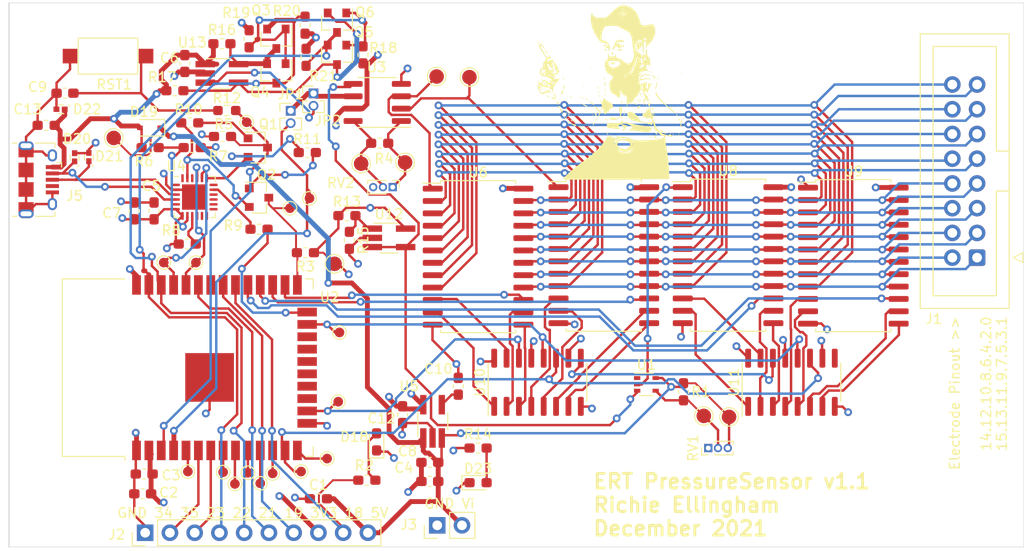
<source format=kicad_pcb>
(kicad_pcb (version 20171130) (host pcbnew "(5.1.10)-1")
  (layers (0 F.Cu signal) (1 3v3.Cu power hide) (2 0v.Cu power hide) (31 B.Cu signal hide) (34 B.Paste user hide) (35 F.Paste user hide) (36 B.SilkS user hide) (37 F.SilkS user) (38 B.Mask user hide) (39 F.Mask user hide) (44 Edge.Cuts user))
  (net 0 "")
  (net 1 GND)
  (net 2 +3V3)
  (net 3 /RTS*)
  (net 4 /DTR*)
  (net 5 /USB_DP)
  (net 6 /USB_DN)
  (net 7 /E15x)
  (net 8 /E14x)
  (net 9 /E13x)
  (net 10 /E12x)
  (net 11 /E11x)
  (net 12 /E10x)
  (net 13 /E9x)
  (net 14 /E8x)
  (net 15 /E7x)
  (net 16 /E6x)
  (net 17 /E5x)
  (net 18 /E4x)
  (net 19 /E3x)
  (net 20 /E2x)
  (net 21 /E1x)
  (net 22 /E0x)
  (net 23 /IO34)
  (net 24 /RTS)
  (net 25 "Net-(Q1-Pad1)")
  (net 26 /DTR)
  (net 27 "Net-(Q2-Pad1)")
  (net 28 /VBUS_UART)
  (net 29 /TXD)
  (net 30 /RXD)
  (net 31 /CTS)
  (net 32 /RICLK)
  (net 33 /USB_SUSP)
  (net 34 /Isrc)
  (net 35 "Net-(C9-Pad1)")
  (net 36 "Net-(J5-Pad4)")
  (net 37 "Net-(R1-Pad2)")
  (net 38 "Net-(U1-Pad1)")
  (net 39 "Net-(U2-Pad32)")
  (net 40 "Net-(U4-Pad10)")
  (net 41 "Net-(U4-Pad11)")
  (net 42 "Net-(U4-Pad12)")
  (net 43 "Net-(U4-Pad13)")
  (net 44 "Net-(U4-Pad14)")
  (net 45 "Net-(U4-Pad15)")
  (net 46 "Net-(U4-Pad16)")
  (net 47 "Net-(U11-Pad9)")
  (net 48 "Net-(D23-Pad2)")
  (net 49 "Net-(D18-Pad2)")
  (net 50 /IO21)
  (net 51 /Vmeas+)
  (net 52 /Vmeas-)
  (net 53 /HSPICLK)
  (net 54 /HSPIMISO)
  (net 55 /HSPIMOSI)
  (net 56 /HSPICS0)
  (net 57 /EN_Vmeas+)
  (net 58 /EN_Vmeas-)
  (net 59 /EN_Isrc)
  (net 60 /EN_GND)
  (net 61 /IO19)
  (net 62 "Net-(TP3-Pad1)")
  (net 63 "Net-(TP4-Pad1)")
  (net 64 "Net-(TP5-Pad1)")
  (net 65 "Net-(TP6-Pad1)")
  (net 66 "Net-(TP7-Pad1)")
  (net 67 "Net-(U2-Pad17)")
  (net 68 "Net-(U2-Pad18)")
  (net 69 "Net-(U2-Pad19)")
  (net 70 "Net-(U2-Pad20)")
  (net 71 "Net-(U2-Pad21)")
  (net 72 "Net-(U2-Pad22)")
  (net 73 "Net-(U4-Pad5)")
  (net 74 "Net-(U4-Pad22)")
  (net 75 "Net-(U4-Pad24)")
  (net 76 /5V_USB)
  (net 77 "Net-(C10-Pad1)")
  (net 78 /IO18_LED)
  (net 79 /IO35)
  (net 80 "Net-(R4-Pad1)")
  (net 81 "Net-(R4-Pad2)")
  (net 82 "Net-(R8-Pad1)")
  (net 83 "Net-(R9-Pad1)")
  (net 84 "Net-(TP17-Pad1)")
  (net 85 /MUX_16to4/S2_A)
  (net 86 /MUX_16to4/S3_A)
  (net 87 /MUX_16to4/S1_A)
  (net 88 /MUX_16to4/S0_A)
  (net 89 /MUX_16to4/S2_B)
  (net 90 /MUX_16to4/S3_B)
  (net 91 /MUX_16to4/S1_B)
  (net 92 /MUX_16to4/S0_B)
  (net 93 /MUX_16to4/S6_A)
  (net 94 /MUX_16to4/S7_A)
  (net 95 /MUX_16to4/S5_A)
  (net 96 /MUX_16to4/S4_A)
  (net 97 /MUX_16to4/S6_B)
  (net 98 /MUX_16to4/S7_B)
  (net 99 /MUX_16to4/S5_B)
  (net 100 /MUX_16to4/S4_B)
  (net 101 "Net-(U10-Pad9)")
  (net 102 "Net-(R13-Pad2)")
  (net 103 "Net-(RV1-Pad1)")
  (net 104 "Net-(RV2-Pad3)")
  (net 105 /V_GND)
  (net 106 /5VBUS)
  (net 107 /ADC_jump_int)
  (net 108 /ADC_jump)
  (net 109 /ADC_jump_ex)
  (net 110 /SCL_ADC)
  (net 111 /SCL_ADC_3V3)
  (net 112 /3v3_PU)
  (net 113 /SDA_ADC)
  (net 114 /SDA_ADC_3V3)
  (module black_sensor_array:codger (layer F.Cu) (at 133.9596 69.4944)
    (fp_text reference G*** hide)
    (fp_text value LOGO hide)
  )
  (module MountingHole:MountingHole_3.2mm_M3 (layer F.Cu) (at 163.957 113.792)
    (fp_text reference H2 hide)
    (fp_text value MountingHole)
    (pad 1 np_thru_hole circle (at 0 0) (size 3.2 3.2) (drill 3.2) (layers *.Cu *.Mask))
  )
  (module Connector_PinHeader_2.54mm:PinHeader_1x10_P2.54mm_Vertical (layer F.Cu) (at 86.36 115.3795 90)
    (fp_text reference J2 (at -0.1905 -2.921 180) (layer F.SilkS))
    (fp_text value Conn_01x10_Male)
    (pad 10 thru_hole oval (at 0 22.86 90) (size 1.7 1.7) (drill 1) (layers *.Cu *.Mask) (net 76 /5V_USB))
    (pad 9 thru_hole oval (at 0 20.32 90) (size 1.7 1.7) (drill 1) (layers *.Cu *.Mask) (net 78 /IO18_LED))
    (pad 8 thru_hole oval (at 0 17.78 90) (size 1.7 1.7) (drill 1) (layers *.Cu *.Mask) (net 2 +3V3))
    (pad 7 thru_hole oval (at 0 15.24 90) (size 1.7 1.7) (drill 1) (layers *.Cu *.Mask) (net 61 /IO19))
    (pad 6 thru_hole oval (at 0 12.7 90) (size 1.7 1.7) (drill 1) (layers *.Cu *.Mask) (net 50 /IO21))
    (pad 5 thru_hole oval (at 0 10.16 90) (size 1.7 1.7) (drill 1) (layers *.Cu *.Mask) (net 114 /SDA_ADC_3V3))
    (pad 4 thru_hole oval (at 0 7.62 90) (size 1.7 1.7) (drill 1) (layers *.Cu *.Mask) (net 111 /SCL_ADC_3V3))
    (pad 3 thru_hole oval (at 0 5.08 90) (size 1.7 1.7) (drill 1) (layers *.Cu *.Mask) (net 79 /IO35))
    (pad 2 thru_hole oval (at 0 2.54 90) (size 1.7 1.7) (drill 1) (layers *.Cu *.Mask) (net 23 /IO34))
    (pad 1 thru_hole rect (at 0 0 90) (size 1.7 1.7) (drill 1) (layers *.Cu *.Mask) (net 1 GND))
  )
  (module MountingHole:MountingHole_3.2mm_M3 (layer F.Cu) (at 76.327 113.792)
    (fp_text reference H1 hide)
    (fp_text value MountingHole)
    (pad 1 np_thru_hole circle (at 0 0) (size 3.2 3.2) (drill 3.2) (layers *.Cu *.Mask))
  )
  (module Package_TO_SOT_SMD:TSOT-23-5_HandSoldering (layer F.Cu) (at 94.234 68.199)
    (fp_text reference U13 (at -3.048 -3.175 180) (layer F.SilkS))
    (fp_text value MCP3221A7T-E_OT)
    (pad 5 smd rect (at 1.71 -0.95) (size 2 0.65) (layers F.Cu F.Paste F.Mask) (net 110 /SCL_ADC))
    (pad 4 smd rect (at 1.71 0.95) (size 2 0.65) (layers F.Cu F.Paste F.Mask) (net 113 /SDA_ADC))
    (pad 3 smd rect (at -1.71 0.95) (size 2 0.65) (layers F.Cu F.Paste F.Mask) (net 109 /ADC_jump_ex))
    (pad 2 smd rect (at -1.71 0) (size 2 0.65) (layers F.Cu F.Paste F.Mask) (net 1 GND))
    (pad 1 smd rect (at -1.71 -0.95) (size 2 0.65) (layers F.Cu F.Paste F.Mask) (net 106 /5VBUS))
  )
  (module Resistor_SMD:R_0603_1608Metric_Pad1.05x0.95mm_HandSolder (layer F.Cu) (at 102.87 66.548 270)
    (fp_text reference R21 (at 1.9304 -1.778 180) (layer F.SilkS))
    (fp_text value 10k)
    (pad 2 smd roundrect (at 0.875 0 270) (size 1.05 0.95) (layers F.Cu F.Paste F.Mask) (net 114 /SDA_ADC_3V3))
    (pad 1 smd roundrect (at -0.875 0 270) (size 1.05 0.95) (layers F.Cu F.Paste F.Mask) (net 2 +3V3))
  )
  (module Resistor_SMD:R_0603_1608Metric_Pad1.05x0.95mm_HandSolder (layer F.Cu) (at 102.7684 63.246 90)
    (fp_text reference R20 (at 1.4732 -1.8796 180) (layer F.SilkS))
    (fp_text value 10k)
    (pad 2 smd roundrect (at 0.875 0 90) (size 1.05 0.95) (layers F.Cu F.Paste F.Mask) (net 111 /SCL_ADC_3V3))
    (pad 1 smd roundrect (at -0.875 0 90) (size 1.05 0.95) (layers F.Cu F.Paste F.Mask) (net 2 +3V3))
  )
  (module Resistor_SMD:R_0603_1608Metric_Pad1.05x0.95mm_HandSolder (layer F.Cu) (at 97.028 64.643 270)
    (fp_text reference R19 (at -2.667 1.3208 180) (layer F.SilkS))
    (fp_text value 10k)
    (pad 2 smd roundrect (at 0.875 0 270) (size 1.05 0.95) (layers F.Cu F.Paste F.Mask) (net 112 /3v3_PU))
    (pad 1 smd roundrect (at -0.875 0 270) (size 1.05 0.95) (layers F.Cu F.Paste F.Mask) (net 2 +3V3))
  )
  (module Resistor_SMD:R_0603_1608Metric_Pad1.05x0.95mm_HandSolder (layer F.Cu) (at 108.712 66.294 90)
    (fp_text reference R18 (at 0.7112 2.0828 180) (layer F.SilkS))
    (fp_text value 10k)
    (pad 2 smd roundrect (at 0.875 0 90) (size 1.05 0.95) (layers F.Cu F.Paste F.Mask) (net 112 /3v3_PU))
    (pad 1 smd roundrect (at -0.875 0 90) (size 1.05 0.95) (layers F.Cu F.Paste F.Mask) (net 2 +3V3))
  )
  (module Resistor_SMD:R_0603_1608Metric_Pad1.05x0.95mm_HandSolder (layer F.Cu) (at 89.408 69.977)
    (fp_text reference R17 (at -1.3208 -1.397) (layer F.SilkS))
    (fp_text value 10k)
    (pad 2 smd roundrect (at 0.875 0) (size 1.05 0.95) (layers F.Cu F.Paste F.Mask) (net 113 /SDA_ADC))
    (pad 1 smd roundrect (at -0.875 0) (size 1.05 0.95) (layers F.Cu F.Paste F.Mask) (net 106 /5VBUS))
  )
  (module Resistor_SMD:R_0603_1608Metric_Pad1.05x0.95mm_HandSolder (layer F.Cu) (at 94.234 65.151)
    (fp_text reference R16 (at 0 -1.43) (layer F.SilkS))
    (fp_text value 10k)
    (pad 2 smd roundrect (at 0.875 0) (size 1.05 0.95) (layers F.Cu F.Paste F.Mask) (net 110 /SCL_ADC))
    (pad 1 smd roundrect (at -0.875 0) (size 1.05 0.95) (layers F.Cu F.Paste F.Mask) (net 106 /5VBUS))
  )
  (module Package_TO_SOT_SMD:SOT-23 (layer F.Cu) (at 106.045 62.992 270)
    (fp_text reference Q6 (at -1.0668 -2.8702 180) (layer F.SilkS))
    (fp_text value BC848)
    (pad 3 smd rect (at 1 0 270) (size 0.9 0.8) (layers F.Cu F.Paste F.Mask) (net 114 /SDA_ADC_3V3))
    (pad 2 smd rect (at -1 0.95 270) (size 0.9 0.8) (layers F.Cu F.Paste F.Mask) (net 113 /SDA_ADC))
    (pad 1 smd rect (at -1 -0.95 270) (size 0.9 0.8) (layers F.Cu F.Paste F.Mask) (net 112 /3v3_PU))
  )
  (module Package_TO_SOT_SMD:SOT-23 (layer F.Cu) (at 106.045 66.294 270)
    (fp_text reference Q5 (at -2.3368 -2.7686 180) (layer F.SilkS))
    (fp_text value BC848)
    (pad 3 smd rect (at 1 0 270) (size 0.9 0.8) (layers F.Cu F.Paste F.Mask) (net 113 /SDA_ADC))
    (pad 2 smd rect (at -1 0.95 270) (size 0.9 0.8) (layers F.Cu F.Paste F.Mask) (net 114 /SDA_ADC_3V3))
    (pad 1 smd rect (at -1 -0.95 270) (size 0.9 0.8) (layers F.Cu F.Paste F.Mask) (net 112 /3v3_PU))
  )
  (module Package_TO_SOT_SMD:SOT-23 (layer F.Cu) (at 99.822 68.199 270)
    (fp_text reference Q4 (at 1.905 1.6764 180) (layer F.SilkS))
    (fp_text value BC848)
    (pad 3 smd rect (at 1 0 270) (size 0.9 0.8) (layers F.Cu F.Paste F.Mask) (net 111 /SCL_ADC_3V3))
    (pad 2 smd rect (at -1 0.95 270) (size 0.9 0.8) (layers F.Cu F.Paste F.Mask) (net 110 /SCL_ADC))
    (pad 1 smd rect (at -1 -0.95 270) (size 0.9 0.8) (layers F.Cu F.Paste F.Mask) (net 112 /3v3_PU))
  )
  (module Package_TO_SOT_SMD:SOT-23 (layer F.Cu) (at 99.822 64.643 270)
    (fp_text reference Q3 (at -2.921 1.5748 180) (layer F.SilkS))
    (fp_text value BC848)
    (pad 3 smd rect (at 1 0 270) (size 0.9 0.8) (layers F.Cu F.Paste F.Mask) (net 110 /SCL_ADC))
    (pad 2 smd rect (at -1 0.95 270) (size 0.9 0.8) (layers F.Cu F.Paste F.Mask) (net 111 /SCL_ADC_3V3))
    (pad 1 smd rect (at -1 -0.95 270) (size 0.9 0.8) (layers F.Cu F.Paste F.Mask) (net 112 /3v3_PU))
  )
  (module Connector_PinHeader_1.27mm:PinHeader_1x02_P1.27mm_Vertical (layer F.Cu) (at 103.632 70.2564)
    (fp_text reference JP2 (at 1.4732 2.794) (layer F.SilkS))
    (fp_text value Jumper)
    (pad 2 thru_hole oval (at 0 1.27) (size 1 1) (drill 0.65) (layers *.Cu *.Mask) (net 109 /ADC_jump_ex))
    (pad 1 thru_hole rect (at 0 0) (size 1 1) (drill 0.65) (layers *.Cu *.Mask) (net 108 /ADC_jump))
  )
  (module Connector_PinHeader_1.27mm:PinHeader_1x02_P1.27mm_Vertical (layer F.Cu) (at 101.2952 72.0344)
    (fp_text reference JP1 (at 0 -1.695) (layer F.SilkS))
    (fp_text value Jumper)
    (pad 2 thru_hole oval (at 0 1.27) (size 1 1) (drill 0.65) (layers *.Cu *.Mask) (net 107 /ADC_jump_int))
    (pad 1 thru_hole rect (at 0 0) (size 1 1) (drill 0.65) (layers *.Cu *.Mask) (net 108 /ADC_jump))
  )
  (module Capacitor_SMD:C_0603_1608Metric_Pad1.08x0.95mm_HandSolder (layer F.Cu) (at 90.424 67.183 270)
    (fp_text reference C6 (at -0.5842 1.5748 180) (layer F.SilkS))
    (fp_text value 100n)
    (pad 2 smd roundrect (at 0.8625 0 270) (size 1.075 0.95) (layers F.Cu F.Paste F.Mask) (net 1 GND))
    (pad 1 smd roundrect (at -0.8625 0 270) (size 1.075 0.95) (layers F.Cu F.Paste F.Mask) (net 106 /5VBUS))
  )
  (module Connector_IDC:IDC-Header_2x08_P2.54mm_Vertical (layer F.Cu) (at 171.7294 87.122 180)
    (fp_text reference J1 (at 4.445 -6.2992) (layer F.SilkS))
    (fp_text value Conn_02x8)
    (pad 1 thru_hole roundrect (at 0 0 180) (size 1.7 1.7) (drill 1) (layers *.Cu *.Mask) (roundrect_rratio 0.1470588235294118) (net 7 /E15x))
    (pad 3 thru_hole circle (at 0 2.54 180) (size 1.7 1.7) (drill 1) (layers *.Cu *.Mask) (net 9 /E13x))
    (pad 5 thru_hole circle (at 0 5.08 180) (size 1.7 1.7) (drill 1) (layers *.Cu *.Mask) (net 11 /E11x))
    (pad 7 thru_hole circle (at 0 7.62 180) (size 1.7 1.7) (drill 1) (layers *.Cu *.Mask) (net 13 /E9x))
    (pad 9 thru_hole circle (at 0 10.16 180) (size 1.7 1.7) (drill 1) (layers *.Cu *.Mask) (net 15 /E7x))
    (pad 11 thru_hole circle (at 0 12.7 180) (size 1.7 1.7) (drill 1) (layers *.Cu *.Mask) (net 17 /E5x))
    (pad 13 thru_hole circle (at 0 15.24 180) (size 1.7 1.7) (drill 1) (layers *.Cu *.Mask) (net 19 /E3x))
    (pad 15 thru_hole circle (at 0 17.78 180) (size 1.7 1.7) (drill 1) (layers *.Cu *.Mask) (net 21 /E1x))
    (pad 2 thru_hole circle (at 2.54 0 180) (size 1.7 1.7) (drill 1) (layers *.Cu *.Mask) (net 8 /E14x))
    (pad 4 thru_hole circle (at 2.54 2.54 180) (size 1.7 1.7) (drill 1) (layers *.Cu *.Mask) (net 10 /E12x))
    (pad 6 thru_hole circle (at 2.54 5.08 180) (size 1.7 1.7) (drill 1) (layers *.Cu *.Mask) (net 12 /E10x))
    (pad 8 thru_hole circle (at 2.54 7.62 180) (size 1.7 1.7) (drill 1) (layers *.Cu *.Mask) (net 14 /E8x))
    (pad 10 thru_hole circle (at 2.54 10.16 180) (size 1.7 1.7) (drill 1) (layers *.Cu *.Mask) (net 16 /E6x))
    (pad 12 thru_hole circle (at 2.54 12.7 180) (size 1.7 1.7) (drill 1) (layers *.Cu *.Mask) (net 18 /E4x))
    (pad 14 thru_hole circle (at 2.54 15.24 180) (size 1.7 1.7) (drill 1) (layers *.Cu *.Mask) (net 20 /E2x))
    (pad 16 thru_hole circle (at 2.54 17.78 180) (size 1.7 1.7) (drill 1) (layers *.Cu *.Mask) (net 22 /E0x))
  )
  (module Connector_PinHeader_2.54mm:PinHeader_1x02_P2.54mm_Vertical (layer F.Cu) (at 116.332 114.6175 90)
    (fp_text reference J3 (at 0.0635 -2.921 180) (layer F.SilkS))
    (fp_text value Conn_01x02_Male)
    (pad 1 thru_hole rect (at 0 0 90) (size 1.7 1.7) (drill 1) (layers *.Cu *.Mask) (net 1 GND))
    (pad 2 thru_hole oval (at 0 2.54 90) (size 1.7 1.7) (drill 1) (layers *.Cu *.Mask) (net 76 /5V_USB))
  )
  (module Package_TO_SOT_SMD:TSOT-23-5_HandSoldering (layer F.Cu) (at 111.379 85.09)
    (fp_text reference U12 (at 0 -2.45) (layer F.SilkS))
    (fp_text value MCP6006UT-E_OT)
    (pad 5 smd rect (at 1.71 -0.95) (size 2 0.65) (layers F.Cu F.Paste F.Mask) (net 2 +3V3))
    (pad 4 smd rect (at 1.71 0.95) (size 2 0.65) (layers F.Cu F.Paste F.Mask) (net 105 /V_GND))
    (pad 3 smd rect (at -1.71 0.95) (size 2 0.65) (layers F.Cu F.Paste F.Mask) (net 105 /V_GND))
    (pad 2 smd rect (at -1.71 0) (size 2 0.65) (layers F.Cu F.Paste F.Mask) (net 1 GND))
    (pad 1 smd rect (at -1.71 -0.95) (size 2 0.65) (layers F.Cu F.Paste F.Mask) (net 102 "Net-(R13-Pad2)"))
  )
  (module Connector_PinHeader_1.00mm:PinHeader_1x03_P1.00mm_Vertical (layer F.Cu) (at 111.76 79.883 270)
    (fp_text reference RV2 (at -0.4318 5.334 180) (layer F.SilkS))
    (fp_text value R_POT_TRIM)
    (pad 3 thru_hole oval (at 0 2 270) (size 0.85 0.85) (drill 0.5) (layers *.Cu *.Mask) (net 104 "Net-(RV2-Pad3)"))
    (pad 2 thru_hole oval (at 0 1 270) (size 0.85 0.85) (drill 0.5) (layers *.Cu *.Mask) (net 81 "Net-(R4-Pad2)"))
    (pad 1 thru_hole rect (at 0 0 270) (size 0.85 0.85) (drill 0.5) (layers *.Cu *.Mask) (net 80 "Net-(R4-Pad1)"))
  )
  (module Connector_PinHeader_1.00mm:PinHeader_1x03_P1.00mm_Vertical (layer F.Cu) (at 144.145 106.68 90)
    (fp_text reference RV1 (at 0 -1.56 90) (layer F.SilkS))
    (fp_text value R_POT_TRIM)
    (pad 3 thru_hole oval (at 0 2 90) (size 0.85 0.85) (drill 0.5) (layers *.Cu *.Mask) (net 76 /5V_USB))
    (pad 2 thru_hole oval (at 0 1 90) (size 0.85 0.85) (drill 0.5) (layers *.Cu *.Mask) (net 37 "Net-(R1-Pad2)"))
    (pad 1 thru_hole rect (at 0 0 90) (size 0.85 0.85) (drill 0.5) (layers *.Cu *.Mask) (net 103 "Net-(RV1-Pad1)"))
  )
  (module Resistor_SMD:R_0603_1608Metric_Pad1.05x0.95mm_HandSolder (layer F.Cu) (at 107.315 85.344 270)
    (fp_text reference R15 (at 0 -1.43 90) (layer F.SilkS))
    (fp_text value 10k)
    (pad 2 smd roundrect (at 0.875 0 270) (size 1.05 0.95) (layers F.Cu F.Paste F.Mask) (net 1 GND))
    (pad 1 smd roundrect (at -0.875 0 270) (size 1.05 0.95) (layers F.Cu F.Paste F.Mask) (net 102 "Net-(R13-Pad2)"))
  )
  (module Resistor_SMD:R_0603_1608Metric_Pad1.05x0.95mm_HandSolder (layer F.Cu) (at 107.061 82.804)
    (fp_text reference R13 (at 0 -1.43) (layer F.SilkS))
    (fp_text value 10k)
    (pad 2 smd roundrect (at 0.875 0) (size 1.05 0.95) (layers F.Cu F.Paste F.Mask) (net 102 "Net-(R13-Pad2)"))
    (pad 1 smd roundrect (at -0.875 0) (size 1.05 0.95) (layers F.Cu F.Paste F.Mask) (net 2 +3V3))
  )
  (module Package_SO:SOIC-16_3.9x9.9mm_P1.27mm (layer F.Cu) (at 152.6794 99.9236 90)
    (fp_text reference U11 (at 0 -5.9 90) (layer F.SilkS))
    (fp_text value SN74HC595)
    (pad 16 smd roundrect (at 2.475 -4.445 90) (size 1.95 0.6) (layers F.Cu F.Paste F.Mask) (net 2 +3V3))
    (pad 15 smd roundrect (at 2.475 -3.175 90) (size 1.95 0.6) (layers F.Cu F.Paste F.Mask) (net 96 /MUX_16to4/S4_A))
    (pad 14 smd roundrect (at 2.475 -1.905 90) (size 1.95 0.6) (layers F.Cu F.Paste F.Mask) (net 101 "Net-(U10-Pad9)"))
    (pad 13 smd roundrect (at 2.475 -0.635 90) (size 1.95 0.6) (layers F.Cu F.Paste F.Mask) (net 1 GND))
    (pad 12 smd roundrect (at 2.475 0.635 90) (size 1.95 0.6) (layers F.Cu F.Paste F.Mask) (net 56 /HSPICS0))
    (pad 11 smd roundrect (at 2.475 1.905 90) (size 1.95 0.6) (layers F.Cu F.Paste F.Mask) (net 53 /HSPICLK))
    (pad 10 smd roundrect (at 2.475 3.175 90) (size 1.95 0.6) (layers F.Cu F.Paste F.Mask) (net 2 +3V3))
    (pad 9 smd roundrect (at 2.475 4.445 90) (size 1.95 0.6) (layers F.Cu F.Paste F.Mask) (net 47 "Net-(U11-Pad9)"))
    (pad 8 smd roundrect (at -2.475 4.445 90) (size 1.95 0.6) (layers F.Cu F.Paste F.Mask) (net 1 GND))
    (pad 7 smd roundrect (at -2.475 3.175 90) (size 1.95 0.6) (layers F.Cu F.Paste F.Mask) (net 98 /MUX_16to4/S7_B))
    (pad 6 smd roundrect (at -2.475 1.905 90) (size 1.95 0.6) (layers F.Cu F.Paste F.Mask) (net 97 /MUX_16to4/S6_B))
    (pad 5 smd roundrect (at -2.475 0.635 90) (size 1.95 0.6) (layers F.Cu F.Paste F.Mask) (net 99 /MUX_16to4/S5_B))
    (pad 4 smd roundrect (at -2.475 -0.635 90) (size 1.95 0.6) (layers F.Cu F.Paste F.Mask) (net 100 /MUX_16to4/S4_B))
    (pad 3 smd roundrect (at -2.475 -1.905 90) (size 1.95 0.6) (layers F.Cu F.Paste F.Mask) (net 94 /MUX_16to4/S7_A))
    (pad 2 smd roundrect (at -2.475 -3.175 90) (size 1.95 0.6) (layers F.Cu F.Paste F.Mask) (net 93 /MUX_16to4/S6_A))
    (pad 1 smd roundrect (at -2.475 -4.445 90) (size 1.95 0.6) (layers F.Cu F.Paste F.Mask) (net 95 /MUX_16to4/S5_A))
  )
  (module Package_SO:SOIC-16_3.9x9.9mm_P1.27mm (layer F.Cu) (at 126.619 99.9236 90)
    (fp_text reference U10 (at 0 -5.9 90) (layer F.SilkS))
    (fp_text value SN74HC595)
    (pad 16 smd roundrect (at 2.475 -4.445 90) (size 1.95 0.6) (layers F.Cu F.Paste F.Mask) (net 2 +3V3))
    (pad 15 smd roundrect (at 2.475 -3.175 90) (size 1.95 0.6) (layers F.Cu F.Paste F.Mask) (net 88 /MUX_16to4/S0_A))
    (pad 14 smd roundrect (at 2.475 -1.905 90) (size 1.95 0.6) (layers F.Cu F.Paste F.Mask) (net 55 /HSPIMOSI))
    (pad 13 smd roundrect (at 2.475 -0.635 90) (size 1.95 0.6) (layers F.Cu F.Paste F.Mask) (net 1 GND))
    (pad 12 smd roundrect (at 2.475 0.635 90) (size 1.95 0.6) (layers F.Cu F.Paste F.Mask) (net 56 /HSPICS0))
    (pad 11 smd roundrect (at 2.475 1.905 90) (size 1.95 0.6) (layers F.Cu F.Paste F.Mask) (net 53 /HSPICLK))
    (pad 10 smd roundrect (at 2.475 3.175 90) (size 1.95 0.6) (layers F.Cu F.Paste F.Mask) (net 2 +3V3))
    (pad 9 smd roundrect (at 2.475 4.445 90) (size 1.95 0.6) (layers F.Cu F.Paste F.Mask) (net 101 "Net-(U10-Pad9)"))
    (pad 8 smd roundrect (at -2.475 4.445 90) (size 1.95 0.6) (layers F.Cu F.Paste F.Mask) (net 1 GND))
    (pad 7 smd roundrect (at -2.475 3.175 90) (size 1.95 0.6) (layers F.Cu F.Paste F.Mask) (net 90 /MUX_16to4/S3_B))
    (pad 6 smd roundrect (at -2.475 1.905 90) (size 1.95 0.6) (layers F.Cu F.Paste F.Mask) (net 89 /MUX_16to4/S2_B))
    (pad 5 smd roundrect (at -2.475 0.635 90) (size 1.95 0.6) (layers F.Cu F.Paste F.Mask) (net 91 /MUX_16to4/S1_B))
    (pad 4 smd roundrect (at -2.475 -0.635 90) (size 1.95 0.6) (layers F.Cu F.Paste F.Mask) (net 92 /MUX_16to4/S0_B))
    (pad 3 smd roundrect (at -2.475 -1.905 90) (size 1.95 0.6) (layers F.Cu F.Paste F.Mask) (net 86 /MUX_16to4/S3_A))
    (pad 2 smd roundrect (at -2.475 -3.175 90) (size 1.95 0.6) (layers F.Cu F.Paste F.Mask) (net 85 /MUX_16to4/S2_A))
    (pad 1 smd roundrect (at -2.475 -4.445 90) (size 1.95 0.6) (layers F.Cu F.Paste F.Mask) (net 87 /MUX_16to4/S1_A))
  )
  (module Package_SO:SOIC-24W_7.5x15.4mm_P1.27mm (layer F.Cu) (at 159.0294 86.9188)
    (fp_text reference U9 (at 0 -8.65) (layer F.SilkS))
    (fp_text value CD74HC4067M)
    (pad 24 smd roundrect (at 4.65 -6.985) (size 2.05 0.6) (layers F.Cu F.Paste F.Mask) (net 2 +3V3))
    (pad 23 smd roundrect (at 4.65 -5.715) (size 2.05 0.6) (layers F.Cu F.Paste F.Mask) (net 14 /E8x))
    (pad 22 smd roundrect (at 4.65 -4.445) (size 2.05 0.6) (layers F.Cu F.Paste F.Mask) (net 13 /E9x))
    (pad 21 smd roundrect (at 4.65 -3.175) (size 2.05 0.6) (layers F.Cu F.Paste F.Mask) (net 12 /E10x))
    (pad 20 smd roundrect (at 4.65 -1.905) (size 2.05 0.6) (layers F.Cu F.Paste F.Mask) (net 11 /E11x))
    (pad 19 smd roundrect (at 4.65 -0.635) (size 2.05 0.6) (layers F.Cu F.Paste F.Mask) (net 10 /E12x))
    (pad 18 smd roundrect (at 4.65 0.635) (size 2.05 0.6) (layers F.Cu F.Paste F.Mask) (net 9 /E13x))
    (pad 17 smd roundrect (at 4.65 1.905) (size 2.05 0.6) (layers F.Cu F.Paste F.Mask) (net 8 /E14x))
    (pad 16 smd roundrect (at 4.65 3.175) (size 2.05 0.6) (layers F.Cu F.Paste F.Mask) (net 7 /E15x))
    (pad 15 smd roundrect (at 4.65 4.445) (size 2.05 0.6) (layers F.Cu F.Paste F.Mask) (net 60 /EN_GND))
    (pad 14 smd roundrect (at 4.65 5.715) (size 2.05 0.6) (layers F.Cu F.Paste F.Mask) (net 97 /MUX_16to4/S6_B))
    (pad 13 smd roundrect (at 4.65 6.985) (size 2.05 0.6) (layers F.Cu F.Paste F.Mask) (net 98 /MUX_16to4/S7_B))
    (pad 12 smd roundrect (at -4.65 6.985) (size 2.05 0.6) (layers F.Cu F.Paste F.Mask) (net 1 GND))
    (pad 11 smd roundrect (at -4.65 5.715) (size 2.05 0.6) (layers F.Cu F.Paste F.Mask) (net 99 /MUX_16to4/S5_B))
    (pad 10 smd roundrect (at -4.65 4.445) (size 2.05 0.6) (layers F.Cu F.Paste F.Mask) (net 100 /MUX_16to4/S4_B))
    (pad 9 smd roundrect (at -4.65 3.175) (size 2.05 0.6) (layers F.Cu F.Paste F.Mask) (net 22 /E0x))
    (pad 8 smd roundrect (at -4.65 1.905) (size 2.05 0.6) (layers F.Cu F.Paste F.Mask) (net 21 /E1x))
    (pad 7 smd roundrect (at -4.65 0.635) (size 2.05 0.6) (layers F.Cu F.Paste F.Mask) (net 20 /E2x))
    (pad 6 smd roundrect (at -4.65 -0.635) (size 2.05 0.6) (layers F.Cu F.Paste F.Mask) (net 19 /E3x))
    (pad 5 smd roundrect (at -4.65 -1.905) (size 2.05 0.6) (layers F.Cu F.Paste F.Mask) (net 18 /E4x))
    (pad 4 smd roundrect (at -4.65 -3.175) (size 2.05 0.6) (layers F.Cu F.Paste F.Mask) (net 17 /E5x))
    (pad 3 smd roundrect (at -4.65 -4.445) (size 2.05 0.6) (layers F.Cu F.Paste F.Mask) (net 16 /E6x))
    (pad 2 smd roundrect (at -4.65 -5.715) (size 2.05 0.6) (layers F.Cu F.Paste F.Mask) (net 15 /E7x))
    (pad 1 smd roundrect (at -4.65 -6.985) (size 2.05 0.6) (layers F.Cu F.Paste F.Mask) (net 1 GND))
  )
  (module Package_SO:SOIC-24W_7.5x15.4mm_P1.27mm (layer F.Cu) (at 146.177 86.868)
    (fp_text reference U8 (at 0 -8.65) (layer F.SilkS))
    (fp_text value CD74HC4067M)
    (pad 24 smd roundrect (at 4.65 -6.985) (size 2.05 0.6) (layers F.Cu F.Paste F.Mask) (net 2 +3V3))
    (pad 23 smd roundrect (at 4.65 -5.715) (size 2.05 0.6) (layers F.Cu F.Paste F.Mask) (net 14 /E8x))
    (pad 22 smd roundrect (at 4.65 -4.445) (size 2.05 0.6) (layers F.Cu F.Paste F.Mask) (net 13 /E9x))
    (pad 21 smd roundrect (at 4.65 -3.175) (size 2.05 0.6) (layers F.Cu F.Paste F.Mask) (net 12 /E10x))
    (pad 20 smd roundrect (at 4.65 -1.905) (size 2.05 0.6) (layers F.Cu F.Paste F.Mask) (net 11 /E11x))
    (pad 19 smd roundrect (at 4.65 -0.635) (size 2.05 0.6) (layers F.Cu F.Paste F.Mask) (net 10 /E12x))
    (pad 18 smd roundrect (at 4.65 0.635) (size 2.05 0.6) (layers F.Cu F.Paste F.Mask) (net 9 /E13x))
    (pad 17 smd roundrect (at 4.65 1.905) (size 2.05 0.6) (layers F.Cu F.Paste F.Mask) (net 8 /E14x))
    (pad 16 smd roundrect (at 4.65 3.175) (size 2.05 0.6) (layers F.Cu F.Paste F.Mask) (net 7 /E15x))
    (pad 15 smd roundrect (at 4.65 4.445) (size 2.05 0.6) (layers F.Cu F.Paste F.Mask) (net 59 /EN_Isrc))
    (pad 14 smd roundrect (at 4.65 5.715) (size 2.05 0.6) (layers F.Cu F.Paste F.Mask) (net 93 /MUX_16to4/S6_A))
    (pad 13 smd roundrect (at 4.65 6.985) (size 2.05 0.6) (layers F.Cu F.Paste F.Mask) (net 94 /MUX_16to4/S7_A))
    (pad 12 smd roundrect (at -4.65 6.985) (size 2.05 0.6) (layers F.Cu F.Paste F.Mask) (net 1 GND))
    (pad 11 smd roundrect (at -4.65 5.715) (size 2.05 0.6) (layers F.Cu F.Paste F.Mask) (net 95 /MUX_16to4/S5_A))
    (pad 10 smd roundrect (at -4.65 4.445) (size 2.05 0.6) (layers F.Cu F.Paste F.Mask) (net 96 /MUX_16to4/S4_A))
    (pad 9 smd roundrect (at -4.65 3.175) (size 2.05 0.6) (layers F.Cu F.Paste F.Mask) (net 22 /E0x))
    (pad 8 smd roundrect (at -4.65 1.905) (size 2.05 0.6) (layers F.Cu F.Paste F.Mask) (net 21 /E1x))
    (pad 7 smd roundrect (at -4.65 0.635) (size 2.05 0.6) (layers F.Cu F.Paste F.Mask) (net 20 /E2x))
    (pad 6 smd roundrect (at -4.65 -0.635) (size 2.05 0.6) (layers F.Cu F.Paste F.Mask) (net 19 /E3x))
    (pad 5 smd roundrect (at -4.65 -1.905) (size 2.05 0.6) (layers F.Cu F.Paste F.Mask) (net 18 /E4x))
    (pad 4 smd roundrect (at -4.65 -3.175) (size 2.05 0.6) (layers F.Cu F.Paste F.Mask) (net 17 /E5x))
    (pad 3 smd roundrect (at -4.65 -4.445) (size 2.05 0.6) (layers F.Cu F.Paste F.Mask) (net 16 /E6x))
    (pad 2 smd roundrect (at -4.65 -5.715) (size 2.05 0.6) (layers F.Cu F.Paste F.Mask) (net 15 /E7x))
    (pad 1 smd roundrect (at -4.65 -6.985) (size 2.05 0.6) (layers F.Cu F.Paste F.Mask) (net 34 /Isrc))
  )
  (module Package_SO:SOIC-24W_7.5x15.4mm_P1.27mm (layer F.Cu) (at 133.4262 86.868)
    (fp_text reference U7 (at 0 -8.65) (layer F.SilkS))
    (fp_text value CD74HC4067M)
    (pad 24 smd roundrect (at 4.65 -6.985) (size 2.05 0.6) (layers F.Cu F.Paste F.Mask) (net 2 +3V3))
    (pad 23 smd roundrect (at 4.65 -5.715) (size 2.05 0.6) (layers F.Cu F.Paste F.Mask) (net 14 /E8x))
    (pad 22 smd roundrect (at 4.65 -4.445) (size 2.05 0.6) (layers F.Cu F.Paste F.Mask) (net 13 /E9x))
    (pad 21 smd roundrect (at 4.65 -3.175) (size 2.05 0.6) (layers F.Cu F.Paste F.Mask) (net 12 /E10x))
    (pad 20 smd roundrect (at 4.65 -1.905) (size 2.05 0.6) (layers F.Cu F.Paste F.Mask) (net 11 /E11x))
    (pad 19 smd roundrect (at 4.65 -0.635) (size 2.05 0.6) (layers F.Cu F.Paste F.Mask) (net 10 /E12x))
    (pad 18 smd roundrect (at 4.65 0.635) (size 2.05 0.6) (layers F.Cu F.Paste F.Mask) (net 9 /E13x))
    (pad 17 smd roundrect (at 4.65 1.905) (size 2.05 0.6) (layers F.Cu F.Paste F.Mask) (net 8 /E14x))
    (pad 16 smd roundrect (at 4.65 3.175) (size 2.05 0.6) (layers F.Cu F.Paste F.Mask) (net 7 /E15x))
    (pad 15 smd roundrect (at 4.65 4.445) (size 2.05 0.6) (layers F.Cu F.Paste F.Mask) (net 58 /EN_Vmeas-))
    (pad 14 smd roundrect (at 4.65 5.715) (size 2.05 0.6) (layers F.Cu F.Paste F.Mask) (net 89 /MUX_16to4/S2_B))
    (pad 13 smd roundrect (at 4.65 6.985) (size 2.05 0.6) (layers F.Cu F.Paste F.Mask) (net 90 /MUX_16to4/S3_B))
    (pad 12 smd roundrect (at -4.65 6.985) (size 2.05 0.6) (layers F.Cu F.Paste F.Mask) (net 1 GND))
    (pad 11 smd roundrect (at -4.65 5.715) (size 2.05 0.6) (layers F.Cu F.Paste F.Mask) (net 91 /MUX_16to4/S1_B))
    (pad 10 smd roundrect (at -4.65 4.445) (size 2.05 0.6) (layers F.Cu F.Paste F.Mask) (net 92 /MUX_16to4/S0_B))
    (pad 9 smd roundrect (at -4.65 3.175) (size 2.05 0.6) (layers F.Cu F.Paste F.Mask) (net 22 /E0x))
    (pad 8 smd roundrect (at -4.65 1.905) (size 2.05 0.6) (layers F.Cu F.Paste F.Mask) (net 21 /E1x))
    (pad 7 smd roundrect (at -4.65 0.635) (size 2.05 0.6) (layers F.Cu F.Paste F.Mask) (net 20 /E2x))
    (pad 6 smd roundrect (at -4.65 -0.635) (size 2.05 0.6) (layers F.Cu F.Paste F.Mask) (net 19 /E3x))
    (pad 5 smd roundrect (at -4.65 -1.905) (size 2.05 0.6) (layers F.Cu F.Paste F.Mask) (net 18 /E4x))
    (pad 4 smd roundrect (at -4.65 -3.175) (size 2.05 0.6) (layers F.Cu F.Paste F.Mask) (net 17 /E5x))
    (pad 3 smd roundrect (at -4.65 -4.445) (size 2.05 0.6) (layers F.Cu F.Paste F.Mask) (net 16 /E6x))
    (pad 2 smd roundrect (at -4.65 -5.715) (size 2.05 0.6) (layers F.Cu F.Paste F.Mask) (net 15 /E7x))
    (pad 1 smd roundrect (at -4.65 -6.985) (size 2.05 0.6) (layers F.Cu F.Paste F.Mask) (net 52 /Vmeas-))
  )
  (module Package_SO:SOIC-24W_7.5x15.4mm_P1.27mm (layer F.Cu) (at 120.523 87.0204)
    (fp_text reference U6 (at 0 -8.65) (layer F.SilkS))
    (fp_text value CD74HC4067M)
    (pad 24 smd roundrect (at 4.65 -6.985) (size 2.05 0.6) (layers F.Cu F.Paste F.Mask) (net 2 +3V3))
    (pad 23 smd roundrect (at 4.65 -5.715) (size 2.05 0.6) (layers F.Cu F.Paste F.Mask) (net 14 /E8x))
    (pad 22 smd roundrect (at 4.65 -4.445) (size 2.05 0.6) (layers F.Cu F.Paste F.Mask) (net 13 /E9x))
    (pad 21 smd roundrect (at 4.65 -3.175) (size 2.05 0.6) (layers F.Cu F.Paste F.Mask) (net 12 /E10x))
    (pad 20 smd roundrect (at 4.65 -1.905) (size 2.05 0.6) (layers F.Cu F.Paste F.Mask) (net 11 /E11x))
    (pad 19 smd roundrect (at 4.65 -0.635) (size 2.05 0.6) (layers F.Cu F.Paste F.Mask) (net 10 /E12x))
    (pad 18 smd roundrect (at 4.65 0.635) (size 2.05 0.6) (layers F.Cu F.Paste F.Mask) (net 9 /E13x))
    (pad 17 smd roundrect (at 4.65 1.905) (size 2.05 0.6) (layers F.Cu F.Paste F.Mask) (net 8 /E14x))
    (pad 16 smd roundrect (at 4.65 3.175) (size 2.05 0.6) (layers F.Cu F.Paste F.Mask) (net 7 /E15x))
    (pad 15 smd roundrect (at 4.65 4.445) (size 2.05 0.6) (layers F.Cu F.Paste F.Mask) (net 57 /EN_Vmeas+))
    (pad 14 smd roundrect (at 4.65 5.715) (size 2.05 0.6) (layers F.Cu F.Paste F.Mask) (net 85 /MUX_16to4/S2_A))
    (pad 13 smd roundrect (at 4.65 6.985) (size 2.05 0.6) (layers F.Cu F.Paste F.Mask) (net 86 /MUX_16to4/S3_A))
    (pad 12 smd roundrect (at -4.65 6.985) (size 2.05 0.6) (layers F.Cu F.Paste F.Mask) (net 1 GND))
    (pad 11 smd roundrect (at -4.65 5.715) (size 2.05 0.6) (layers F.Cu F.Paste F.Mask) (net 87 /MUX_16to4/S1_A))
    (pad 10 smd roundrect (at -4.65 4.445) (size 2.05 0.6) (layers F.Cu F.Paste F.Mask) (net 88 /MUX_16to4/S0_A))
    (pad 9 smd roundrect (at -4.65 3.175) (size 2.05 0.6) (layers F.Cu F.Paste F.Mask) (net 22 /E0x))
    (pad 8 smd roundrect (at -4.65 1.905) (size 2.05 0.6) (layers F.Cu F.Paste F.Mask) (net 21 /E1x))
    (pad 7 smd roundrect (at -4.65 0.635) (size 2.05 0.6) (layers F.Cu F.Paste F.Mask) (net 20 /E2x))
    (pad 6 smd roundrect (at -4.65 -0.635) (size 2.05 0.6) (layers F.Cu F.Paste F.Mask) (net 19 /E3x))
    (pad 5 smd roundrect (at -4.65 -1.905) (size 2.05 0.6) (layers F.Cu F.Paste F.Mask) (net 18 /E4x))
    (pad 4 smd roundrect (at -4.65 -3.175) (size 2.05 0.6) (layers F.Cu F.Paste F.Mask) (net 17 /E5x))
    (pad 3 smd roundrect (at -4.65 -4.445) (size 2.05 0.6) (layers F.Cu F.Paste F.Mask) (net 16 /E6x))
    (pad 2 smd roundrect (at -4.65 -5.715) (size 2.05 0.6) (layers F.Cu F.Paste F.Mask) (net 15 /E7x))
    (pad 1 smd roundrect (at -4.65 -6.985) (size 2.05 0.6) (layers F.Cu F.Paste F.Mask) (net 51 /Vmeas+))
  )
  (module Package_TO_SOT_SMD:TSOT-23-5_HandSoldering (layer F.Cu) (at 115.8494 103.9368 90)
    (fp_text reference U5 (at 3.6068 -2.413 180) (layer F.SilkS))
    (fp_text value CAT6219−330TDGT3)
    (pad 5 smd rect (at 1.71 -0.95 90) (size 2 0.65) (layers F.Cu F.Paste F.Mask) (net 2 +3V3))
    (pad 4 smd rect (at 1.71 0.95 90) (size 2 0.65) (layers F.Cu F.Paste F.Mask) (net 77 "Net-(C10-Pad1)"))
    (pad 3 smd rect (at -1.71 0.95 90) (size 2 0.65) (layers F.Cu F.Paste F.Mask) (net 76 /5V_USB))
    (pad 2 smd rect (at -1.71 0 90) (size 2 0.65) (layers F.Cu F.Paste F.Mask) (net 1 GND))
    (pad 1 smd rect (at -1.71 -0.95 90) (size 2 0.65) (layers F.Cu F.Paste F.Mask) (net 76 /5V_USB))
  )
  (module TestPoint:TestPoint_Pad_D1.5mm (layer F.Cu) (at 83.1342 74.8284)
    (fp_text reference TP18 hide)
    (fp_text value TestPoint)
    (pad 1 smd circle (at 0 0) (size 1.5 1.5) (layers F.Cu F.Mask) (net 76 /5V_USB))
  )
  (module TestPoint:TestPoint_Pad_D1.5mm (layer F.Cu) (at 143.6878 103.378)
    (fp_text reference TP2 hide)
    (fp_text value TestPoint)
    (pad 1 smd circle (at 0 0) (size 1.5 1.5) (layers F.Cu F.Mask) (net 37 "Net-(R1-Pad2)"))
  )
  (module TestPoint:TestPoint_Pad_D1.5mm (layer F.Cu) (at 146.2786 103.4796)
    (fp_text reference TP1 hide)
    (fp_text value TestPoint)
    (pad 1 smd circle (at 0 0) (size 1.5 1.5) (layers F.Cu F.Mask) (net 76 /5V_USB))
  )
  (module Resistor_SMD:R_0603_1608Metric_Pad1.05x0.95mm_HandSolder (layer F.Cu) (at 94.2975 74.676)
    (fp_text reference R5 (at 0.127 -1.27) (layer F.SilkS))
    (fp_text value 10k)
    (pad 2 smd roundrect (at 0.875 0) (size 1.05 0.95) (layers F.Cu F.Paste F.Mask) (net 3 /RTS*))
    (pad 1 smd roundrect (at -0.875 0) (size 1.05 0.95) (layers F.Cu F.Paste F.Mask) (net 2 +3V3))
  )
  (module Resistor_SMD:R_0603_1608Metric_Pad1.05x0.95mm_HandSolder (layer F.Cu) (at 102.8065 86.614 180)
    (fp_text reference R3 (at 0 -1.43) (layer F.SilkS))
    (fp_text value 10k)
    (pad 2 smd roundrect (at 0.875 0 180) (size 1.05 0.95) (layers F.Cu F.Paste F.Mask) (net 4 /DTR*))
    (pad 1 smd roundrect (at -0.875 0 180) (size 1.05 0.95) (layers F.Cu F.Paste F.Mask) (net 2 +3V3))
  )
  (module TestPoint:TestPoint_Pad_D1.0mm (layer F.Cu) (at 105.029 107.7595)
    (fp_text reference TP10 hide)
    (fp_text value TP_s)
    (pad 1 smd circle (at 0 0) (size 1 1) (layers F.Cu F.Mask) (net 54 /HSPIMISO))
  )
  (module TestPoint:TestPoint_Pad_D1.0mm (layer F.Cu) (at 90.7415 109.093)
    (fp_text reference TP17 hide)
    (fp_text value TP_s)
    (pad 1 smd circle (at 0 0) (size 1 1) (layers F.Cu F.Mask) (net 84 "Net-(TP17-Pad1)"))
  )
  (module TestPoint:TestPoint_Pad_D1.0mm (layer F.Cu) (at 103.2256 81.026)
    (fp_text reference TP16 hide)
    (fp_text value TP_s)
    (pad 1 smd circle (at 0 0) (size 1 1) (layers F.Cu F.Mask) (net 107 /ADC_jump_int))
  )
  (module TestPoint:TestPoint_Pad_D1.0mm (layer F.Cu) (at 106.299 94.8055)
    (fp_text reference TP13 hide)
    (fp_text value TP_s)
    (pad 1 smd circle (at 0 0) (size 1 1) (layers F.Cu F.Mask) (net 56 /HSPICS0))
  )
  (module TestPoint:TestPoint_Pad_D1.0mm (layer F.Cu) (at 102.362 109.093)
    (fp_text reference TP12 hide)
    (fp_text value TP_s)
    (pad 1 smd circle (at 0 0) (size 1 1) (layers F.Cu F.Mask) (net 53 /HSPICLK))
  )
  (module TestPoint:TestPoint_Pad_D1.0mm (layer F.Cu) (at 106.172 101.9175)
    (fp_text reference TP11 hide)
    (fp_text value TP_s)
    (pad 1 smd circle (at 0 0) (size 1 1) (layers F.Cu F.Mask) (net 55 /HSPIMOSI))
  )
  (module TestPoint:TestPoint_Pad_D1.0mm (layer F.Cu) (at 95.5675 110.363)
    (fp_text reference TP7 hide)
    (fp_text value TP_s)
    (pad 1 smd circle (at 0 0) (size 1 1) (layers F.Cu F.Mask) (net 66 "Net-(TP7-Pad1)"))
  )
  (module TestPoint:TestPoint_Pad_D1.0mm (layer F.Cu) (at 94.361 109.1565)
    (fp_text reference TP6 hide)
    (fp_text value TP_s)
    (pad 1 smd circle (at 0 0) (size 1 1) (layers F.Cu F.Mask) (net 65 "Net-(TP6-Pad1)"))
  )
  (module TestPoint:TestPoint_Pad_D1.0mm (layer F.Cu) (at 99.441 109.2835)
    (fp_text reference TP5 hide)
    (fp_text value TP_s)
    (pad 1 smd circle (at 0 0) (size 1 1) (layers F.Cu F.Mask) (net 64 "Net-(TP5-Pad1)"))
  )
  (module TestPoint:TestPoint_Pad_D1.0mm (layer F.Cu) (at 98.171 110.2995)
    (fp_text reference TP4 hide)
    (fp_text value TP_s)
    (pad 1 smd circle (at 0 0) (size 1 1) (layers F.Cu F.Mask) (net 63 "Net-(TP4-Pad1)"))
  )
  (module TestPoint:TestPoint_Pad_D1.0mm (layer F.Cu) (at 96.901 109.22)
    (fp_text reference TP3 hide)
    (fp_text value TP_s)
    (pad 1 smd circle (at 0 0) (size 1 1) (layers F.Cu F.Mask) (net 62 "Net-(TP3-Pad1)"))
  )
  (module RF_Module:ESP32-WROOM-32 (layer F.Cu) (at 93.726 98.425 90)
    (fp_text reference U2 (at 7.239 11.557) (layer F.SilkS))
    (fp_text value ESP32-WROOM-32)
    (pad 39 smd rect (at -1 -0.755 90) (size 5 5) (layers F.Cu F.Paste F.Mask) (net 1 GND))
    (pad 1 smd rect (at -8.5 -8.255 90) (size 2 0.9) (layers F.Cu F.Paste F.Mask) (net 1 GND))
    (pad 2 smd rect (at -8.5 -6.985 90) (size 2 0.9) (layers F.Cu F.Paste F.Mask) (net 2 +3V3))
    (pad 3 smd rect (at -8.5 -5.715 90) (size 2 0.9) (layers F.Cu F.Paste F.Mask) (net 3 /RTS*))
    (pad 4 smd rect (at -8.5 -4.445 90) (size 2 0.9) (layers F.Cu F.Paste F.Mask) (net 107 /ADC_jump_int))
    (pad 5 smd rect (at -8.5 -3.175 90) (size 2 0.9) (layers F.Cu F.Paste F.Mask) (net 84 "Net-(TP17-Pad1)"))
    (pad 6 smd rect (at -8.5 -1.905 90) (size 2 0.9) (layers F.Cu F.Paste F.Mask) (net 23 /IO34))
    (pad 7 smd rect (at -8.5 -0.635 90) (size 2 0.9) (layers F.Cu F.Paste F.Mask) (net 79 /IO35))
    (pad 8 smd rect (at -8.5 0.635 90) (size 2 0.9) (layers F.Cu F.Paste F.Mask) (net 65 "Net-(TP6-Pad1)"))
    (pad 9 smd rect (at -8.5 1.905 90) (size 2 0.9) (layers F.Cu F.Paste F.Mask) (net 66 "Net-(TP7-Pad1)"))
    (pad 10 smd rect (at -8.5 3.175 90) (size 2 0.9) (layers F.Cu F.Paste F.Mask) (net 62 "Net-(TP3-Pad1)"))
    (pad 11 smd rect (at -8.5 4.445 90) (size 2 0.9) (layers F.Cu F.Paste F.Mask) (net 63 "Net-(TP4-Pad1)"))
    (pad 12 smd rect (at -8.5 5.715 90) (size 2 0.9) (layers F.Cu F.Paste F.Mask) (net 64 "Net-(TP5-Pad1)"))
    (pad 13 smd rect (at -8.5 6.985 90) (size 2 0.9) (layers F.Cu F.Paste F.Mask) (net 53 /HSPICLK))
    (pad 14 smd rect (at -8.5 8.255 90) (size 2 0.9) (layers F.Cu F.Paste F.Mask) (net 54 /HSPIMISO))
    (pad 15 smd rect (at -5.715 9.255 180) (size 2 0.9) (layers F.Cu F.Paste F.Mask) (net 1 GND))
    (pad 16 smd rect (at -4.445 9.255 180) (size 2 0.9) (layers F.Cu F.Paste F.Mask) (net 55 /HSPIMOSI))
    (pad 17 smd rect (at -3.175 9.255 180) (size 2 0.9) (layers F.Cu F.Paste F.Mask) (net 67 "Net-(U2-Pad17)"))
    (pad 18 smd rect (at -1.905 9.255 180) (size 2 0.9) (layers F.Cu F.Paste F.Mask) (net 68 "Net-(U2-Pad18)"))
    (pad 19 smd rect (at -0.635 9.255 180) (size 2 0.9) (layers F.Cu F.Paste F.Mask) (net 69 "Net-(U2-Pad19)"))
    (pad 20 smd rect (at 0.635 9.255 180) (size 2 0.9) (layers F.Cu F.Paste F.Mask) (net 70 "Net-(U2-Pad20)"))
    (pad 21 smd rect (at 1.905 9.255 180) (size 2 0.9) (layers F.Cu F.Paste F.Mask) (net 71 "Net-(U2-Pad21)"))
    (pad 22 smd rect (at 3.175 9.255 180) (size 2 0.9) (layers F.Cu F.Paste F.Mask) (net 72 "Net-(U2-Pad22)"))
    (pad 23 smd rect (at 4.445 9.255 180) (size 2 0.9) (layers F.Cu F.Paste F.Mask) (net 56 /HSPICS0))
    (pad 24 smd rect (at 5.715 9.255 180) (size 2 0.9) (layers F.Cu F.Paste F.Mask) (net 33 /USB_SUSP))
    (pad 25 smd rect (at 8.5 8.255 90) (size 2 0.9) (layers F.Cu F.Paste F.Mask) (net 4 /DTR*))
    (pad 26 smd rect (at 8.5 6.985 90) (size 2 0.9) (layers F.Cu F.Paste F.Mask) (net 57 /EN_Vmeas+))
    (pad 27 smd rect (at 8.5 5.715 90) (size 2 0.9) (layers F.Cu F.Paste F.Mask) (net 58 /EN_Vmeas-))
    (pad 28 smd rect (at 8.5 4.445 90) (size 2 0.9) (layers F.Cu F.Paste F.Mask) (net 60 /EN_GND))
    (pad 29 smd rect (at 8.5 3.175 90) (size 2 0.9) (layers F.Cu F.Paste F.Mask) (net 59 /EN_Isrc))
    (pad 30 smd rect (at 8.5 1.905 90) (size 2 0.9) (layers F.Cu F.Paste F.Mask) (net 78 /IO18_LED))
    (pad 31 smd rect (at 8.5 0.635 90) (size 2 0.9) (layers F.Cu F.Paste F.Mask) (net 61 /IO19))
    (pad 32 smd rect (at 8.5 -0.635 90) (size 2 0.9) (layers F.Cu F.Paste F.Mask) (net 39 "Net-(U2-Pad32)"))
    (pad 33 smd rect (at 8.5 -1.905 90) (size 2 0.9) (layers F.Cu F.Paste F.Mask) (net 50 /IO21))
    (pad 34 smd rect (at 8.5 -3.175 90) (size 2 0.9) (layers F.Cu F.Paste F.Mask) (net 29 /TXD))
    (pad 35 smd rect (at 8.5 -4.445 90) (size 2 0.9) (layers F.Cu F.Paste F.Mask) (net 30 /RXD))
    (pad 36 smd rect (at 8.5 -5.715 90) (size 2 0.9) (layers F.Cu F.Paste F.Mask) (net 114 /SDA_ADC_3V3))
    (pad 37 smd rect (at 8.5 -6.985 90) (size 2 0.9) (layers F.Cu F.Paste F.Mask) (net 111 /SCL_ADC_3V3))
    (pad 38 smd rect (at 8.5 -8.255 90) (size 2 0.9) (layers F.Cu F.Paste F.Mask) (net 1 GND))
  )
  (module Package_TO_SOT_SMD:SOT-23 (layer F.Cu) (at 98.044 80.9625)
    (fp_text reference Q2 (at 0.762 -2.3495) (layer F.SilkS))
    (fp_text value BC848)
    (pad 3 smd rect (at 1 0) (size 0.9 0.8) (layers F.Cu F.Paste F.Mask) (net 4 /DTR*))
    (pad 2 smd rect (at -1 0.95) (size 0.9 0.8) (layers F.Cu F.Paste F.Mask) (net 26 /DTR))
    (pad 1 smd rect (at -1 -0.95) (size 0.9 0.8) (layers F.Cu F.Paste F.Mask) (net 27 "Net-(Q2-Pad1)"))
  )
  (module Package_TO_SOT_SMD:SOT-23 (layer F.Cu) (at 97.917 75.819)
    (fp_text reference Q1 (at 1.0922 -2.413) (layer F.SilkS))
    (fp_text value BC848)
    (pad 3 smd rect (at 1 0) (size 0.9 0.8) (layers F.Cu F.Paste F.Mask) (net 3 /RTS*))
    (pad 2 smd rect (at -1 0.95) (size 0.9 0.8) (layers F.Cu F.Paste F.Mask) (net 24 /RTS))
    (pad 1 smd rect (at -1 -0.95) (size 0.9 0.8) (layers F.Cu F.Paste F.Mask) (net 25 "Net-(Q1-Pad1)"))
  )
  (module MountingHole:MountingHole_3.2mm_M3 (layer F.Cu) (at 161.29 64.135)
    (fp_text reference H3 hide)
    (fp_text value MountingHole)
    (pad 1 np_thru_hole circle (at 0 0) (size 3.2 3.2) (drill 3.2) (layers *.Cu *.Mask))
  )
  (module TestPoint:TestPoint_Pad_D1.0mm (layer F.Cu) (at 91.567 87.63)
    (fp_text reference TP20 hide)
    (fp_text value TP_s)
    (pad 1 smd circle (at 0 0) (size 1 1) (layers F.Cu F.Mask) (net 29 /TXD))
  )
  (module TestPoint:TestPoint_Pad_D1.0mm (layer F.Cu) (at 88.265 87.63)
    (fp_text reference TP19 hide)
    (fp_text value TP_s)
    (pad 1 smd circle (at 0 0) (size 1 1) (layers F.Cu F.Mask) (net 30 /RXD))
  )
  (module TestPoint:TestPoint_Pad_D1.0mm (layer F.Cu) (at 101.219 82.042)
    (fp_text reference TP22 hide)
    (fp_text value TP_s)
    (pad 1 smd circle (at 0 0) (size 1 1) (layers F.Cu F.Mask) (net 4 /DTR*))
  )
  (module TestPoint:TestPoint_Pad_D1.0mm (layer F.Cu) (at 96.774 73.2155)
    (fp_text reference TP21 hide)
    (fp_text value TP_s)
    (pad 1 smd circle (at 0 0) (size 1 1) (layers F.Cu F.Mask) (net 3 /RTS*))
  )
  (module TestPoint:TestPoint_Pad_D1.5mm (layer F.Cu) (at 119.634 68.58)
    (fp_text reference TP9 hide)
    (fp_text value TestPoint)
    (pad 1 smd circle (at 0 0) (size 1.5 1.5) (layers F.Cu F.Mask) (net 52 /Vmeas-))
  )
  (module TestPoint:TestPoint_Pad_D1.5mm (layer F.Cu) (at 116.2685 68.5165)
    (fp_text reference TP8 hide)
    (fp_text value TestPoint)
    (pad 1 smd circle (at 0 0) (size 1.5 1.5) (layers F.Cu F.Mask) (net 51 /Vmeas+))
  )
  (module TestPoint:TestPoint_Pad_D1.5mm (layer F.Cu) (at 108.5215 77.47)
    (fp_text reference TP15 hide)
    (fp_text value TestPoint)
    (pad 1 smd circle (at 0 0) (size 1.5 1.5) (layers F.Cu F.Mask) (net 81 "Net-(R4-Pad2)"))
  )
  (module TestPoint:TestPoint_Pad_D1.5mm (layer F.Cu) (at 113.03 77.343)
    (fp_text reference TP14 hide)
    (fp_text value TestPoint)
    (pad 1 smd circle (at 0 0) (size 1.5 1.5) (layers F.Cu F.Mask) (net 80 "Net-(R4-Pad1)"))
  )
  (module TestPoint:TestPoint_Pad_D1.5mm (layer F.Cu) (at 105.791 87.757)
    (fp_text reference TP23 hide)
    (fp_text value TestPoint)
    (pad 1 smd circle (at 0 0) (size 1.5 1.5) (layers F.Cu F.Mask) (net 2 +3V3))
  )
  (module black_sensor_array:D_SOD-882 (layer F.Cu) (at 78.105 71.882 180)
    (fp_text reference D22 (at -2.286 0) (layer F.SilkS))
    (fp_text value UAD8C05L01)
    (pad 1 smd rect (at 0 0 270) (size 0.55 0.6) (layers F.Cu F.Paste F.Mask) (net 106 /5VBUS))
    (pad 2 smd rect (at 0.85 0 270) (size 0.55 0.6) (layers F.Cu F.Paste F.Mask) (net 1 GND))
  )
  (module black_sensor_array:D_SOD-882 (layer F.Cu) (at 80.5815 77.216 90)
    (fp_text reference D21 (at 0.508 2.0955 180) (layer F.SilkS))
    (fp_text value UAD8C05L01)
    (pad 1 smd rect (at 0 0 180) (size 0.55 0.6) (layers F.Cu F.Paste F.Mask) (net 5 /USB_DP))
    (pad 2 smd rect (at 0.85 0 180) (size 0.55 0.6) (layers F.Cu F.Paste F.Mask) (net 1 GND))
  )
  (module black_sensor_array:D_SOD-882 (layer F.Cu) (at 79.121 77.2405 90)
    (fp_text reference D20 (at 2.3105 0.254 180) (layer F.SilkS))
    (fp_text value UAD8C05L01)
    (pad 1 smd rect (at 0 0 180) (size 0.55 0.6) (layers F.Cu F.Paste F.Mask) (net 6 /USB_DN))
    (pad 2 smd rect (at 0.85 0 180) (size 0.55 0.6) (layers F.Cu F.Paste F.Mask) (net 1 GND))
  )
  (module Package_DFN_QFN:QFN-24-1EP_4x4mm_P0.5mm_EP2.6x2.6mm (layer F.Cu) (at 91.44 80.899)
    (fp_text reference U4 (at -1.905 -3.175) (layer F.SilkS))
    (fp_text value CP2102N-A01-GQFN24)
    (pad 1 smd roundrect (at -1.9375 -1.25) (size 0.825 0.25) (layers F.Cu F.Paste F.Mask) (net 32 /RICLK))
    (pad 2 smd roundrect (at -1.9375 -0.75) (size 0.825 0.25) (layers F.Cu F.Paste F.Mask) (net 1 GND))
    (pad 3 smd roundrect (at -1.9375 -0.25) (size 0.825 0.25) (layers F.Cu F.Paste F.Mask) (net 5 /USB_DP))
    (pad 4 smd roundrect (at -1.9375 0.25) (size 0.825 0.25) (layers F.Cu F.Paste F.Mask) (net 6 /USB_DN))
    (pad 5 smd roundrect (at -1.9375 0.75) (size 0.825 0.25) (layers F.Cu F.Paste F.Mask) (net 73 "Net-(U4-Pad5)"))
    (pad 6 smd roundrect (at -1.9375 1.25) (size 0.825 0.25) (layers F.Cu F.Paste F.Mask) (net 2 +3V3))
    (pad 7 smd roundrect (at -1.25 1.9375) (size 0.25 0.825) (layers F.Cu F.Paste F.Mask) (net 2 +3V3))
    (pad 8 smd roundrect (at -0.75 1.9375) (size 0.25 0.825) (layers F.Cu F.Paste F.Mask) (net 28 /VBUS_UART))
    (pad 9 smd roundrect (at -0.25 1.9375) (size 0.25 0.825) (layers F.Cu F.Paste F.Mask) (net 82 "Net-(R8-Pad1)"))
    (pad 10 smd roundrect (at 0.25 1.9375) (size 0.25 0.825) (layers F.Cu F.Paste F.Mask) (net 40 "Net-(U4-Pad10)"))
    (pad 11 smd roundrect (at 0.75 1.9375) (size 0.25 0.825) (layers F.Cu F.Paste F.Mask) (net 41 "Net-(U4-Pad11)"))
    (pad 12 smd roundrect (at 1.25 1.9375) (size 0.25 0.825) (layers F.Cu F.Paste F.Mask) (net 42 "Net-(U4-Pad12)"))
    (pad 13 smd roundrect (at 1.9375 1.25) (size 0.825 0.25) (layers F.Cu F.Paste F.Mask) (net 43 "Net-(U4-Pad13)"))
    (pad 14 smd roundrect (at 1.9375 0.75) (size 0.825 0.25) (layers F.Cu F.Paste F.Mask) (net 44 "Net-(U4-Pad14)"))
    (pad 15 smd roundrect (at 1.9375 0.25) (size 0.825 0.25) (layers F.Cu F.Paste F.Mask) (net 45 "Net-(U4-Pad15)"))
    (pad 16 smd roundrect (at 1.9375 -0.25) (size 0.825 0.25) (layers F.Cu F.Paste F.Mask) (net 46 "Net-(U4-Pad16)"))
    (pad 17 smd roundrect (at 1.9375 -0.75) (size 0.825 0.25) (layers F.Cu F.Paste F.Mask) (net 83 "Net-(R9-Pad1)"))
    (pad 18 smd roundrect (at 1.9375 -1.25) (size 0.825 0.25) (layers F.Cu F.Paste F.Mask) (net 31 /CTS))
    (pad 19 smd roundrect (at 1.25 -1.9375) (size 0.25 0.825) (layers F.Cu F.Paste F.Mask) (net 24 /RTS))
    (pad 20 smd roundrect (at 0.75 -1.9375) (size 0.25 0.825) (layers F.Cu F.Paste F.Mask) (net 30 /RXD))
    (pad 21 smd roundrect (at 0.25 -1.9375) (size 0.25 0.825) (layers F.Cu F.Paste F.Mask) (net 29 /TXD))
    (pad 22 smd roundrect (at -0.25 -1.9375) (size 0.25 0.825) (layers F.Cu F.Paste F.Mask) (net 74 "Net-(U4-Pad22)"))
    (pad 23 smd roundrect (at -0.75 -1.9375) (size 0.25 0.825) (layers F.Cu F.Paste F.Mask) (net 26 /DTR))
    (pad 24 smd roundrect (at -1.25 -1.9375) (size 0.25 0.825) (layers F.Cu F.Paste F.Mask) (net 75 "Net-(U4-Pad24)"))
    (pad 25 smd rect (at 0 0) (size 2.6 2.6) (layers F.Cu F.Mask) (net 1 GND))
  )
  (module Package_TO_SOT_SMD:SOT-353_SC-70-5 (layer F.Cu) (at 137.795 100.1395)
    (fp_text reference U1 (at 0 -2) (layer F.SilkS))
    (fp_text value PSSI2021SAY)
    (pad 1 smd rect (at -0.95 -0.65) (size 0.65 0.4) (layers F.Cu F.Paste F.Mask) (net 38 "Net-(U1-Pad1)"))
    (pad 3 smd rect (at -0.95 0.65) (size 0.65 0.4) (layers F.Cu F.Paste F.Mask) (net 105 /V_GND))
    (pad 2 smd rect (at -0.95 0) (size 0.65 0.4) (layers F.Cu F.Paste F.Mask) (net 34 /Isrc))
    (pad 4 smd rect (at 0.95 0.65) (size 0.65 0.4) (layers F.Cu F.Paste F.Mask) (net 37 "Net-(R1-Pad2)"))
    (pad 5 smd rect (at 0.95 -0.65) (size 0.65 0.4) (layers F.Cu F.Paste F.Mask) (net 76 /5V_USB))
  )
  (module Package_SO:SOIC-8_3.9x4.9mm_P1.27mm (layer F.Cu) (at 110.1725 71.1835 180)
    (fp_text reference U3 (at 0.0635 3.6195) (layer F.SilkS))
    (fp_text value INA126)
    (pad 1 smd roundrect (at -2.475 -1.905 180) (size 1.95 0.6) (layers F.Cu F.Paste F.Mask) (net 80 "Net-(R4-Pad1)"))
    (pad 2 smd roundrect (at -2.475 -0.635 180) (size 1.95 0.6) (layers F.Cu F.Paste F.Mask) (net 52 /Vmeas-))
    (pad 3 smd roundrect (at -2.475 0.635 180) (size 1.95 0.6) (layers F.Cu F.Paste F.Mask) (net 51 /Vmeas+))
    (pad 4 smd roundrect (at -2.475 1.905 180) (size 1.95 0.6) (layers F.Cu F.Paste F.Mask) (net 1 GND))
    (pad 5 smd roundrect (at 2.475 1.905 180) (size 1.95 0.6) (layers F.Cu F.Paste F.Mask) (net 105 /V_GND))
    (pad 6 smd roundrect (at 2.475 0.635 180) (size 1.95 0.6) (layers F.Cu F.Paste F.Mask) (net 108 /ADC_jump))
    (pad 7 smd roundrect (at 2.475 -0.635 180) (size 1.95 0.6) (layers F.Cu F.Paste F.Mask) (net 2 +3V3))
    (pad 8 smd roundrect (at 2.475 -1.905 180) (size 1.95 0.6) (layers F.Cu F.Paste F.Mask) (net 81 "Net-(R4-Pad2)"))
  )
  (module Resistor_SMD:R_0603_1608Metric_Pad0.98x0.95mm_HandSolder (layer F.Cu) (at 94.742 72.009 180)
    (fp_text reference R12 (at 0 1.27) (layer F.SilkS))
    (fp_text value 100R)
    (pad 1 smd roundrect (at -0.9125 0 180) (size 0.975 0.95) (layers F.Cu F.Paste F.Mask) (net 3 /RTS*))
    (pad 2 smd roundrect (at 0.9125 0 180) (size 0.975 0.95) (layers F.Cu F.Paste F.Mask) (net 35 "Net-(C9-Pad1)"))
  )
  (module Resistor_SMD:R_0603_1608Metric_Pad1.05x0.95mm_HandSolder (layer F.Cu) (at 91.186 75.819)
    (fp_text reference R7 (at 2.667 0.889) (layer F.SilkS))
    (fp_text value 47K)
    (pad 1 smd roundrect (at -0.875 0) (size 1.05 0.95) (layers F.Cu F.Paste F.Mask) (net 28 /VBUS_UART))
    (pad 2 smd roundrect (at 0.875 0) (size 1.05 0.95) (layers F.Cu F.Paste F.Mask) (net 1 GND))
  )
  (module Resistor_SMD:R_0603_1608Metric_Pad1.05x0.95mm_HandSolder (layer F.Cu) (at 86.868 75.819)
    (fp_text reference R6 (at -0.635 1.397) (layer F.SilkS))
    (fp_text value 22K)
    (pad 1 smd roundrect (at -0.875 0) (size 1.05 0.95) (layers F.Cu F.Paste F.Mask) (net 106 /5VBUS))
    (pad 2 smd roundrect (at 0.875 0) (size 1.05 0.95) (layers F.Cu F.Paste F.Mask) (net 28 /VBUS_UART))
  )
  (module Resistor_SMD:R_0603_1608Metric_Pad1.05x0.95mm_HandSolder (layer F.Cu) (at 98.044 84.201)
    (fp_text reference R9 (at -2.667 -0.381) (layer F.SilkS))
    (fp_text value 10K)
    (pad 1 smd roundrect (at -0.875 0) (size 1.05 0.95) (layers F.Cu F.Paste F.Mask) (net 83 "Net-(R9-Pad1)"))
    (pad 2 smd roundrect (at 0.875 0) (size 1.05 0.95) (layers F.Cu F.Paste F.Mask) (net 33 /USB_SUSP))
  )
  (module Resistor_SMD:R_0603_1608Metric_Pad1.05x0.95mm_HandSolder (layer F.Cu) (at 90.678 85.725 180)
    (fp_text reference R8 (at 1.651 1.397) (layer F.SilkS))
    (fp_text value 10k)
    (pad 1 smd roundrect (at -0.875 0 180) (size 1.05 0.95) (layers F.Cu F.Paste F.Mask) (net 82 "Net-(R8-Pad1)"))
    (pad 2 smd roundrect (at 0.875 0 180) (size 1.05 0.95) (layers F.Cu F.Paste F.Mask) (net 2 +3V3))
  )
  (module Resistor_SMD:R_0603_1608Metric_Pad1.05x0.95mm_HandSolder (layer F.Cu) (at 102.997 76.327 180)
    (fp_text reference R11 (at 0 1.397) (layer F.SilkS))
    (fp_text value 10k)
    (pad 1 smd roundrect (at -0.875 0 180) (size 1.05 0.95) (layers F.Cu F.Paste F.Mask) (net 27 "Net-(Q2-Pad1)"))
    (pad 2 smd roundrect (at 0.875 0 180) (size 1.05 0.95) (layers F.Cu F.Paste F.Mask) (net 24 /RTS))
  )
  (module Resistor_SMD:R_0603_1608Metric_Pad1.05x0.95mm_HandSolder (layer F.Cu) (at 90.932 73.279 180)
    (fp_text reference R10 (at 0.127 1.397) (layer F.SilkS))
    (fp_text value 10k)
    (pad 1 smd roundrect (at -0.875 0 180) (size 1.05 0.95) (layers F.Cu F.Paste F.Mask) (net 25 "Net-(Q1-Pad1)"))
    (pad 2 smd roundrect (at 0.875 0 180) (size 1.05 0.95) (layers F.Cu F.Paste F.Mask) (net 26 /DTR))
  )
  (module Resistor_SMD:R_0603_1608Metric_Pad1.05x0.95mm_HandSolder (layer F.Cu) (at 141.605 100.9015 270)
    (fp_text reference R1 (at 0 -1.778 180) (layer F.SilkS))
    (fp_text value 120K)
    (pad 1 smd roundrect (at -0.875 0 270) (size 1.05 0.95) (layers F.Cu F.Paste F.Mask) (net 76 /5V_USB))
    (pad 2 smd roundrect (at 0.875 0 270) (size 1.05 0.95) (layers F.Cu F.Paste F.Mask) (net 37 "Net-(R1-Pad2)"))
  )
  (module Resistor_SMD:R_0603_1608Metric_Pad1.05x0.95mm_HandSolder (layer F.Cu) (at 120.523 106.68)
    (fp_text reference R14 (at 0 -1.43) (layer F.SilkS))
    (fp_text value 100R)
    (pad 1 smd roundrect (at -0.875 0) (size 1.05 0.95) (layers F.Cu F.Paste F.Mask) (net 2 +3V3))
    (pad 2 smd roundrect (at 0.875 0) (size 1.05 0.95) (layers F.Cu F.Paste F.Mask) (net 48 "Net-(D23-Pad2)"))
  )
  (module Resistor_SMD:R_0603_1608Metric_Pad1.05x0.95mm_HandSolder (layer F.Cu) (at 110.4265 75.3745 180)
    (fp_text reference R4 (at -0.4445 -1.5875) (layer F.SilkS))
    (fp_text value 47K)
    (pad 1 smd roundrect (at -0.875 0 180) (size 1.05 0.95) (layers F.Cu F.Paste F.Mask) (net 80 "Net-(R4-Pad1)"))
    (pad 2 smd roundrect (at 0.875 0 180) (size 1.05 0.95) (layers F.Cu F.Paste F.Mask) (net 81 "Net-(R4-Pad2)"))
  )
  (module Resistor_SMD:R_0603_1608Metric_Pad1.05x0.95mm_HandSolder (layer F.Cu) (at 109.107 109.982)
    (fp_text reference R2 (at -0.268 -1.524) (layer F.SilkS))
    (fp_text value 100R)
    (pad 1 smd roundrect (at -0.875 0) (size 1.05 0.95) (layers F.Cu F.Paste F.Mask) (net 78 /IO18_LED))
    (pad 2 smd roundrect (at 0.875 0) (size 1.05 0.95) (layers F.Cu F.Paste F.Mask) (net 49 "Net-(D18-Pad2)"))
  )
  (module Connector_USB:USB_Micro-B_Amphenol_10118194_Horizontal (layer F.Cu) (at 75.438 79.121 270)
    (fp_text reference J5 (at 1.651 -3.683 180) (layer F.SilkS))
    (fp_text value USB_B_Micro)
    (pad 1 smd rect (at -1.3 -1.4 270) (size 0.4 1.35) (layers F.Cu F.Paste F.Mask) (net 106 /5VBUS))
    (pad 2 smd rect (at -0.65 -1.4 270) (size 0.4 1.35) (layers F.Cu F.Paste F.Mask) (net 6 /USB_DN))
    (pad 3 smd rect (at 0 -1.4 270) (size 0.4 1.35) (layers F.Cu F.Paste F.Mask) (net 5 /USB_DP))
    (pad 4 smd rect (at 0.65 -1.4 270) (size 0.4 1.35) (layers F.Cu F.Paste F.Mask) (net 36 "Net-(J5-Pad4)"))
    (pad 5 smd rect (at 1.3 -1.4 270) (size 0.4 1.35) (layers F.Cu F.Paste F.Mask) (net 1 GND))
    (pad 6 thru_hole oval (at -2.5 -1.4 270) (size 1.25 0.95) (drill oval 0.85 0.55) (layers *.Cu *.Mask) (net 1 GND))
    (pad 6 thru_hole oval (at 2.5 -1.4 270) (size 1.25 0.95) (drill oval 0.85 0.55) (layers *.Cu *.Mask) (net 1 GND))
    (pad 6 smd rect (at -1 1.3 270) (size 1.5 1.55) (layers F.Cu F.Paste F.Mask) (net 1 GND))
    (pad 6 smd rect (at 1 1.3 270) (size 1.5 1.55) (layers F.Cu F.Paste F.Mask) (net 1 GND))
    (pad 6 smd rect (at -2.9 1.3 270) (size 1.2 1.55) (layers F.Cu F.Paste F.Mask) (net 1 GND))
    (pad 6 smd rect (at 2.9 1.3 270) (size 1.2 1.55) (layers F.Cu F.Paste F.Mask) (net 1 GND))
    (pad 6 thru_hole oval (at -3.5 1.3 270) (size 0.89 1.55) (drill oval 0.5 1.15) (layers *.Cu *.Mask) (net 1 GND))
    (pad 6 thru_hole oval (at 3.5 1.3 270) (size 0.89 1.55) (drill oval 0.5 1.15) (layers *.Cu *.Mask) (net 1 GND))
  )
  (module Button_Switch_SMD:SW_SPST_CK_RS282G05A3 (layer F.Cu) (at 82.55 66.421 180)
    (fp_text reference RST1 (at -0.635 -2.921) (layer F.SilkS))
    (fp_text value "PTS636 SM50 SMTR LFS")
    (pad 2 smd rect (at 3.9 0 180) (size 1.5 1.5) (layers F.Cu F.Paste F.Mask) (net 1 GND))
    (pad 1 smd rect (at -3.9 0 180) (size 1.5 1.5) (layers F.Cu F.Paste F.Mask) (net 35 "Net-(C9-Pad1)"))
  )
  (module LED_SMD:LED_0603_1608Metric_Pad1.05x0.95mm_HandSolder (layer F.Cu) (at 110.109 106.045 90)
    (fp_text reference D18 (at 0.508 -2.286 180) (layer F.SilkS))
    (fp_text value 150060VS75000)
    (pad 1 smd roundrect (at -0.875 0 90) (size 1.05 0.95) (layers F.Cu F.Paste F.Mask) (net 1 GND))
    (pad 2 smd roundrect (at 0.875 0 90) (size 1.05 0.95) (layers F.Cu F.Paste F.Mask) (net 49 "Net-(D18-Pad2)"))
  )
  (module Diode_SMD:D_SOD-323 (layer F.Cu) (at 86.868 73.787 180)
    (fp_text reference D19 (at 0.635 1.651) (layer F.SilkS))
    (fp_text value BAT760-7)
    (pad 1 smd rect (at -1.05 0 180) (size 0.6 0.45) (layers F.Cu F.Paste F.Mask) (net 76 /5V_USB))
    (pad 2 smd rect (at 1.05 0 180) (size 0.6 0.45) (layers F.Cu F.Paste F.Mask) (net 106 /5VBUS))
  )
  (module LED_SMD:LED_0603_1608Metric_Pad1.05x0.95mm_HandSolder (layer F.Cu) (at 120.523 110.236)
    (fp_text reference D23 (at 0 -1.43) (layer F.SilkS))
    (fp_text value 150060VS75000)
    (pad 1 smd roundrect (at -0.875 0) (size 1.05 0.95) (layers F.Cu F.Paste F.Mask) (net 1 GND))
    (pad 2 smd roundrect (at 0.875 0) (size 1.05 0.95) (layers F.Cu F.Paste F.Mask) (net 48 "Net-(D23-Pad2)"))
  )
  (module Capacitor_SMD:C_0603_1608Metric_Pad1.08x0.95mm_HandSolder (layer F.Cu) (at 112.776 103.251 270)
    (fp_text reference C12 (at 0.381 2.159 180) (layer F.SilkS))
    (fp_text value 2.2u)
    (pad 1 smd roundrect (at -0.8625 0 270) (size 1.075 0.95) (layers F.Cu F.Paste F.Mask) (net 2 +3V3))
    (pad 2 smd roundrect (at 0.8625 0 270) (size 1.075 0.95) (layers F.Cu F.Paste F.Mask) (net 1 GND))
  )
  (module Capacitor_SMD:C_0603_1608Metric_Pad1.08x0.95mm_HandSolder (layer F.Cu) (at 118.491 100.33 90)
    (fp_text reference C10 (at 1.778 -2.032 180) (layer F.SilkS))
    (fp_text value 10n)
    (pad 1 smd roundrect (at -0.8625 0 90) (size 1.075 0.95) (layers F.Cu F.Paste F.Mask) (net 77 "Net-(C10-Pad1)"))
    (pad 2 smd roundrect (at 0.8625 0 90) (size 1.075 0.95) (layers F.Cu F.Paste F.Mask) (net 1 GND))
  )
  (module Capacitor_SMD:C_0603_1608Metric_Pad1.05x0.95mm_HandSolder (layer F.Cu) (at 76.2 73.533 180)
    (fp_text reference C13 (at 1.905 1.651) (layer F.SilkS))
    (fp_text value 10u)
    (pad 1 smd roundrect (at -0.875 0 180) (size 1.05 0.95) (layers F.Cu F.Paste F.Mask) (net 106 /5VBUS))
    (pad 2 smd roundrect (at 0.875 0 180) (size 1.05 0.95) (layers F.Cu F.Paste F.Mask) (net 1 GND))
  )
  (module Capacitor_SMD:C_0603_1608Metric_Pad1.08x0.95mm_HandSolder (layer F.Cu) (at 115.57 110.109)
    (fp_text reference C4 (at -2.667 -1.397) (layer F.SilkS))
    (fp_text value 10u)
    (pad 1 smd roundrect (at -0.8625 0) (size 1.075 0.95) (layers F.Cu F.Paste F.Mask) (net 1 GND))
    (pad 2 smd roundrect (at 0.8625 0) (size 1.075 0.95) (layers F.Cu F.Paste F.Mask) (net 76 /5V_USB))
  )
  (module Capacitor_SMD:C_0603_1608Metric_Pad1.08x0.95mm_HandSolder (layer F.Cu) (at 78.1315 70.231 180)
    (fp_text reference C9 (at 2.8205 0.635) (layer F.SilkS))
    (fp_text value 100n)
    (pad 2 smd roundrect (at 0.8625 0 180) (size 1.075 0.95) (layers F.Cu F.Paste F.Mask) (net 1 GND))
    (pad 1 smd roundrect (at -0.8625 0 180) (size 1.075 0.95) (layers F.Cu F.Paste F.Mask) (net 35 "Net-(C9-Pad1)"))
  )
  (module Capacitor_SMD:C_0603_1608Metric_Pad1.08x0.95mm_HandSolder (layer F.Cu) (at 85.2424 82.3214 90)
    (fp_text reference C7 (at -0.2286 -2.3114 180) (layer F.SilkS))
    (fp_text value 100n)
    (pad 1 smd roundrect (at -0.8625 0 90) (size 1.075 0.95) (layers F.Cu F.Paste F.Mask) (net 2 +3V3))
    (pad 2 smd roundrect (at 0.8625 0 90) (size 1.075 0.95) (layers F.Cu F.Paste F.Mask) (net 1 GND))
  )
  (module Capacitor_SMD:C_0603_1608Metric_Pad1.08x0.95mm_HandSolder (layer F.Cu) (at 87.2744 82.3214 90)
    (fp_text reference C5 (at 2.5654 -0.2794 180) (layer F.SilkS))
    (fp_text value 10u)
    (pad 1 smd roundrect (at -0.8625 0 90) (size 1.075 0.95) (layers F.Cu F.Paste F.Mask) (net 2 +3V3))
    (pad 2 smd roundrect (at 0.8625 0 90) (size 1.075 0.95) (layers F.Cu F.Paste F.Mask) (net 1 GND))
  )
  (module Capacitor_SMD:C_0603_1608Metric_Pad1.08x0.95mm_HandSolder (layer F.Cu) (at 86.106 111.379 180)
    (fp_text reference C2 (at -2.667 0.127) (layer F.SilkS))
    (fp_text value 100n)
    (pad 1 smd roundrect (at -0.8625 0 180) (size 1.075 0.95) (layers F.Cu F.Paste F.Mask) (net 2 +3V3))
    (pad 2 smd roundrect (at 0.8625 0 180) (size 1.075 0.95) (layers F.Cu F.Paste F.Mask) (net 1 GND))
  )
  (module Capacitor_SMD:C_0603_1608Metric_Pad1.08x0.95mm_HandSolder (layer F.Cu) (at 86.2595 109.347 180)
    (fp_text reference C3 (at -2.7675 -0.127) (layer F.SilkS))
    (fp_text value 10u)
    (pad 1 smd roundrect (at -0.8625 0 180) (size 1.075 0.95) (layers F.Cu F.Paste F.Mask) (net 2 +3V3))
    (pad 2 smd roundrect (at 0.8625 0 180) (size 1.075 0.95) (layers F.Cu F.Paste F.Mask) (net 1 GND))
  )
  (module Capacitor_SMD:C_0603_1608Metric_Pad1.08x0.95mm_HandSolder (layer F.Cu) (at 115.57 108.1532 180)
    (fp_text reference C8 (at 2.286 1.143) (layer F.SilkS))
    (fp_text value 1u)
    (pad 1 smd roundrect (at -0.8625 0 180) (size 1.075 0.95) (layers F.Cu F.Paste F.Mask) (net 76 /5V_USB))
    (pad 2 smd roundrect (at 0.8625 0 180) (size 1.075 0.95) (layers F.Cu F.Paste F.Mask) (net 1 GND))
  )
  (module Capacitor_SMD:C_0603_1608Metric_Pad1.05x0.95mm_HandSolder (layer F.Cu) (at 104.14 111.887)
    (fp_text reference C1 (at 0 -1.43) (layer F.SilkS))
    (fp_text value 100n)
    (pad 1 smd roundrect (at -0.875 0) (size 1.05 0.95) (layers F.Cu F.Paste F.Mask) (net 1 GND))
    (pad 2 smd roundrect (at 0.875 0) (size 1.05 0.95) (layers F.Cu F.Paste F.Mask) (net 76 /5V_USB))
  )
  (gr_text "Electrode Pinout >>\n\n14.12.10.8.6.4.2.0\n15.13.11.9.7.5.3.1\n" (at 171.8564 93.0656 90) (layer F.SilkS) (effects (font (size 1 1)) (justify right)))
  (gr_line (start 176.53 116.84) (end 72.39 116.84) (layer Edge.Cuts) (width 0.05))
  (gr_line (start 176.53 60.96) (end 176.53 116.84) (layer Edge.Cuts) (width 0.05))
  (gr_line (start 72.39 60.96) (end 176.53 60.96) (layer Edge.Cuts) (width 0.05))
  (gr_line (start 72.39 116.84) (end 72.39 60.96) (layer Edge.Cuts) (width 0.1))
  (gr_text "GND Vi" (at 117.602 112.395) (layer F.SilkS) (effects (font (size 1 1))))
  (gr_text "GND 34 35 23 22 21 19 3V3 18 5V" (at 97.409 113.3475) (layer F.SilkS) (effects (font (size 1 1))))
  (gr_text "ERT PressureSensor v1.1\nRichie Ellingham\nDecember 2021\n" (at 132.207 112.522) (layer F.SilkS) (effects (font (size 1.5 1.5) (thickness 0.3)) (justify left)))
  (segment (start 85.397 106.999) (end 85.471 106.925) (width 0.25) (layer F.Cu) (net 1))
  (segment (start 85.397 109.347) (end 85.397 106.999) (width 0.25) (layer F.Cu) (net 1))
  (segment (start 85.2435 109.5005) (end 85.397 109.347) (width 0.25) (layer F.Cu) (net 1))
  (segment (start 85.2435 111.379) (end 85.2435 109.5005) (width 0.25) (layer F.Cu) (net 1))
  (segment (start 75.138 81.621) (end 74.138 82.621) (width 0.25) (layer F.Cu) (net 1))
  (segment (start 76.838 81.621) (end 75.138 81.621) (width 0.25) (layer F.Cu) (net 1))
  (segment (start 74.138 82.021) (end 74.138 80.121) (width 0.25) (layer F.Cu) (net 1))
  (segment (start 74.138 78.121) (end 74.138 76.221) (width 0.25) (layer F.Cu) (net 1))
  (segment (start 74.138 80.121) (end 74.138 78.121) (width 0.25) (layer F.Cu) (net 1))
  (segment (start 74.138 74.72) (end 75.325 73.533) (width 0.25) (layer F.Cu) (net 1))
  (segment (start 74.138 76.221) (end 74.138 74.72) (width 0.25) (layer F.Cu) (net 1))
  (segment (start 75.325 72.175) (end 77.269 70.231) (width 0.25) (layer F.Cu) (net 1))
  (segment (start 75.325 73.533) (end 75.325 72.175) (width 0.25) (layer F.Cu) (net 1))
  (segment (start 87.2744 81.4589) (end 85.2424 81.4589) (width 0.25) (layer F.Cu) (net 1))
  (segment (start 77.132 76.327) (end 76.838 76.621) (width 0.25) (layer B.Cu) (net 1))
  (segment (start 115.314502 104.1135) (end 112.776 104.1135) (width 0.25) (layer F.Cu) (net 1))
  (segment (start 115.824 104.622998) (end 115.314502 104.1135) (width 0.25) (layer F.Cu) (net 1))
  (segment (start 115.824 105.363) (end 115.824 104.622998) (width 0.25) (layer F.Cu) (net 1))
  (via (at 112.7252 105.3084) (size 0.8) (drill 0.4) (layers F.Cu B.Cu) (net 1))
  (segment (start 112.776 105.283) (end 112.649 105.41) (width 0.25) (layer F.Cu) (net 1))
  (segment (start 112.776 104.1135) (end 112.776 105.283) (width 0.25) (layer F.Cu) (net 1))
  (segment (start 80.557 76.3905) (end 80.5815 76.366) (width 0.25) (layer F.Cu) (net 1))
  (segment (start 79.121 76.3905) (end 80.557 76.3905) (width 0.25) (layer F.Cu) (net 1))
  (via (at 81.28 75.311) (size 0.8) (drill 0.4) (layers F.Cu B.Cu) (net 1))
  (segment (start 80.5815 76.0095) (end 81.28 75.311) (width 0.25) (layer F.Cu) (net 1))
  (segment (start 80.5815 76.366) (end 80.5815 76.0095) (width 0.25) (layer F.Cu) (net 1))
  (via (at 83.8835 81.3435) (size 0.8) (drill 0.4) (layers F.Cu B.Cu) (net 1))
  (segment (start 83.9989 81.4589) (end 83.8835 81.3435) (width 0.25) (layer F.Cu) (net 1))
  (segment (start 85.2424 81.4589) (end 83.9989 81.4589) (width 0.25) (layer F.Cu) (net 1))
  (segment (start 77.255 70.245) (end 77.269 70.231) (width 0.25) (layer F.Cu) (net 1))
  (segment (start 77.255 71.882) (end 77.255 70.245) (width 0.25) (layer F.Cu) (net 1))
  (segment (start 85.2435 113.5645) (end 86.36 114.681) (width 0.25) (layer F.Cu) (net 1))
  (segment (start 85.2435 111.379) (end 85.2435 113.5645) (width 0.25) (layer F.Cu) (net 1))
  (via (at 111.887 107.696) (size 0.8) (drill 0.4) (layers F.Cu B.Cu) (net 1))
  (segment (start 111.238 107.047) (end 111.887 107.696) (width 0.25) (layer F.Cu) (net 1))
  (segment (start 110.617 107.047) (end 111.238 107.047) (width 0.25) (layer F.Cu) (net 1))
  (via (at 105.029 104.394) (size 0.8) (drill 0.4) (layers F.Cu B.Cu) (net 1))
  (segment (start 104.775 104.14) (end 105.029 104.394) (width 0.25) (layer F.Cu) (net 1))
  (segment (start 102.981 104.14) (end 104.775 104.14) (width 0.25) (layer F.Cu) (net 1))
  (segment (start 114.7075 108.077) (end 114.7075 110.109) (width 0.5) (layer F.Cu) (net 1))
  (segment (start 119.761 110.349) (end 119.648 110.236) (width 0.25) (layer F.Cu) (net 1))
  (segment (start 90.69 80.149) (end 91.44 80.899) (width 0.25) (layer F.Cu) (net 1))
  (segment (start 89.5025 80.149) (end 90.69 80.149) (width 0.25) (layer F.Cu) (net 1))
  (segment (start 89.041978 80.149) (end 88.519 79.626022) (width 0.25) (layer F.Cu) (net 1))
  (segment (start 89.5025 80.149) (end 89.041978 80.149) (width 0.25) (layer F.Cu) (net 1))
  (segment (start 88.519 79.626022) (end 88.519 79.1475) (width 0.25) (layer F.Cu) (net 1))
  (segment (start 88.519 79.1475) (end 88.519 78.74) (width 0.25) (layer F.Cu) (net 1))
  (via (at 88.265 78.486) (size 0.8) (drill 0.4) (layers F.Cu B.Cu) (net 1))
  (segment (start 88.519 78.74) (end 88.265 78.486) (width 0.25) (layer F.Cu) (net 1))
  (via (at 92.583 103.124) (size 0.8) (drill 0.4) (layers F.Cu B.Cu) (net 1))
  (segment (start 92.971 102.736) (end 92.583 103.124) (width 0.25) (layer F.Cu) (net 1))
  (segment (start 92.971 99.425) (end 92.971 102.736) (width 0.25) (layer F.Cu) (net 1))
  (via (at 141.351 95.25) (size 0.8) (drill 0.4) (layers F.Cu B.Cu) (net 1))
  (segment (start 141.4972 95.1038) (end 141.351 95.25) (width 0.25) (layer F.Cu) (net 1))
  (segment (start 141.4972 93.888) (end 141.4972 95.1038) (width 0.25) (layer F.Cu) (net 1))
  (via (at 130.429 93.98) (size 0.8) (drill 0.4) (layers F.Cu B.Cu) (net 1))
  (segment (start 130.36 93.911) (end 130.429 93.98) (width 0.25) (layer F.Cu) (net 1))
  (segment (start 128.7532 93.911) (end 130.36 93.911) (width 0.25) (layer F.Cu) (net 1))
  (via (at 132.207 102.616) (size 0.8) (drill 0.4) (layers F.Cu B.Cu) (net 1))
  (segment (start 132.015 102.424) (end 132.207 102.616) (width 0.25) (layer F.Cu) (net 1))
  (segment (start 131.064 102.424) (end 132.015 102.424) (width 0.25) (layer F.Cu) (net 1))
  (via (at 156.337 94.488) (size 0.8) (drill 0.4) (layers F.Cu B.Cu) (net 1))
  (segment (start 155.737 93.888) (end 156.337 94.488) (width 0.25) (layer F.Cu) (net 1))
  (segment (start 154.4072 93.888) (end 155.737 93.888) (width 0.25) (layer F.Cu) (net 1))
  (via (at 158.496 102.997) (size 0.8) (drill 0.4) (layers F.Cu B.Cu) (net 1))
  (segment (start 157.923 102.424) (end 158.496 102.997) (width 0.25) (layer F.Cu) (net 1))
  (segment (start 157.099 102.424) (end 157.923 102.424) (width 0.25) (layer F.Cu) (net 1))
  (via (at 153.67 79.084) (size 0.8) (drill 0.4) (layers F.Cu B.Cu) (net 1))
  (segment (start 154.4072 79.8212) (end 153.67 79.084) (width 0.25) (layer F.Cu) (net 1))
  (segment (start 154.4072 79.918) (end 154.4072 79.8212) (width 0.25) (layer F.Cu) (net 1))
  (via (at 101.727 111.76) (size 0.8) (drill 0.4) (layers F.Cu B.Cu) (net 1))
  (segment (start 101.854 111.887) (end 101.727 111.76) (width 0.25) (layer F.Cu) (net 1))
  (segment (start 103.265 111.887) (end 101.854 111.887) (width 0.25) (layer F.Cu) (net 1))
  (segment (start 114.427 110.109) (end 113.3475 111.1885) (width 0.5) (layer F.Cu) (net 1))
  (via (at 113.3475 111.1885) (size 0.8) (drill 0.4) (layers F.Cu B.Cu) (net 1))
  (segment (start 114.7075 110.109) (end 114.427 110.109) (width 0.25) (layer F.Cu) (net 1))
  (via (at 118.3005 111.0615) (size 0.8) (drill 0.4) (layers F.Cu B.Cu) (net 1))
  (segment (start 119.126 110.236) (end 118.3005 111.0615) (width 0.25) (layer F.Cu) (net 1))
  (segment (start 119.648 110.236) (end 119.126 110.236) (width 0.25) (layer F.Cu) (net 1))
  (segment (start 78.65 67.781) (end 78.65 66.421) (width 0.25) (layer F.Cu) (net 1))
  (segment (start 77.269 69.162) (end 78.65 67.781) (width 0.25) (layer F.Cu) (net 1))
  (segment (start 77.269 70.231) (end 77.269 69.162) (width 0.25) (layer F.Cu) (net 1))
  (via (at 118.29899 98.044) (size 0.8) (drill 0.4) (layers F.Cu B.Cu) (net 1))
  (segment (start 118.491 98.23601) (end 118.29899 98.044) (width 0.25) (layer F.Cu) (net 1))
  (segment (start 118.491 99.4675) (end 118.491 98.23601) (width 0.25) (layer F.Cu) (net 1))
  (segment (start 115.8432 95.58821) (end 118.29899 98.044) (width 0.25) (layer F.Cu) (net 1))
  (segment (start 115.8432 93.911) (end 115.8432 95.58821) (width 0.25) (layer F.Cu) (net 1))
  (segment (start 76.838 81.621) (end 76.838 80.421) (width 0.25) (layer F.Cu) (net 1))
  (segment (start 76.198 76.621) (end 75.798 76.221) (width 0.25) (layer F.Cu) (net 1))
  (segment (start 76.838 76.621) (end 76.198 76.621) (width 0.25) (layer F.Cu) (net 1))
  (segment (start 74.138 76.221) (end 75.798 76.221) (width 0.25) (layer F.Cu) (net 1))
  (via (at 151.82088 95.57004) (size 0.8) (drill 0.4) (layers F.Cu B.Cu) (net 1))
  (segment (start 152.01392 95.76308) (end 151.82088 95.57004) (width 0.25) (layer F.Cu) (net 1))
  (segment (start 152.01392 97.45876) (end 152.01392 95.76308) (width 0.25) (layer F.Cu) (net 1))
  (via (at 126.23292 95.69196) (size 0.8) (drill 0.4) (layers F.Cu B.Cu) (net 1))
  (segment (start 125.984 95.94088) (end 126.23292 95.69196) (width 0.25) (layer F.Cu) (net 1))
  (segment (start 125.984 97.474) (end 125.984 95.94088) (width 0.25) (layer F.Cu) (net 1))
  (segment (start 116.9935 113.956) (end 116.332 114.6175) (width 0.25) (layer F.Cu) (net 1))
  (segment (start 108.444 85.09) (end 109.669 85.09) (width 0.25) (layer F.Cu) (net 1))
  (segment (start 107.315 86.219) (end 108.444 85.09) (width 0.25) (layer F.Cu) (net 1))
  (via (at 108.204 87.757) (size 0.8) (drill 0.4) (layers F.Cu B.Cu) (net 1))
  (segment (start 107.315 86.868) (end 108.204 87.757) (width 0.25) (layer F.Cu) (net 1))
  (segment (start 107.315 86.219) (end 107.315 86.868) (width 0.25) (layer F.Cu) (net 1))
  (via (at 113.284 67.691) (size 0.8) (drill 0.4) (layers F.Cu B.Cu) (net 1))
  (segment (start 112.6475 68.3275) (end 113.284 67.691) (width 0.25) (layer F.Cu) (net 1))
  (segment (start 112.6475 69.2785) (end 112.6475 68.3275) (width 0.25) (layer F.Cu) (net 1))
  (segment (start 110.49 106.92) (end 110.617 107.047) (width 0.25) (layer F.Cu) (net 1))
  (segment (start 110.109 106.92) (end 110.49 106.92) (width 0.25) (layer F.Cu) (net 1))
  (segment (start 93.218 75.819) (end 93.345 75.692) (width 0.25) (layer F.Cu) (net 1))
  (segment (start 92.061 75.819) (end 93.218 75.819) (width 0.25) (layer F.Cu) (net 1))
  (via (at 93.599 75.7555) (size 0.8) (drill 0.4) (layers F.Cu B.Cu) (net 1))
  (segment (start 92.3705 68.0455) (end 92.524 68.199) (width 0.5) (layer F.Cu) (net 1))
  (segment (start 90.424 68.0455) (end 92.3705 68.0455) (width 0.5) (layer F.Cu) (net 1))
  (via (at 89.3572 68.4784) (size 0.8) (drill 0.4) (layers F.Cu B.Cu) (net 1))
  (segment (start 89.7901 68.0455) (end 89.3572 68.4784) (width 0.5) (layer F.Cu) (net 1))
  (segment (start 90.424 68.0455) (end 89.7901 68.0455) (width 0.5) (layer F.Cu) (net 1))
  (via (at 85.3948 105.1052) (size 0.8) (drill 0.4) (layers F.Cu B.Cu) (net 1))
  (segment (start 85.471 105.1814) (end 85.3948 105.1052) (width 0.5) (layer F.Cu) (net 1))
  (segment (start 85.471 106.925) (end 85.471 105.1814) (width 0.5) (layer F.Cu) (net 1))
  (via (at 84.7852 88.2904) (size 0.8) (drill 0.4) (layers F.Cu B.Cu) (net 1))
  (segment (start 85.471 88.9762) (end 84.7852 88.2904) (width 0.5) (layer F.Cu) (net 1))
  (segment (start 85.471 89.925) (end 85.471 88.9762) (width 0.5) (layer F.Cu) (net 1))
  (segment (start 86.9685 109.5005) (end 87.122 109.347) (width 0.25) (layer F.Cu) (net 2))
  (segment (start 86.9685 111.379) (end 86.9685 109.5005) (width 0.5) (layer F.Cu) (net 2))
  (segment (start 86.868 109.229) (end 86.868 107.188) (width 0.5) (layer F.Cu) (net 2))
  (segment (start 87.2744 83.1839) (end 85.2424 83.1839) (width 0.25) (layer F.Cu) (net 2))
  (segment (start 88.3093 82.149) (end 87.2744 83.1839) (width 0.25) (layer F.Cu) (net 2))
  (segment (start 89.5025 82.149) (end 88.3093 82.149) (width 0.25) (layer F.Cu) (net 2))
  (via (at 88.5825 86.1695) (size 0.8) (drill 0.4) (layers F.Cu B.Cu) (net 2))
  (segment (start 89.027 85.725) (end 88.5825 86.1695) (width 0.25) (layer F.Cu) (net 2))
  (segment (start 89.803 85.725) (end 89.027 85.725) (width 0.25) (layer F.Cu) (net 2))
  (via (at 84.0105 83.058) (size 0.8) (drill 0.4) (layers F.Cu B.Cu) (net 2))
  (segment (start 84.1364 83.1839) (end 84.0105 83.058) (width 0.25) (layer F.Cu) (net 2))
  (segment (start 85.2424 83.1839) (end 84.1364 83.1839) (width 0.25) (layer F.Cu) (net 2))
  (segment (start 90.19 82.8365) (end 89.5025 82.149) (width 0.25) (layer F.Cu) (net 2))
  (segment (start 89.508499 83.518001) (end 90.19 82.8365) (width 0.25) (layer F.Cu) (net 2))
  (segment (start 89.508499 85.430499) (end 89.508499 83.518001) (width 0.25) (layer F.Cu) (net 2))
  (segment (start 89.803 85.725) (end 89.508499 85.430499) (width 0.25) (layer F.Cu) (net 2))
  (segment (start 86.9685 111.379) (end 87.376 111.379) (width 0.25) (layer F.Cu) (net 2))
  (via (at 117.983 106.934) (size 0.8) (drill 0.4) (layers F.Cu B.Cu) (net 2))
  (segment (start 118.237 106.68) (end 117.983 106.934) (width 0.25) (layer F.Cu) (net 2))
  (segment (start 119.648 106.68) (end 118.237 106.68) (width 0.25) (layer F.Cu) (net 2))
  (segment (start 113.0505 102.663) (end 112.776 102.3885) (width 0.25) (layer F.Cu) (net 2))
  (segment (start 114.874 102.663) (end 113.0505 102.663) (width 0.5) (layer F.Cu) (net 2))
  (via (at 113.665 101.092) (size 0.8) (drill 0.4) (layers F.Cu B.Cu) (net 2))
  (segment (start 114.874 102.301) (end 113.665 101.092) (width 0.5) (layer F.Cu) (net 2))
  (segment (start 114.874 102.663) (end 114.874 102.301) (width 0.25) (layer F.Cu) (net 2))
  (via (at 107.2515 88.8365) (size 0.8) (drill 0.4) (layers F.Cu B.Cu) (net 2))
  (segment (start 106.172 87.757) (end 107.2515 88.8365) (width 0.25) (layer F.Cu) (net 2))
  (segment (start 105.791 87.757) (end 106.172 87.757) (width 0.25) (layer F.Cu) (net 2))
  (via (at 120.777 97.79) (size 0.8) (drill 0.4) (layers F.Cu B.Cu) (net 2))
  (segment (start 121.858 97.79) (end 122.174 97.474) (width 0.25) (layer F.Cu) (net 2))
  (segment (start 120.777 97.79) (end 121.858 97.79) (width 0.25) (layer F.Cu) (net 2))
  (via (at 155.74264 95.64624) (size 0.8) (drill 0.4) (layers F.Cu B.Cu) (net 2))
  (segment (start 155.82392 95.72752) (end 155.74264 95.64624) (width 0.25) (layer F.Cu) (net 2))
  (segment (start 155.82392 97.45876) (end 155.82392 95.72752) (width 0.25) (layer F.Cu) (net 2))
  (via (at 131.069214 95.438094) (size 0.8) (drill 0.4) (layers F.Cu B.Cu) (net 2))
  (segment (start 129.794 96.713308) (end 131.069214 95.438094) (width 0.25) (layer F.Cu) (net 2))
  (segment (start 129.794 97.474) (end 129.794 96.713308) (width 0.25) (layer F.Cu) (net 2))
  (via (at 147.03044 96.2152) (size 0.8) (drill 0.4) (layers F.Cu B.Cu) (net 2))
  (segment (start 148.20392 97.38868) (end 147.03044 96.2152) (width 0.25) (layer F.Cu) (net 2))
  (segment (start 148.20392 97.45876) (end 148.20392 97.38868) (width 0.25) (layer F.Cu) (net 2))
  (via (at 105.9434 73.5584) (size 0.8) (drill 0.4) (layers F.Cu B.Cu) (net 2))
  (segment (start 107.6975 71.8185) (end 106.7225 71.8185) (width 0.5) (layer F.Cu) (net 2))
  (segment (start 106.7225 71.8185) (end 105.9434 72.5976) (width 0.5) (layer F.Cu) (net 2))
  (segment (start 105.9434 72.5976) (end 105.9434 73.5584) (width 0.5) (layer F.Cu) (net 2))
  (via (at 92.171571 74.452429) (size 0.8) (drill 0.4) (layers F.Cu B.Cu) (net 2))
  (segment (start 92.395142 74.676) (end 92.171571 74.452429) (width 0.2) (layer F.Cu) (net 2))
  (segment (start 93.4225 74.676) (end 92.395142 74.676) (width 0.2) (layer F.Cu) (net 2))
  (segment (start 104.648 86.614) (end 103.6815 86.614) (width 0.2) (layer F.Cu) (net 2))
  (segment (start 105.791 87.757) (end 104.648 86.614) (width 0.2) (layer F.Cu) (net 2))
  (via (at 88.265 112.268) (size 0.8) (drill 0.4) (layers F.Cu B.Cu) (net 2))
  (segment (start 87.8575 112.268) (end 86.9685 111.379) (width 0.5) (layer F.Cu) (net 2))
  (segment (start 88.265 112.268) (end 87.8575 112.268) (width 0.25) (layer F.Cu) (net 2))
  (segment (start 106.186 84.1095) (end 103.6815 86.614) (width 0.25) (layer F.Cu) (net 2))
  (segment (start 106.186 82.804) (end 106.186 84.1095) (width 0.25) (layer F.Cu) (net 2))
  (segment (start 110.95299 82.00399) (end 113.089 84.14) (width 0.25) (layer F.Cu) (net 2))
  (segment (start 106.98601 82.00399) (end 109.46121 82.00399) (width 0.25) (layer F.Cu) (net 2))
  (segment (start 106.186 82.804) (end 106.98601 82.00399) (width 0.25) (layer F.Cu) (net 2))
  (segment (start 163.7072 79.918) (end 161.325 79.918) (width 0.5) (layer F.Cu) (net 2))
  (via (at 161.325 79.918) (size 0.8) (drill 0.4) (layers F.Cu B.Cu) (net 2))
  (segment (start 152.689 79.918) (end 152.654 79.883) (width 0.25) (layer B.Cu) (net 2))
  (via (at 152.654 79.883) (size 0.8) (drill 0.4) (layers F.Cu B.Cu) (net 2))
  (segment (start 150.8322 79.883) (end 150.7972 79.918) (width 0.25) (layer F.Cu) (net 2))
  (segment (start 152.654 79.883) (end 150.8322 79.883) (width 0.5) (layer F.Cu) (net 2))
  (via (at 136.144 79.883) (size 0.8) (drill 0.4) (layers F.Cu B.Cu) (net 2))
  (segment (start 136.202 79.941) (end 136.144 79.883) (width 0.25) (layer F.Cu) (net 2))
  (segment (start 138.0532 79.941) (end 136.202 79.941) (width 0.5) (layer F.Cu) (net 2))
  (via (at 123.063 80.01) (size 0.8) (drill 0.4) (layers F.Cu B.Cu) (net 2))
  (segment (start 123.19 79.883) (end 123.063 80.01) (width 0.25) (layer B.Cu) (net 2))
  (segment (start 125.0742 80.01) (end 125.1432 79.941) (width 0.25) (layer F.Cu) (net 2))
  (segment (start 123.063 80.01) (end 125.0742 80.01) (width 0.5) (layer F.Cu) (net 2))
  (segment (start 87.122 107.306) (end 86.741 106.925) (width 0.25) (layer F.Cu) (net 2))
  (segment (start 112.776 102.3885) (end 112.1675 102.3885) (width 0.5) (layer F.Cu) (net 2))
  (segment (start 112.1675 102.3885) (end 111.379 101.6) (width 0.5) (layer F.Cu) (net 2))
  (via (at 111.379 101.4095) (size 0.8) (drill 0.4) (layers F.Cu B.Cu) (net 2))
  (segment (start 108.712 67.169) (end 109.361 67.169) (width 0.5) (layer F.Cu) (net 2))
  (via (at 110.236 66.294) (size 0.8) (drill 0.4) (layers F.Cu B.Cu) (net 2))
  (segment (start 109.361 67.169) (end 110.236 66.294) (width 0.5) (layer F.Cu) (net 2))
  (via (at 103.886 64.516) (size 0.8) (drill 0.4) (layers F.Cu B.Cu) (net 2))
  (segment (start 102.997 65.405) (end 103.886 64.516) (width 0.5) (layer F.Cu) (net 2))
  (segment (start 102.997 65.419) (end 102.997 65.405) (width 0.5) (layer F.Cu) (net 2))
  (via (at 96.266 62.992) (size 0.8) (drill 0.4) (layers F.Cu B.Cu) (net 2))
  (segment (start 97.028 63.754) (end 96.266 62.992) (width 0.5) (layer F.Cu) (net 2))
  (segment (start 97.028 63.768) (end 97.028 63.754) (width 0.5) (layer F.Cu) (net 2))
  (segment (start 103.491 64.121) (end 103.886 64.516) (width 0.5) (layer F.Cu) (net 2))
  (segment (start 102.7684 64.121) (end 103.491 64.121) (width 0.5) (layer F.Cu) (net 2))
  (segment (start 108.6725 71.8185) (end 107.6975 71.8185) (width 0.5) (layer F.Cu) (net 2))
  (segment (start 109.12251 71.36849) (end 108.6725 71.8185) (width 0.5) (layer F.Cu) (net 2))
  (segment (start 109.12251 67.57951) (end 109.12251 71.36849) (width 0.5) (layer F.Cu) (net 2))
  (segment (start 108.712 67.169) (end 109.12251 67.57951) (width 0.5) (layer F.Cu) (net 2))
  (segment (start 109.46121 82.00399) (end 110.95299 82.00399) (width 0.25) (layer F.Cu) (net 2))
  (via (at 109.46121 82.00399) (size 0.8) (drill 0.4) (layers F.Cu B.Cu) (net 2))
  (via (at 100.1268 111.6076) (size 0.8) (drill 0.4) (layers F.Cu B.Cu) (net 2))
  (segment (start 100.3681 111.6076) (end 100.1268 111.6076) (width 0.5) (layer F.Cu) (net 2))
  (segment (start 104.14 115.3795) (end 100.3681 111.6076) (width 0.5) (layer F.Cu) (net 2))
  (segment (start 98.917 75.2715) (end 98.917 75.819) (width 0.25) (layer F.Cu) (net 3))
  (segment (start 95.6545 72.009) (end 98.917 75.2715) (width 0.25) (layer F.Cu) (net 3))
  (via (at 97.0915 78.2955) (size 0.8) (drill 0.4) (layers F.Cu B.Cu) (net 3))
  (segment (start 98.917 76.47) (end 97.155 78.232) (width 0.25) (layer F.Cu) (net 3))
  (segment (start 98.917 75.819) (end 98.917 76.47) (width 0.25) (layer F.Cu) (net 3))
  (segment (start 93.080513 99.578487) (end 88.265 104.394) (width 0.25) (layer B.Cu) (net 3))
  (segment (start 93.080513 84.395489) (end 93.080513 99.578487) (width 0.25) (layer B.Cu) (net 3))
  (segment (start 97.155 80.321002) (end 93.080513 84.395489) (width 0.25) (layer B.Cu) (net 3))
  (via (at 88.265 104.394) (size 0.8) (drill 0.4) (layers F.Cu B.Cu) (net 3))
  (segment (start 97.155 78.232) (end 97.155 80.321002) (width 0.25) (layer B.Cu) (net 3))
  (segment (start 88.265 106.671) (end 88.011 106.925) (width 0.25) (layer F.Cu) (net 3))
  (segment (start 88.265 104.394) (end 88.265 106.671) (width 0.25) (layer F.Cu) (net 3))
  (segment (start 98.667001 75.569001) (end 98.917 75.819) (width 0.2) (layer F.Cu) (net 3))
  (segment (start 96.065501 75.569001) (end 98.667001 75.569001) (width 0.2) (layer F.Cu) (net 3))
  (segment (start 95.1725 74.676) (end 96.065501 75.569001) (width 0.2) (layer F.Cu) (net 3))
  (segment (start 101.84 84.440682) (end 101.84 86.6775) (width 0.2) (layer F.Cu) (net 4))
  (segment (start 99.044 81.644682) (end 101.84 84.440682) (width 0.2) (layer F.Cu) (net 4))
  (segment (start 99.044 80.9625) (end 99.044 81.644682) (width 0.2) (layer F.Cu) (net 4))
  (segment (start 101.981 86.6635) (end 101.9315 86.614) (width 0.2) (layer F.Cu) (net 4))
  (segment (start 101.981 89.925) (end 101.981 86.6635) (width 0.2) (layer F.Cu) (net 4))
  (segment (start 99.441318 82.042) (end 99.044 81.644682) (width 0.2) (layer F.Cu) (net 4))
  (segment (start 101.219 82.042) (end 99.441318 82.042) (width 0.2) (layer F.Cu) (net 4))
  (segment (start 77.854 79.121) (end 76.838 79.121) (width 0.25) (layer F.Cu) (net 5))
  (segment (start 79.1845 79.121) (end 79.3115 79.121) (width 0.25) (layer F.Cu) (net 5))
  (segment (start 79.1845 79.121) (end 77.854 79.121) (width 0.25) (layer F.Cu) (net 5))
  (segment (start 80.5815 77.7875) (end 80.5815 77.216) (width 0.25) (layer F.Cu) (net 5))
  (segment (start 79.5655 78.8035) (end 80.5815 77.7875) (width 0.25) (layer F.Cu) (net 5))
  (segment (start 79.238052 79.121) (end 79.1845 79.121) (width 0.25) (layer F.Cu) (net 5))
  (segment (start 79.555552 78.8035) (end 79.238052 79.121) (width 0.25) (layer F.Cu) (net 5))
  (segment (start 79.5655 78.8035) (end 79.555552 78.8035) (width 0.25) (layer F.Cu) (net 5))
  (segment (start 79.238053 79.120999) (end 79.238052 79.121) (width 0.25) (layer F.Cu) (net 5))
  (segment (start 87.377567 79.120999) (end 79.238053 79.120999) (width 0.25) (layer F.Cu) (net 5))
  (segment (start 88.855578 80.59901) (end 87.377567 79.120999) (width 0.25) (layer F.Cu) (net 5))
  (segment (start 89.10801 80.59901) (end 88.855578 80.59901) (width 0.25) (layer F.Cu) (net 5))
  (segment (start 89.158 80.649) (end 89.10801 80.59901) (width 0.25) (layer F.Cu) (net 5))
  (segment (start 89.5025 80.649) (end 89.158 80.649) (width 0.25) (layer F.Cu) (net 5))
  (segment (start 77.716 78.471) (end 76.838 78.471) (width 0.25) (layer F.Cu) (net 6))
  (segment (start 77.954 78.471) (end 76.838 78.471) (width 0.25) (layer F.Cu) (net 6))
  (segment (start 77.954 78.4075) (end 79.121 77.2405) (width 0.25) (layer F.Cu) (net 6))
  (segment (start 77.954 78.471) (end 77.954 78.4075) (width 0.25) (layer F.Cu) (net 6))
  (via (at 78.89005 78.396) (size 0.8) (drill 0.4) (layers F.Cu B.Cu) (net 6))
  (segment (start 78.81505 78.471) (end 78.89005 78.396) (width 0.25) (layer F.Cu) (net 6))
  (segment (start 77.954 78.471) (end 78.81505 78.471) (width 0.25) (layer F.Cu) (net 6))
  (via (at 82.2325 79.846) (size 0.8) (drill 0.4) (layers F.Cu B.Cu) (net 6))
  (segment (start 80.34005 79.846) (end 82.2325 79.846) (width 0.25) (layer B.Cu) (net 6))
  (segment (start 78.89005 78.396) (end 80.34005 79.846) (width 0.25) (layer B.Cu) (net 6))
  (segment (start 88.905568 81.149) (end 89.5025 81.149) (width 0.25) (layer F.Cu) (net 6))
  (segment (start 86.99451 79.846) (end 82.2325 79.846) (width 0.25) (layer F.Cu) (net 6))
  (segment (start 88.29751 81.149) (end 86.99451 79.846) (width 0.25) (layer F.Cu) (net 6))
  (segment (start 89.5025 81.149) (end 88.29751 81.149) (width 0.25) (layer F.Cu) (net 6))
  (segment (start 150.7687 90.1065) (end 150.7972 90.078) (width 0.25) (layer F.Cu) (net 7))
  (segment (start 138.0532 90.101) (end 139.7707 90.101) (width 0.25) (layer F.Cu) (net 7))
  (segment (start 149.0472 90.1065) (end 150.7687 90.1065) (width 0.25) (layer F.Cu) (net 7))
  (segment (start 152.6032 90.1065) (end 162.0012 90.1065) (width 0.25) (layer B.Cu) (net 7))
  (segment (start 163.6787 90.1065) (end 163.7072 90.078) (width 0.25) (layer F.Cu) (net 7))
  (segment (start 152.5747 90.078) (end 152.6032 90.1065) (width 0.25) (layer F.Cu) (net 7))
  (segment (start 150.7972 90.078) (end 152.5747 90.078) (width 0.25) (layer F.Cu) (net 7))
  (segment (start 162.0012 90.1065) (end 163.6787 90.1065) (width 0.25) (layer F.Cu) (net 7))
  (segment (start 126.9492 90.1065) (end 136.1567 90.1065) (width 0.25) (layer B.Cu) (net 7))
  (segment (start 126.9437 90.101) (end 126.9492 90.1065) (width 0.25) (layer F.Cu) (net 7))
  (segment (start 125.1432 90.101) (end 126.9437 90.101) (width 0.25) (layer F.Cu) (net 7))
  (segment (start 136.1567 90.1065) (end 138.0477 90.1065) (width 0.25) (layer F.Cu) (net 7))
  (segment (start 138.0477 90.1065) (end 138.0532 90.101) (width 0.25) (layer F.Cu) (net 7))
  (segment (start 139.7762 90.1065) (end 149.0472 90.1065) (width 0.25) (layer B.Cu) (net 7))
  (segment (start 139.7707 90.101) (end 139.7762 90.1065) (width 0.25) (layer F.Cu) (net 7))
  (via (at 136.1567 90.1065) (size 0.8) (drill 0.4) (layers F.Cu B.Cu) (net 7))
  (via (at 149.0472 90.1065) (size 0.8) (drill 0.4) (layers F.Cu B.Cu) (net 7))
  (via (at 139.7762 90.1065) (size 0.8) (drill 0.4) (layers F.Cu B.Cu) (net 7))
  (via (at 152.6032 90.1065) (size 0.8) (drill 0.4) (layers F.Cu B.Cu) (net 7))
  (via (at 126.9492 90.1065) (size 0.8) (drill 0.4) (layers F.Cu B.Cu) (net 7))
  (via (at 162.0012 90.1065) (size 0.8) (drill 0.4) (layers F.Cu B.Cu) (net 7))
  (segment (start 170.554399 88.297001) (end 163.760401 88.297001) (width 0.25) (layer B.Cu) (net 7))
  (segment (start 171.7294 87.122) (end 170.554399 88.297001) (width 0.25) (layer B.Cu) (net 7))
  (segment (start 162.0012 90.056202) (end 162.0012 90.1065) (width 0.25) (layer B.Cu) (net 7))
  (segment (start 163.760401 88.297001) (end 162.0012 90.056202) (width 0.25) (layer B.Cu) (net 7))
  (segment (start 150.7687 88.8365) (end 150.7972 88.808) (width 0.25) (layer F.Cu) (net 8))
  (segment (start 138.0532 88.831) (end 139.7707 88.831) (width 0.25) (layer F.Cu) (net 8))
  (segment (start 149.0472 88.8365) (end 150.7687 88.8365) (width 0.25) (layer F.Cu) (net 8))
  (segment (start 152.6032 88.8365) (end 162.0012 88.8365) (width 0.25) (layer B.Cu) (net 8))
  (segment (start 163.6787 88.8365) (end 163.7072 88.808) (width 0.25) (layer F.Cu) (net 8))
  (segment (start 152.5747 88.808) (end 152.6032 88.8365) (width 0.25) (layer F.Cu) (net 8))
  (segment (start 150.7972 88.808) (end 152.5747 88.808) (width 0.25) (layer F.Cu) (net 8))
  (segment (start 162.0012 88.8365) (end 163.6787 88.8365) (width 0.25) (layer F.Cu) (net 8))
  (segment (start 126.9492 88.8365) (end 136.1567 88.8365) (width 0.25) (layer B.Cu) (net 8))
  (segment (start 126.9437 88.831) (end 126.9492 88.8365) (width 0.25) (layer F.Cu) (net 8))
  (segment (start 125.1432 88.831) (end 126.9437 88.831) (width 0.25) (layer F.Cu) (net 8))
  (segment (start 136.1567 88.8365) (end 138.0477 88.8365) (width 0.25) (layer F.Cu) (net 8))
  (segment (start 138.0477 88.8365) (end 138.0532 88.831) (width 0.25) (layer F.Cu) (net 8))
  (segment (start 139.7762 88.8365) (end 149.0472 88.8365) (width 0.25) (layer B.Cu) (net 8))
  (segment (start 139.7707 88.831) (end 139.7762 88.8365) (width 0.25) (layer F.Cu) (net 8))
  (via (at 136.1567 88.8365) (size 0.8) (drill 0.4) (layers F.Cu B.Cu) (net 8))
  (via (at 149.0472 88.8365) (size 0.8) (drill 0.4) (layers F.Cu B.Cu) (net 8))
  (via (at 139.7762 88.8365) (size 0.8) (drill 0.4) (layers F.Cu B.Cu) (net 8))
  (via (at 152.6032 88.8365) (size 0.8) (drill 0.4) (layers F.Cu B.Cu) (net 8))
  (via (at 126.9492 88.8365) (size 0.8) (drill 0.4) (layers F.Cu B.Cu) (net 8))
  (via (at 162.0012 88.8365) (size 0.8) (drill 0.4) (layers F.Cu B.Cu) (net 8))
  (segment (start 163.7157 87.122) (end 162.0012 88.8365) (width 0.25) (layer B.Cu) (net 8))
  (segment (start 169.1894 87.122) (end 163.7157 87.122) (width 0.25) (layer B.Cu) (net 8))
  (segment (start 164.133968 88.808) (end 163.7072 88.808) (width 0.25) (layer F.Cu) (net 8))
  (segment (start 150.7687 87.503) (end 150.7972 87.4745) (width 0.25) (layer F.Cu) (net 9))
  (segment (start 138.0532 87.4975) (end 139.7707 87.4975) (width 0.25) (layer F.Cu) (net 9))
  (segment (start 149.0472 87.503) (end 150.7687 87.503) (width 0.25) (layer F.Cu) (net 9))
  (segment (start 152.6032 87.503) (end 162.0012 87.503) (width 0.25) (layer B.Cu) (net 9))
  (segment (start 163.6787 87.503) (end 163.7072 87.4745) (width 0.25) (layer F.Cu) (net 9))
  (segment (start 152.5747 87.4745) (end 152.6032 87.503) (width 0.25) (layer F.Cu) (net 9))
  (segment (start 150.7972 87.4745) (end 152.5747 87.4745) (width 0.25) (layer F.Cu) (net 9))
  (segment (start 162.0012 87.503) (end 163.6787 87.503) (width 0.25) (layer F.Cu) (net 9))
  (segment (start 126.9492 87.503) (end 136.1567 87.503) (width 0.25) (layer B.Cu) (net 9))
  (segment (start 126.9437 87.4975) (end 126.9492 87.503) (width 0.25) (layer F.Cu) (net 9))
  (segment (start 125.1432 87.4975) (end 126.9437 87.4975) (width 0.25) (layer F.Cu) (net 9))
  (segment (start 136.1567 87.503) (end 138.0477 87.503) (width 0.25) (layer F.Cu) (net 9))
  (segment (start 138.0477 87.503) (end 138.0532 87.4975) (width 0.25) (layer F.Cu) (net 9))
  (segment (start 139.7762 87.503) (end 149.0472 87.503) (width 0.25) (layer B.Cu) (net 9))
  (segment (start 139.7707 87.4975) (end 139.7762 87.503) (width 0.25) (layer F.Cu) (net 9))
  (via (at 136.1567 87.503) (size 0.8) (drill 0.4) (layers F.Cu B.Cu) (net 9))
  (via (at 149.0472 87.503) (size 0.8) (drill 0.4) (layers F.Cu B.Cu) (net 9))
  (via (at 139.7762 87.503) (size 0.8) (drill 0.4) (layers F.Cu B.Cu) (net 9))
  (via (at 152.6032 87.503) (size 0.8) (drill 0.4) (layers F.Cu B.Cu) (net 9))
  (via (at 126.9492 87.503) (size 0.8) (drill 0.4) (layers F.Cu B.Cu) (net 9))
  (via (at 162.0012 87.503) (size 0.8) (drill 0.4) (layers F.Cu B.Cu) (net 9))
  (segment (start 163.747199 85.757001) (end 162.0012 87.503) (width 0.25) (layer B.Cu) (net 9))
  (segment (start 170.554399 85.757001) (end 163.747199 85.757001) (width 0.25) (layer B.Cu) (net 9))
  (segment (start 171.7294 84.582) (end 170.554399 85.757001) (width 0.25) (layer B.Cu) (net 9))
  (segment (start 150.7687 86.2965) (end 150.7972 86.268) (width 0.25) (layer F.Cu) (net 10))
  (segment (start 138.0532 86.291) (end 139.7707 86.291) (width 0.25) (layer F.Cu) (net 10))
  (segment (start 149.0472 86.2965) (end 150.7687 86.2965) (width 0.25) (layer F.Cu) (net 10))
  (segment (start 152.6032 86.2965) (end 162.0012 86.2965) (width 0.25) (layer B.Cu) (net 10))
  (segment (start 163.6787 86.2965) (end 163.7072 86.268) (width 0.25) (layer F.Cu) (net 10))
  (segment (start 152.5747 86.268) (end 152.6032 86.2965) (width 0.25) (layer F.Cu) (net 10))
  (segment (start 150.7972 86.268) (end 152.5747 86.268) (width 0.25) (layer F.Cu) (net 10))
  (segment (start 162.0012 86.2965) (end 163.6787 86.2965) (width 0.25) (layer F.Cu) (net 10))
  (segment (start 126.9492 86.2965) (end 136.1567 86.2965) (width 0.25) (layer B.Cu) (net 10))
  (segment (start 126.9437 86.291) (end 126.9492 86.2965) (width 0.25) (layer F.Cu) (net 10))
  (segment (start 125.1432 86.291) (end 126.9437 86.291) (width 0.25) (layer F.Cu) (net 10))
  (segment (start 136.1567 86.2965) (end 138.0477 86.2965) (width 0.25) (layer F.Cu) (net 10))
  (segment (start 138.0477 86.2965) (end 138.0532 86.291) (width 0.25) (layer F.Cu) (net 10))
  (segment (start 139.7762 86.2965) (end 149.0472 86.2965) (width 0.25) (layer B.Cu) (net 10))
  (segment (start 139.7707 86.291) (end 139.7762 86.2965) (width 0.25) (layer F.Cu) (net 10))
  (via (at 136.1567 86.2965) (size 0.8) (drill 0.4) (layers F.Cu B.Cu) (net 10))
  (via (at 149.0472 86.2965) (size 0.8) (drill 0.4) (layers F.Cu B.Cu) (net 10))
  (via (at 139.7762 86.2965) (size 0.8) (drill 0.4) (layers F.Cu B.Cu) (net 10))
  (via (at 152.6032 86.2965) (size 0.8) (drill 0.4) (layers F.Cu B.Cu) (net 10))
  (via (at 126.9492 86.2965) (size 0.8) (drill 0.4) (layers F.Cu B.Cu) (net 10))
  (via (at 162.0012 86.2965) (size 0.8) (drill 0.4) (layers F.Cu B.Cu) (net 10))
  (segment (start 163.7157 84.582) (end 162.0012 86.2965) (width 0.25) (layer B.Cu) (net 10))
  (segment (start 169.1894 84.582) (end 163.7157 84.582) (width 0.25) (layer B.Cu) (net 10))
  (segment (start 150.7687 84.963) (end 150.7972 84.9345) (width 0.25) (layer F.Cu) (net 11))
  (segment (start 138.0532 84.9575) (end 139.7707 84.9575) (width 0.25) (layer F.Cu) (net 11))
  (segment (start 149.0472 84.963) (end 150.7687 84.963) (width 0.25) (layer F.Cu) (net 11))
  (segment (start 152.6032 84.963) (end 162.0012 84.963) (width 0.25) (layer B.Cu) (net 11))
  (segment (start 163.6787 84.963) (end 163.7072 84.9345) (width 0.25) (layer F.Cu) (net 11))
  (segment (start 152.5747 84.9345) (end 152.6032 84.963) (width 0.25) (layer F.Cu) (net 11))
  (segment (start 150.7972 84.9345) (end 152.5747 84.9345) (width 0.25) (layer F.Cu) (net 11))
  (segment (start 162.0012 84.963) (end 163.6787 84.963) (width 0.25) (layer F.Cu) (net 11))
  (segment (start 126.9492 84.963) (end 136.1567 84.963) (width 0.25) (layer B.Cu) (net 11))
  (segment (start 126.9437 84.9575) (end 126.9492 84.963) (width 0.25) (layer F.Cu) (net 11))
  (segment (start 125.1432 84.9575) (end 126.9437 84.9575) (width 0.25) (layer F.Cu) (net 11))
  (segment (start 136.1567 84.963) (end 138.0477 84.963) (width 0.25) (layer F.Cu) (net 11))
  (segment (start 138.0477 84.963) (end 138.0532 84.9575) (width 0.25) (layer F.Cu) (net 11))
  (segment (start 139.7762 84.963) (end 149.0472 84.963) (width 0.25) (layer B.Cu) (net 11))
  (segment (start 139.7707 84.9575) (end 139.7762 84.963) (width 0.25) (layer F.Cu) (net 11))
  (via (at 136.1567 84.963) (size 0.8) (drill 0.4) (layers F.Cu B.Cu) (net 11))
  (via (at 149.0472 84.963) (size 0.8) (drill 0.4) (layers F.Cu B.Cu) (net 11))
  (via (at 139.7762 84.963) (size 0.8) (drill 0.4) (layers F.Cu B.Cu) (net 11))
  (via (at 152.6032 84.963) (size 0.8) (drill 0.4) (layers F.Cu B.Cu) (net 11))
  (via (at 126.9492 84.963) (size 0.8) (drill 0.4) (layers F.Cu B.Cu) (net 11))
  (via (at 162.0012 84.963) (size 0.8) (drill 0.4) (layers F.Cu B.Cu) (net 11))
  (segment (start 163.747199 83.217001) (end 162.0012 84.963) (width 0.25) (layer B.Cu) (net 11))
  (segment (start 170.554399 83.217001) (end 163.747199 83.217001) (width 0.25) (layer B.Cu) (net 11))
  (segment (start 171.7294 82.042) (end 170.554399 83.217001) (width 0.25) (layer B.Cu) (net 11))
  (segment (start 150.7687 83.7565) (end 150.7972 83.728) (width 0.25) (layer F.Cu) (net 12))
  (segment (start 138.0532 83.751) (end 139.7707 83.751) (width 0.25) (layer F.Cu) (net 12))
  (segment (start 149.0472 83.7565) (end 150.7687 83.7565) (width 0.25) (layer F.Cu) (net 12))
  (segment (start 163.6787 83.7565) (end 163.7072 83.728) (width 0.25) (layer F.Cu) (net 12))
  (segment (start 152.5747 83.728) (end 152.6032 83.7565) (width 0.25) (layer F.Cu) (net 12))
  (segment (start 150.7972 83.728) (end 152.5747 83.728) (width 0.25) (layer F.Cu) (net 12))
  (segment (start 162.0012 83.7565) (end 163.6787 83.7565) (width 0.25) (layer F.Cu) (net 12))
  (segment (start 126.9492 83.7565) (end 136.1567 83.7565) (width 0.25) (layer B.Cu) (net 12))
  (segment (start 126.9437 83.751) (end 126.9492 83.7565) (width 0.25) (layer F.Cu) (net 12))
  (segment (start 125.1432 83.751) (end 126.9437 83.751) (width 0.25) (layer F.Cu) (net 12))
  (segment (start 136.1567 83.7565) (end 138.0477 83.7565) (width 0.25) (layer F.Cu) (net 12))
  (segment (start 138.0477 83.7565) (end 138.0532 83.751) (width 0.25) (layer F.Cu) (net 12))
  (segment (start 139.7762 83.7565) (end 149.0472 83.7565) (width 0.25) (layer B.Cu) (net 12))
  (segment (start 139.7707 83.751) (end 139.7762 83.7565) (width 0.25) (layer F.Cu) (net 12))
  (via (at 136.1567 83.7565) (size 0.8) (drill 0.4) (layers F.Cu B.Cu) (net 12))
  (via (at 149.0472 83.7565) (size 0.8) (drill 0.4) (layers F.Cu B.Cu) (net 12))
  (via (at 139.7762 83.7565) (size 0.8) (drill 0.4) (layers F.Cu B.Cu) (net 12))
  (via (at 152.6032 83.7565) (size 0.8) (drill 0.4) (layers F.Cu B.Cu) (net 12))
  (via (at 126.9492 83.7565) (size 0.8) (drill 0.4) (layers F.Cu B.Cu) (net 12))
  (via (at 162.0012 83.7565) (size 0.8) (drill 0.4) (layers F.Cu B.Cu) (net 12))
  (segment (start 152.6032 83.7565) (end 162.0012 83.7565) (width 0.25) (layer B.Cu) (net 12))
  (segment (start 163.7157 82.042) (end 162.0012 83.7565) (width 0.25) (layer B.Cu) (net 12))
  (segment (start 169.1894 82.042) (end 163.7157 82.042) (width 0.25) (layer B.Cu) (net 12))
  (segment (start 150.7687 82.4865) (end 150.7972 82.458) (width 0.25) (layer F.Cu) (net 13))
  (segment (start 138.0532 82.481) (end 139.7707 82.481) (width 0.25) (layer F.Cu) (net 13))
  (segment (start 149.0472 82.4865) (end 150.7687 82.4865) (width 0.25) (layer F.Cu) (net 13))
  (segment (start 152.6032 82.4865) (end 162.0012 82.4865) (width 0.25) (layer B.Cu) (net 13))
  (segment (start 163.6787 82.4865) (end 163.7072 82.458) (width 0.25) (layer F.Cu) (net 13))
  (segment (start 152.5747 82.458) (end 152.6032 82.4865) (width 0.25) (layer F.Cu) (net 13))
  (segment (start 150.7972 82.458) (end 152.5747 82.458) (width 0.25) (layer F.Cu) (net 13))
  (segment (start 162.0012 82.4865) (end 163.6787 82.4865) (width 0.25) (layer F.Cu) (net 13))
  (segment (start 126.9492 82.4865) (end 136.1567 82.4865) (width 0.25) (layer B.Cu) (net 13))
  (segment (start 126.9437 82.481) (end 126.9492 82.4865) (width 0.25) (layer F.Cu) (net 13))
  (segment (start 125.1432 82.481) (end 126.9437 82.481) (width 0.25) (layer F.Cu) (net 13))
  (segment (start 136.1567 82.4865) (end 138.0477 82.4865) (width 0.25) (layer F.Cu) (net 13))
  (segment (start 138.0477 82.4865) (end 138.0532 82.481) (width 0.25) (layer F.Cu) (net 13))
  (segment (start 139.7762 82.4865) (end 149.0472 82.4865) (width 0.25) (layer B.Cu) (net 13))
  (segment (start 139.7707 82.481) (end 139.7762 82.4865) (width 0.25) (layer F.Cu) (net 13))
  (via (at 136.1567 82.4865) (size 0.8) (drill 0.4) (layers F.Cu B.Cu) (net 13))
  (via (at 149.0472 82.4865) (size 0.8) (drill 0.4) (layers F.Cu B.Cu) (net 13))
  (via (at 139.7762 82.4865) (size 0.8) (drill 0.4) (layers F.Cu B.Cu) (net 13))
  (via (at 152.6032 82.4865) (size 0.8) (drill 0.4) (layers F.Cu B.Cu) (net 13))
  (via (at 126.9492 82.4865) (size 0.8) (drill 0.4) (layers F.Cu B.Cu) (net 13))
  (via (at 162.0012 82.4865) (size 0.8) (drill 0.4) (layers F.Cu B.Cu) (net 13))
  (segment (start 163.620701 80.866999) (end 162.0012 82.4865) (width 0.25) (layer B.Cu) (net 13))
  (segment (start 170.364401 80.866999) (end 163.620701 80.866999) (width 0.25) (layer B.Cu) (net 13))
  (segment (start 171.7294 79.502) (end 170.364401 80.866999) (width 0.25) (layer B.Cu) (net 13))
  (via (at 126.9492 81.2165) (size 0.8) (drill 0.4) (layers F.Cu B.Cu) (net 14))
  (segment (start 126.9437 81.211) (end 126.9492 81.2165) (width 0.25) (layer F.Cu) (net 14))
  (segment (start 125.1432 81.211) (end 126.9437 81.211) (width 0.25) (layer F.Cu) (net 14))
  (via (at 136.1567 81.2165) (size 0.8) (drill 0.4) (layers F.Cu B.Cu) (net 14))
  (segment (start 126.9492 81.2165) (end 136.1567 81.2165) (width 0.25) (layer B.Cu) (net 14))
  (segment (start 138.0477 81.2165) (end 138.0532 81.211) (width 0.25) (layer F.Cu) (net 14))
  (segment (start 136.1567 81.2165) (end 138.0477 81.2165) (width 0.25) (layer F.Cu) (net 14))
  (via (at 139.7762 81.2165) (size 0.8) (drill 0.4) (layers F.Cu B.Cu) (net 14))
  (segment (start 139.7707 81.211) (end 139.7762 81.2165) (width 0.25) (layer F.Cu) (net 14))
  (segment (start 138.0532 81.211) (end 139.7707 81.211) (width 0.25) (layer F.Cu) (net 14))
  (via (at 149.0472 81.2165) (size 0.8) (drill 0.4) (layers F.Cu B.Cu) (net 14))
  (segment (start 139.7762 81.2165) (end 149.0472 81.2165) (width 0.25) (layer B.Cu) (net 14))
  (segment (start 150.7687 81.2165) (end 150.7972 81.188) (width 0.25) (layer F.Cu) (net 14))
  (segment (start 149.0472 81.2165) (end 150.7687 81.2165) (width 0.25) (layer F.Cu) (net 14))
  (via (at 152.6032 81.2165) (size 0.8) (drill 0.4) (layers F.Cu B.Cu) (net 14))
  (segment (start 152.5747 81.188) (end 152.6032 81.2165) (width 0.25) (layer F.Cu) (net 14))
  (segment (start 150.7972 81.188) (end 152.5747 81.188) (width 0.25) (layer F.Cu) (net 14))
  (via (at 162.0012 81.2165) (size 0.8) (drill 0.4) (layers F.Cu B.Cu) (net 14))
  (segment (start 152.6032 81.2165) (end 162.0012 81.2165) (width 0.25) (layer B.Cu) (net 14))
  (segment (start 163.6787 81.2165) (end 163.7072 81.188) (width 0.25) (layer F.Cu) (net 14))
  (segment (start 162.0012 81.2165) (end 163.6787 81.2165) (width 0.25) (layer F.Cu) (net 14))
  (segment (start 163.7157 79.502) (end 162.0012 81.2165) (width 0.25) (layer B.Cu) (net 14))
  (segment (start 169.1894 79.502) (end 163.7157 79.502) (width 0.25) (layer B.Cu) (net 14))
  (segment (start 141.504 81.188) (end 140.8145 81.188) (width 0.25) (layer F.Cu) (net 15))
  (segment (start 142.85401 80.86299) (end 142.85401 79.12541) (width 0.25) (layer F.Cu) (net 15))
  (segment (start 142.85401 79.12541) (end 142.1638 78.4352) (width 0.25) (layer F.Cu) (net 15))
  (segment (start 142.529 81.188) (end 142.85401 80.86299) (width 0.25) (layer F.Cu) (net 15))
  (segment (start 141.504 81.188) (end 142.529 81.188) (width 0.25) (layer F.Cu) (net 15))
  (via (at 142.1638 78.4352) (size 0.8) (drill 0.4) (layers F.Cu B.Cu) (net 15))
  (segment (start 128.7532 81.188) (end 128.0637 81.188) (width 0.25) (layer F.Cu) (net 15))
  (segment (start 115.85 81.2388) (end 115.1605 81.2388) (width 0.25) (layer F.Cu) (net 15))
  (segment (start 117.20001 80.91379) (end 117.20001 79.17621) (width 0.25) (layer F.Cu) (net 15))
  (segment (start 117.20001 79.17621) (end 116.5098 78.486) (width 0.25) (layer F.Cu) (net 15))
  (segment (start 116.875 81.2388) (end 117.20001 80.91379) (width 0.25) (layer F.Cu) (net 15))
  (segment (start 115.85 81.2388) (end 116.875 81.2388) (width 0.25) (layer F.Cu) (net 15))
  (via (at 116.5098 78.486) (size 0.8) (drill 0.4) (layers F.Cu B.Cu) (net 15))
  (segment (start 142.5987 81.188) (end 141.4972 81.188) (width 0.25) (layer F.Cu) (net 15))
  (segment (start 141.4972 81.188) (end 140.812006 81.188) (width 0.25) (layer F.Cu) (net 15))
  (segment (start 129.7487 81.211) (end 128.7532 81.211) (width 0.25) (layer F.Cu) (net 15))
  (segment (start 128.7532 81.211) (end 128.016702 81.211) (width 0.25) (layer F.Cu) (net 15))
  (segment (start 115.9012 81.153) (end 115.8432 81.211) (width 0.25) (layer F.Cu) (net 15))
  (via (at 155.067 78.4352) (size 0.8) (drill 0.4) (layers F.Cu B.Cu) (net 15))
  (segment (start 116.5606 78.4352) (end 116.5098 78.486) (width 0.25) (layer B.Cu) (net 15))
  (segment (start 155.067 78.359) (end 116.5606 78.359) (width 0.25) (layer B.Cu) (net 15))
  (segment (start 155.365199 78.137001) (end 155.067 78.4352) (width 0.25) (layer B.Cu) (net 15))
  (segment (start 170.554399 78.137001) (end 155.365199 78.137001) (width 0.25) (layer B.Cu) (net 15))
  (segment (start 171.7294 76.962) (end 170.554399 78.137001) (width 0.25) (layer B.Cu) (net 15))
  (segment (start 128.7532 81.188) (end 129.7782 81.188) (width 0.25) (layer F.Cu) (net 15))
  (segment (start 129.7782 81.188) (end 130.10321 80.86299) (width 0.25) (layer F.Cu) (net 15))
  (segment (start 130.10321 79.12541) (end 129.413 78.4352) (width 0.25) (layer F.Cu) (net 15))
  (via (at 129.413 78.4352) (size 0.8) (drill 0.4) (layers F.Cu B.Cu) (net 15))
  (segment (start 130.10321 79.12541) (end 130.10321 80.86299) (width 0.25) (layer F.Cu) (net 15))
  (segment (start 155.75721 79.12541) (end 155.067 78.4352) (width 0.25) (layer F.Cu) (net 15))
  (segment (start 155.75721 80.86299) (end 155.75721 79.12541) (width 0.25) (layer F.Cu) (net 15))
  (segment (start 155.4322 81.188) (end 155.75721 80.86299) (width 0.25) (layer F.Cu) (net 15))
  (segment (start 153.7177 81.188) (end 155.4322 81.188) (width 0.25) (layer F.Cu) (net 15))
  (segment (start 141.504 82.458) (end 140.8145 82.458) (width 0.25) (layer F.Cu) (net 16))
  (segment (start 143.30402 78.502418) (end 142.236799 77.435197) (width 0.25) (layer F.Cu) (net 16))
  (segment (start 142.529 82.458) (end 143.30402 81.68298) (width 0.25) (layer F.Cu) (net 16))
  (segment (start 143.30402 81.68298) (end 143.30402 78.502418) (width 0.25) (layer F.Cu) (net 16))
  (segment (start 141.504 82.458) (end 142.529 82.458) (width 0.25) (layer F.Cu) (net 16))
  (segment (start 142.236799 77.435197) (end 142.1638 77.435197) (width 0.25) (layer F.Cu) (net 16))
  (via (at 142.1638 77.435197) (size 0.8) (drill 0.4) (layers F.Cu B.Cu) (net 16))
  (segment (start 128.7532 82.458) (end 128.0637 82.458) (width 0.25) (layer F.Cu) (net 16))
  (segment (start 130.55322 78.502418) (end 129.485999 77.435197) (width 0.25) (layer F.Cu) (net 16))
  (segment (start 129.7782 82.458) (end 130.55322 81.68298) (width 0.25) (layer F.Cu) (net 16))
  (segment (start 130.55322 81.68298) (end 130.55322 78.502418) (width 0.25) (layer F.Cu) (net 16))
  (segment (start 128.7532 82.458) (end 129.7782 82.458) (width 0.25) (layer F.Cu) (net 16))
  (segment (start 129.485999 77.435197) (end 129.413 77.435197) (width 0.25) (layer F.Cu) (net 16))
  (via (at 129.413 77.435197) (size 0.8) (drill 0.4) (layers F.Cu B.Cu) (net 16))
  (segment (start 115.85 82.5088) (end 115.1605 82.5088) (width 0.25) (layer F.Cu) (net 16))
  (segment (start 117.65002 78.553218) (end 116.582799 77.485997) (width 0.25) (layer F.Cu) (net 16))
  (segment (start 116.875 82.5088) (end 117.65002 81.73378) (width 0.25) (layer F.Cu) (net 16))
  (segment (start 117.65002 81.73378) (end 117.65002 78.553218) (width 0.25) (layer F.Cu) (net 16))
  (segment (start 115.85 82.5088) (end 116.875 82.5088) (width 0.25) (layer F.Cu) (net 16))
  (segment (start 116.582799 77.485997) (end 116.5098 77.485997) (width 0.25) (layer F.Cu) (net 16))
  (via (at 116.5098 77.485997) (size 0.8) (drill 0.4) (layers F.Cu B.Cu) (net 16))
  (segment (start 128.7532 82.481) (end 128.016702 82.481) (width 0.25) (layer F.Cu) (net 16))
  (segment (start 154.4072 82.458) (end 153.7177 82.458) (width 0.25) (layer F.Cu) (net 16))
  (segment (start 142.5987 82.458) (end 141.4972 82.458) (width 0.25) (layer F.Cu) (net 16))
  (segment (start 129.7487 82.481) (end 128.7532 82.481) (width 0.25) (layer F.Cu) (net 16))
  (segment (start 141.4972 82.458) (end 140.812006 82.458) (width 0.25) (layer F.Cu) (net 16))
  (via (at 155.067 77.435197) (size 0.8) (drill 0.4) (layers F.Cu B.Cu) (net 16))
  (segment (start 155.139999 77.435197) (end 155.067 77.435197) (width 0.25) (layer F.Cu) (net 16))
  (segment (start 156.20722 78.502418) (end 155.139999 77.435197) (width 0.25) (layer F.Cu) (net 16))
  (segment (start 156.20722 81.68298) (end 156.20722 78.502418) (width 0.25) (layer F.Cu) (net 16))
  (segment (start 155.4322 82.458) (end 156.20722 81.68298) (width 0.25) (layer F.Cu) (net 16))
  (segment (start 154.4072 82.458) (end 155.4322 82.458) (width 0.25) (layer F.Cu) (net 16))
  (segment (start 155.0162 77.485997) (end 155.067 77.435197) (width 0.25) (layer B.Cu) (net 16))
  (segment (start 116.5098 77.485997) (end 155.0162 77.485997) (width 0.25) (layer B.Cu) (net 16))
  (segment (start 155.342002 77.160195) (end 155.067 77.435197) (width 0.25) (layer B.Cu) (net 16))
  (segment (start 168.991205 77.160195) (end 155.342002 77.160195) (width 0.25) (layer B.Cu) (net 16))
  (segment (start 169.1894 76.962) (end 168.991205 77.160195) (width 0.25) (layer B.Cu) (net 16))
  (segment (start 115.85 83.7788) (end 115.1605 83.7788) (width 0.25) (layer F.Cu) (net 17))
  (segment (start 118.100029 78.003224) (end 116.582799 76.485994) (width 0.25) (layer F.Cu) (net 17))
  (segment (start 116.582799 76.485994) (end 116.5098 76.485994) (width 0.25) (layer F.Cu) (net 17))
  (segment (start 115.85 83.7788) (end 116.875 83.7788) (width 0.25) (layer F.Cu) (net 17))
  (segment (start 118.100029 82.553771) (end 118.100029 78.003224) (width 0.25) (layer F.Cu) (net 17))
  (segment (start 116.875 83.7788) (end 118.100029 82.553771) (width 0.25) (layer F.Cu) (net 17))
  (via (at 116.5098 76.485994) (size 0.8) (drill 0.4) (layers F.Cu B.Cu) (net 17))
  (segment (start 128.7532 83.728) (end 128.0637 83.728) (width 0.25) (layer F.Cu) (net 17))
  (segment (start 131.003229 77.952424) (end 129.485999 76.435194) (width 0.25) (layer F.Cu) (net 17))
  (segment (start 129.485999 76.435194) (end 129.413 76.435194) (width 0.25) (layer F.Cu) (net 17))
  (segment (start 128.7532 83.728) (end 129.7782 83.728) (width 0.25) (layer F.Cu) (net 17))
  (segment (start 131.003229 82.502971) (end 131.003229 77.952424) (width 0.25) (layer F.Cu) (net 17))
  (segment (start 129.7782 83.728) (end 131.003229 82.502971) (width 0.25) (layer F.Cu) (net 17))
  (via (at 129.413 76.435194) (size 0.8) (drill 0.4) (layers F.Cu B.Cu) (net 17))
  (segment (start 141.504 83.728) (end 140.8145 83.728) (width 0.25) (layer F.Cu) (net 17))
  (segment (start 143.754029 77.952424) (end 142.236799 76.435194) (width 0.25) (layer F.Cu) (net 17))
  (segment (start 142.236799 76.435194) (end 142.1638 76.435194) (width 0.25) (layer F.Cu) (net 17))
  (segment (start 141.504 83.728) (end 142.529 83.728) (width 0.25) (layer F.Cu) (net 17))
  (segment (start 143.754029 82.502971) (end 143.754029 77.952424) (width 0.25) (layer F.Cu) (net 17))
  (segment (start 142.529 83.728) (end 143.754029 82.502971) (width 0.25) (layer F.Cu) (net 17))
  (via (at 142.1638 76.435194) (size 0.8) (drill 0.4) (layers F.Cu B.Cu) (net 17))
  (segment (start 128.7532 83.751) (end 128.016702 83.751) (width 0.25) (layer F.Cu) (net 17))
  (segment (start 154.4072 83.728) (end 153.7177 83.728) (width 0.25) (layer F.Cu) (net 17))
  (segment (start 142.5987 83.728) (end 141.4972 83.728) (width 0.25) (layer F.Cu) (net 17))
  (segment (start 129.7487 83.751) (end 128.7532 83.751) (width 0.25) (layer F.Cu) (net 17))
  (segment (start 141.4972 83.728) (end 140.812006 83.728) (width 0.25) (layer F.Cu) (net 17))
  (segment (start 155.139999 76.435194) (end 155.067 76.435194) (width 0.25) (layer F.Cu) (net 17))
  (segment (start 156.657229 77.952424) (end 155.139999 76.435194) (width 0.25) (layer F.Cu) (net 17))
  (via (at 155.067 76.435194) (size 0.8) (drill 0.4) (layers F.Cu B.Cu) (net 17))
  (segment (start 156.657229 82.502971) (end 156.657229 77.952424) (width 0.25) (layer F.Cu) (net 17))
  (segment (start 155.4322 83.728) (end 156.657229 82.502971) (width 0.25) (layer F.Cu) (net 17))
  (segment (start 154.4072 83.728) (end 155.4322 83.728) (width 0.25) (layer F.Cu) (net 17))
  (segment (start 141.981764 76.485994) (end 116.5098 76.485994) (width 0.25) (layer B.Cu) (net 17))
  (segment (start 142.032564 76.435194) (end 141.981764 76.485994) (width 0.25) (layer B.Cu) (net 17))
  (segment (start 155.067 76.435194) (end 142.032564 76.435194) (width 0.25) (layer B.Cu) (net 17))
  (segment (start 155.905193 75.597001) (end 155.067 76.435194) (width 0.25) (layer B.Cu) (net 17))
  (segment (start 170.554399 75.597001) (end 155.905193 75.597001) (width 0.25) (layer B.Cu) (net 17))
  (segment (start 171.7294 74.422) (end 170.554399 75.597001) (width 0.25) (layer B.Cu) (net 17))
  (segment (start 115.85 84.9853) (end 115.1605 84.9853) (width 0.25) (layer F.Cu) (net 18))
  (segment (start 116.875 85.0488) (end 118.550038 83.373762) (width 0.25) (layer F.Cu) (net 18))
  (segment (start 118.550038 83.373762) (end 118.550038 77.45323) (width 0.25) (layer F.Cu) (net 18))
  (segment (start 115.85 85.0488) (end 116.875 85.0488) (width 0.25) (layer F.Cu) (net 18))
  (segment (start 118.550038 77.45323) (end 116.584405 75.487597) (width 0.25) (layer F.Cu) (net 18))
  (segment (start 116.584405 75.487597) (end 116.453169 75.487597) (width 0.25) (layer F.Cu) (net 18))
  (via (at 116.453169 75.487597) (size 0.8) (drill 0.4) (layers F.Cu B.Cu) (net 18))
  (segment (start 128.7532 84.9345) (end 128.0637 84.9345) (width 0.25) (layer F.Cu) (net 18))
  (segment (start 129.7782 84.998) (end 131.453238 83.322962) (width 0.25) (layer F.Cu) (net 18))
  (segment (start 131.453238 83.322962) (end 131.453238 77.40243) (width 0.25) (layer F.Cu) (net 18))
  (segment (start 128.7532 84.998) (end 129.7782 84.998) (width 0.25) (layer F.Cu) (net 18))
  (segment (start 131.453238 77.40243) (end 129.487605 75.436797) (width 0.25) (layer F.Cu) (net 18))
  (segment (start 129.487605 75.436797) (end 129.356369 75.436797) (width 0.25) (layer F.Cu) (net 18))
  (via (at 129.356369 75.436797) (size 0.8) (drill 0.4) (layers F.Cu B.Cu) (net 18))
  (segment (start 141.504 84.9345) (end 140.8145 84.9345) (width 0.25) (layer F.Cu) (net 18))
  (segment (start 142.529 84.998) (end 144.204038 83.322962) (width 0.25) (layer F.Cu) (net 18))
  (segment (start 144.204038 83.322962) (end 144.204038 77.40243) (width 0.25) (layer F.Cu) (net 18))
  (segment (start 141.504 84.998) (end 142.529 84.998) (width 0.25) (layer F.Cu) (net 18))
  (segment (start 144.204038 77.40243) (end 142.238405 75.436797) (width 0.25) (layer F.Cu) (net 18))
  (segment (start 142.238405 75.436797) (end 142.107169 75.436797) (width 0.25) (layer F.Cu) (net 18))
  (via (at 142.107169 75.436797) (size 0.8) (drill 0.4) (layers F.Cu B.Cu) (net 18))
  (segment (start 128.7532 84.9575) (end 128.016702 84.9575) (width 0.25) (layer F.Cu) (net 18))
  (segment (start 154.4072 84.9345) (end 153.7177 84.9345) (width 0.25) (layer F.Cu) (net 18))
  (segment (start 142.5987 84.9345) (end 141.4972 84.9345) (width 0.25) (layer F.Cu) (net 18))
  (segment (start 129.7487 84.9575) (end 128.7532 84.9575) (width 0.25) (layer F.Cu) (net 18))
  (segment (start 141.4972 84.9345) (end 140.812006 84.9345) (width 0.25) (layer F.Cu) (net 18))
  (via (at 155.010369 75.436797) (size 0.8) (drill 0.4) (layers F.Cu B.Cu) (net 18))
  (segment (start 155.141605 75.436797) (end 155.010369 75.436797) (width 0.25) (layer F.Cu) (net 18))
  (segment (start 157.107238 77.40243) (end 155.141605 75.436797) (width 0.25) (layer F.Cu) (net 18))
  (segment (start 157.107238 83.322962) (end 157.107238 77.40243) (width 0.25) (layer F.Cu) (net 18))
  (segment (start 155.4322 84.998) (end 157.107238 83.322962) (width 0.25) (layer F.Cu) (net 18))
  (segment (start 154.4072 84.998) (end 155.4322 84.998) (width 0.25) (layer F.Cu) (net 18))
  (segment (start 154.959569 75.487597) (end 155.010369 75.436797) (width 0.25) (layer B.Cu) (net 18))
  (segment (start 116.453169 75.487597) (end 154.959569 75.487597) (width 0.25) (layer B.Cu) (net 18))
  (segment (start 155.274223 75.436797) (end 155.010369 75.436797) (width 0.25) (layer B.Cu) (net 18))
  (segment (start 156.28902 74.422) (end 155.274223 75.436797) (width 0.25) (layer B.Cu) (net 18))
  (segment (start 169.1894 74.422) (end 156.28902 74.422) (width 0.25) (layer B.Cu) (net 18))
  (segment (start 129.290107 75.436797) (end 129.356369 75.436797) (width 0.25) (layer F.Cu) (net 18))
  (segment (start 115.85 86.3188) (end 115.1605 86.3188) (width 0.25) (layer F.Cu) (net 19))
  (segment (start 116.875 86.3188) (end 119.000047 84.193753) (width 0.25) (layer F.Cu) (net 19))
  (segment (start 115.85 86.3188) (end 116.875 86.3188) (width 0.25) (layer F.Cu) (net 19))
  (segment (start 119.000047 76.961473) (end 116.526192 74.487618) (width 0.25) (layer F.Cu) (net 19))
  (segment (start 119.000047 84.193753) (end 119.000047 76.961473) (width 0.25) (layer F.Cu) (net 19))
  (segment (start 116.526192 74.487618) (end 116.45993 74.487618) (width 0.25) (layer F.Cu) (net 19))
  (via (at 116.45993 74.487618) (size 0.8) (drill 0.4) (layers F.Cu B.Cu) (net 19))
  (segment (start 128.7532 86.268) (end 128.0637 86.268) (width 0.25) (layer F.Cu) (net 19))
  (segment (start 129.7782 86.268) (end 131.903247 84.142953) (width 0.25) (layer F.Cu) (net 19))
  (segment (start 128.7532 86.268) (end 129.7782 86.268) (width 0.25) (layer F.Cu) (net 19))
  (segment (start 131.903247 76.910673) (end 129.429392 74.436818) (width 0.25) (layer F.Cu) (net 19))
  (segment (start 131.903247 84.142953) (end 131.903247 76.910673) (width 0.25) (layer F.Cu) (net 19))
  (segment (start 129.429392 74.436818) (end 129.36313 74.436818) (width 0.25) (layer F.Cu) (net 19))
  (via (at 129.36313 74.436818) (size 0.8) (drill 0.4) (layers F.Cu B.Cu) (net 19))
  (segment (start 141.504 86.268) (end 140.8145 86.268) (width 0.25) (layer F.Cu) (net 19))
  (segment (start 142.529 86.268) (end 144.654047 84.142953) (width 0.25) (layer F.Cu) (net 19))
  (segment (start 141.504 86.268) (end 142.529 86.268) (width 0.25) (layer F.Cu) (net 19))
  (segment (start 144.654047 76.910673) (end 142.180192 74.436818) (width 0.25) (layer F.Cu) (net 19))
  (segment (start 144.654047 84.142953) (end 144.654047 76.910673) (width 0.25) (layer F.Cu) (net 19))
  (segment (start 142.180192 74.436818) (end 142.11393 74.436818) (width 0.25) (layer F.Cu) (net 19))
  (via (at 142.11393 74.436818) (size 0.8) (drill 0.4) (layers F.Cu B.Cu) (net 19))
  (segment (start 128.7532 86.291) (end 128.016702 86.291) (width 0.25) (layer F.Cu) (net 19))
  (segment (start 154.4072 86.268) (end 153.7177 86.268) (width 0.25) (layer F.Cu) (net 19))
  (segment (start 142.5987 86.268) (end 141.4972 86.268) (width 0.25) (layer F.Cu) (net 19))
  (segment (start 129.7487 86.291) (end 128.7532 86.291) (width 0.25) (layer F.Cu) (net 19))
  (segment (start 141.4972 86.268) (end 140.812006 86.268) (width 0.25) (layer F.Cu) (net 19))
  (segment (start 155.083392 74.436818) (end 155.01713 74.436818) (width 0.25) (layer F.Cu) (net 19))
  (segment (start 157.557247 84.142953) (end 157.557247 76.910673) (width 0.25) (layer F.Cu) (net 19))
  (via (at 155.01713 74.436818) (size 0.8) (drill 0.4) (layers F.Cu B.Cu) (net 19))
  (segment (start 157.557247 76.910673) (end 155.083392 74.436818) (width 0.25) (layer F.Cu) (net 19))
  (segment (start 155.4322 86.268) (end 157.557247 84.142953) (width 0.25) (layer F.Cu) (net 19))
  (segment (start 154.4072 86.268) (end 155.4322 86.268) (width 0.25) (layer F.Cu) (net 19))
  (segment (start 129.238206 74.487618) (end 116.45993 74.487618) (width 0.25) (layer B.Cu) (net 19))
  (segment (start 129.289006 74.436818) (end 129.238206 74.487618) (width 0.25) (layer B.Cu) (net 19))
  (segment (start 155.01713 74.436818) (end 129.289006 74.436818) (width 0.25) (layer B.Cu) (net 19))
  (segment (start 155.637792 74.436818) (end 155.01713 74.436818) (width 0.25) (layer B.Cu) (net 19))
  (segment (start 157.017609 73.057001) (end 155.637792 74.436818) (width 0.25) (layer B.Cu) (net 19))
  (segment (start 170.554399 73.057001) (end 157.017609 73.057001) (width 0.25) (layer B.Cu) (net 19))
  (segment (start 171.7294 71.882) (end 170.554399 73.057001) (width 0.25) (layer B.Cu) (net 19))
  (segment (start 129.36313 74.436818) (end 129.159913 74.436818) (width 0.25) (layer F.Cu) (net 19))
  (segment (start 115.85 87.5253) (end 115.1605 87.5253) (width 0.25) (layer F.Cu) (net 20))
  (segment (start 116.532931 73.487617) (end 116.458807 73.487617) (width 0.25) (layer F.Cu) (net 20))
  (segment (start 115.85 87.5888) (end 116.875 87.5888) (width 0.25) (layer F.Cu) (net 20))
  (segment (start 119.450057 76.404743) (end 116.532931 73.487617) (width 0.25) (layer F.Cu) (net 20))
  (segment (start 119.450057 85.013743) (end 119.450057 76.404743) (width 0.25) (layer F.Cu) (net 20))
  (segment (start 116.875 87.5888) (end 119.450057 85.013743) (width 0.25) (layer F.Cu) (net 20))
  (via (at 116.458807 73.487617) (size 0.8) (drill 0.4) (layers F.Cu B.Cu) (net 20))
  (segment (start 128.7532 87.4745) (end 128.0637 87.4745) (width 0.25) (layer F.Cu) (net 20))
  (segment (start 129.436131 73.436817) (end 129.362007 73.436817) (width 0.25) (layer F.Cu) (net 20))
  (segment (start 128.7532 87.538) (end 129.7782 87.538) (width 0.25) (layer F.Cu) (net 20))
  (segment (start 132.353257 76.353943) (end 129.436131 73.436817) (width 0.25) (layer F.Cu) (net 20))
  (segment (start 132.353257 84.962943) (end 132.353257 76.353943) (width 0.25) (layer F.Cu) (net 20))
  (segment (start 129.7782 87.538) (end 132.353257 84.962943) (width 0.25) (layer F.Cu) (net 20))
  (via (at 129.362007 73.436817) (size 0.8) (drill 0.4) (layers F.Cu B.Cu) (net 20))
  (segment (start 141.504 87.4745) (end 140.8145 87.4745) (width 0.25) (layer F.Cu) (net 20))
  (segment (start 142.186931 73.436817) (end 142.112807 73.436817) (width 0.25) (layer F.Cu) (net 20))
  (segment (start 141.504 87.538) (end 142.529 87.538) (width 0.25) (layer F.Cu) (net 20))
  (segment (start 145.104057 76.353943) (end 142.186931 73.436817) (width 0.25) (layer F.Cu) (net 20))
  (segment (start 145.104057 84.962943) (end 145.104057 76.353943) (width 0.25) (layer F.Cu) (net 20))
  (segment (start 142.529 87.538) (end 145.104057 84.962943) (width 0.25) (layer F.Cu) (net 20))
  (via (at 142.112807 73.436817) (size 0.8) (drill 0.4) (layers F.Cu B.Cu) (net 20))
  (segment (start 128.7532 87.4975) (end 128.016702 87.4975) (width 0.25) (layer F.Cu) (net 20))
  (segment (start 154.4072 87.4745) (end 153.7177 87.4745) (width 0.25) (layer F.Cu) (net 20))
  (segment (start 142.5987 87.4745) (end 141.4972 87.4745) (width 0.25) (layer F.Cu) (net 20))
  (segment (start 129.7487 87.4975) (end 128.7532 87.4975) (width 0.25) (layer F.Cu) (net 20))
  (segment (start 141.4972 87.4745) (end 140.812006 87.4745) (width 0.25) (layer F.Cu) (net 20))
  (via (at 155.016007 73.436817) (size 0.8) (drill 0.4) (layers F.Cu B.Cu) (net 20))
  (segment (start 155.090131 73.436817) (end 155.016007 73.436817) (width 0.25) (layer F.Cu) (net 20))
  (segment (start 158.007257 76.353943) (end 155.090131 73.436817) (width 0.25) (layer F.Cu) (net 20))
  (segment (start 158.007257 84.962943) (end 158.007257 76.353943) (width 0.25) (layer F.Cu) (net 20))
  (segment (start 155.4322 87.538) (end 158.007257 84.962943) (width 0.25) (layer F.Cu) (net 20))
  (segment (start 154.4072 87.538) (end 155.4322 87.538) (width 0.25) (layer F.Cu) (net 20))
  (segment (start 154.965207 73.487617) (end 155.016007 73.436817) (width 0.25) (layer B.Cu) (net 20))
  (segment (start 116.458807 73.487617) (end 154.965207 73.487617) (width 0.25) (layer B.Cu) (net 20))
  (segment (start 169.1894 71.882) (end 157.5562 71.882) (width 0.25) (layer B.Cu) (net 20))
  (segment (start 156.001383 73.436817) (end 155.016007 73.436817) (width 0.25) (layer B.Cu) (net 20))
  (segment (start 157.5562 71.882) (end 156.001383 73.436817) (width 0.25) (layer B.Cu) (net 20))
  (segment (start 115.85 88.8588) (end 115.1605 88.8588) (width 0.25) (layer F.Cu) (net 21))
  (segment (start 119.900066 85.833734) (end 119.900066 75.855874) (width 0.25) (layer F.Cu) (net 21))
  (segment (start 116.875 88.8588) (end 119.900066 85.833734) (width 0.25) (layer F.Cu) (net 21))
  (segment (start 116.531808 72.487616) (end 116.459022 72.487616) (width 0.25) (layer F.Cu) (net 21))
  (segment (start 119.900066 75.855874) (end 116.531808 72.487616) (width 0.25) (layer F.Cu) (net 21))
  (segment (start 115.85 88.8588) (end 116.875 88.8588) (width 0.25) (layer F.Cu) (net 21))
  (via (at 116.459022 72.487616) (size 0.8) (drill 0.4) (layers F.Cu B.Cu) (net 21))
  (via (at 116.459022 72.487616) (size 0.8) (drill 0.4) (layers F.Cu B.Cu) (net 21))
  (segment (start 128.7532 88.808) (end 128.0637 88.808) (width 0.25) (layer F.Cu) (net 21))
  (segment (start 132.803266 85.782934) (end 132.803266 75.805074) (width 0.25) (layer F.Cu) (net 21))
  (segment (start 129.7782 88.808) (end 132.803266 85.782934) (width 0.25) (layer F.Cu) (net 21))
  (segment (start 129.435008 72.436816) (end 129.362222 72.436816) (width 0.25) (layer F.Cu) (net 21))
  (segment (start 132.803266 75.805074) (end 129.435008 72.436816) (width 0.25) (layer F.Cu) (net 21))
  (segment (start 128.7532 88.808) (end 129.7782 88.808) (width 0.25) (layer F.Cu) (net 21))
  (via (at 129.362222 72.436816) (size 0.8) (drill 0.4) (layers F.Cu B.Cu) (net 21))
  (via (at 129.362222 72.436816) (size 0.8) (drill 0.4) (layers F.Cu B.Cu) (net 21))
  (segment (start 141.504 88.808) (end 140.8145 88.808) (width 0.25) (layer F.Cu) (net 21))
  (segment (start 145.554066 85.782934) (end 145.554066 75.805074) (width 0.25) (layer F.Cu) (net 21))
  (segment (start 142.529 88.808) (end 145.554066 85.782934) (width 0.25) (layer F.Cu) (net 21))
  (segment (start 142.185808 72.436816) (end 142.113022 72.436816) (width 0.25) (layer F.Cu) (net 21))
  (segment (start 145.554066 75.805074) (end 142.185808 72.436816) (width 0.25) (layer F.Cu) (net 21))
  (segment (start 141.504 88.808) (end 142.529 88.808) (width 0.25) (layer F.Cu) (net 21))
  (via (at 142.113022 72.436816) (size 0.8) (drill 0.4) (layers F.Cu B.Cu) (net 21))
  (via (at 142.113022 72.436816) (size 0.8) (drill 0.4) (layers F.Cu B.Cu) (net 21))
  (segment (start 128.7532 88.831) (end 128.016702 88.831) (width 0.25) (layer F.Cu) (net 21))
  (segment (start 154.4072 88.808) (end 153.7177 88.808) (width 0.25) (layer F.Cu) (net 21))
  (segment (start 142.5987 88.808) (end 141.4972 88.808) (width 0.25) (layer F.Cu) (net 21))
  (segment (start 129.7487 88.831) (end 128.7532 88.831) (width 0.25) (layer F.Cu) (net 21))
  (segment (start 141.4972 88.808) (end 140.812006 88.808) (width 0.25) (layer F.Cu) (net 21))
  (via (at 155.016222 72.436816) (size 0.8) (drill 0.4) (layers F.Cu B.Cu) (net 21))
  (segment (start 155.089008 72.436816) (end 155.016222 72.436816) (width 0.25) (layer F.Cu) (net 21))
  (segment (start 158.457266 85.782934) (end 158.457266 75.805074) (width 0.25) (layer F.Cu) (net 21))
  (segment (start 155.4322 88.808) (end 158.457266 85.782934) (width 0.25) (layer F.Cu) (net 21))
  (segment (start 158.457266 75.805074) (end 155.089008 72.436816) (width 0.25) (layer F.Cu) (net 21))
  (segment (start 154.4072 88.808) (end 155.4322 88.808) (width 0.25) (layer F.Cu) (net 21))
  (via (at 155.016222 72.436816) (size 0.8) (drill 0.4) (layers F.Cu B.Cu) (net 21))
  (segment (start 116.509822 72.436816) (end 116.459022 72.487616) (width 0.25) (layer B.Cu) (net 21))
  (segment (start 155.016222 72.436816) (end 116.509822 72.436816) (width 0.25) (layer B.Cu) (net 21))
  (segment (start 129.362222 72.339222) (end 129.184816 72.161816) (width 0.25) (layer F.Cu) (net 21))
  (segment (start 129.362222 72.436816) (end 129.362222 72.339222) (width 0.25) (layer F.Cu) (net 21))
  (segment (start 154.943192 72.436816) (end 155.016222 72.436816) (width 0.25) (layer F.Cu) (net 21))
  (segment (start 155.581907 72.436816) (end 155.016222 72.436816) (width 0.25) (layer B.Cu) (net 21))
  (segment (start 157.501722 70.517001) (end 155.581907 72.436816) (width 0.25) (layer B.Cu) (net 21))
  (segment (start 170.554399 70.517001) (end 157.501722 70.517001) (width 0.25) (layer B.Cu) (net 21))
  (segment (start 171.7294 69.342) (end 170.554399 70.517001) (width 0.25) (layer B.Cu) (net 21))
  (segment (start 129.289192 72.436816) (end 129.362222 72.436816) (width 0.25) (layer F.Cu) (net 21))
  (segment (start 115.85 90.1288) (end 115.1605 90.1288) (width 0.25) (layer F.Cu) (net 22))
  (segment (start 116.532023 71.487615) (end 116.458993 71.487615) (width 0.25) (layer F.Cu) (net 22))
  (segment (start 120.350075 86.653725) (end 120.350075 75.305667) (width 0.25) (layer F.Cu) (net 22))
  (segment (start 120.350075 75.305667) (end 116.532023 71.487615) (width 0.25) (layer F.Cu) (net 22))
  (segment (start 116.875 90.1288) (end 120.350075 86.653725) (width 0.25) (layer F.Cu) (net 22))
  (segment (start 115.85 90.1288) (end 116.875 90.1288) (width 0.25) (layer F.Cu) (net 22))
  (via (at 116.458993 71.487615) (size 0.8) (drill 0.4) (layers F.Cu B.Cu) (net 22))
  (segment (start 128.7532 90.078) (end 128.0637 90.078) (width 0.25) (layer F.Cu) (net 22))
  (segment (start 129.435223 71.436815) (end 129.362193 71.436815) (width 0.25) (layer F.Cu) (net 22))
  (segment (start 133.253275 86.602925) (end 133.253275 75.254867) (width 0.25) (layer F.Cu) (net 22))
  (segment (start 133.253275 75.254867) (end 129.435223 71.436815) (width 0.25) (layer F.Cu) (net 22))
  (segment (start 129.7782 90.078) (end 133.253275 86.602925) (width 0.25) (layer F.Cu) (net 22))
  (segment (start 128.7532 90.078) (end 129.7782 90.078) (width 0.25) (layer F.Cu) (net 22))
  (via (at 129.362193 71.436815) (size 0.8) (drill 0.4) (layers F.Cu B.Cu) (net 22))
  (segment (start 141.504 90.078) (end 140.8145 90.078) (width 0.25) (layer F.Cu) (net 22))
  (segment (start 142.186023 71.436815) (end 142.112993 71.436815) (width 0.25) (layer F.Cu) (net 22))
  (segment (start 146.004075 86.602925) (end 146.004075 75.254867) (width 0.25) (layer F.Cu) (net 22))
  (segment (start 146.004075 75.254867) (end 142.186023 71.436815) (width 0.25) (layer F.Cu) (net 22))
  (segment (start 142.529 90.078) (end 146.004075 86.602925) (width 0.25) (layer F.Cu) (net 22))
  (segment (start 141.504 90.078) (end 142.529 90.078) (width 0.25) (layer F.Cu) (net 22))
  (via (at 142.112993 71.436815) (size 0.8) (drill 0.4) (layers F.Cu B.Cu) (net 22))
  (segment (start 128.7532 90.101) (end 128.016702 90.101) (width 0.25) (layer F.Cu) (net 22))
  (segment (start 154.4072 90.078) (end 153.7177 90.078) (width 0.25) (layer F.Cu) (net 22))
  (segment (start 142.5987 90.078) (end 141.4972 90.078) (width 0.25) (layer F.Cu) (net 22))
  (segment (start 129.7487 90.101) (end 128.7532 90.101) (width 0.25) (layer F.Cu) (net 22))
  (segment (start 141.4972 90.078) (end 140.812006 90.078) (width 0.25) (layer F.Cu) (net 22))
  (via (at 155.016193 71.436815) (size 0.8) (drill 0.4) (layers F.Cu B.Cu) (net 22))
  (segment (start 158.907275 75.254867) (end 155.089223 71.436815) (width 0.25) (layer F.Cu) (net 22))
  (segment (start 155.089223 71.436815) (end 155.016193 71.436815) (width 0.25) (layer F.Cu) (net 22))
  (segment (start 158.907275 86.602925) (end 158.907275 75.254867) (width 0.25) (layer F.Cu) (net 22))
  (segment (start 155.4322 90.078) (end 158.907275 86.602925) (width 0.25) (layer F.Cu) (net 22))
  (segment (start 154.4072 90.078) (end 155.4322 90.078) (width 0.25) (layer F.Cu) (net 22))
  (segment (start 154.965393 71.487615) (end 155.016193 71.436815) (width 0.25) (layer B.Cu) (net 22))
  (segment (start 116.458993 71.487615) (end 154.965393 71.487615) (width 0.25) (layer B.Cu) (net 22))
  (segment (start 157.111008 69.342) (end 155.016193 71.436815) (width 0.25) (layer B.Cu) (net 22))
  (segment (start 169.1894 69.342) (end 157.111008 69.342) (width 0.25) (layer B.Cu) (net 22))
  (segment (start 91.821 112.4585) (end 88.9 115.3795) (width 0.25) (layer F.Cu) (net 23))
  (segment (start 91.821 106.925) (end 91.821 112.4585) (width 0.25) (layer F.Cu) (net 23))
  (segment (start 94.7245 78.9615) (end 96.917 76.769) (width 0.25) (layer F.Cu) (net 24))
  (segment (start 92.69 78.9615) (end 94.7245 78.9615) (width 0.25) (layer F.Cu) (net 24))
  (via (at 101.219 74.93) (size 0.8) (drill 0.4) (layers F.Cu B.Cu) (net 24))
  (segment (start 102.122 75.833) (end 101.219 74.93) (width 0.25) (layer F.Cu) (net 24))
  (segment (start 102.122 76.327) (end 102.122 75.833) (width 0.25) (layer F.Cu) (net 24))
  (via (at 95.25 76.708) (size 0.8) (drill 0.4) (layers F.Cu B.Cu) (net 24))
  (segment (start 99.441 76.708) (end 95.25 76.708) (width 0.25) (layer B.Cu) (net 24))
  (segment (start 101.219 74.93) (end 99.441 76.708) (width 0.25) (layer B.Cu) (net 24))
  (segment (start 96.856 76.708) (end 96.917 76.769) (width 0.25) (layer F.Cu) (net 24))
  (segment (start 95.25 76.708) (end 96.856 76.708) (width 0.25) (layer F.Cu) (net 24))
  (segment (start 95.327 73.279) (end 96.917 74.869) (width 0.25) (layer F.Cu) (net 25))
  (segment (start 91.807 73.279) (end 95.327 73.279) (width 0.25) (layer F.Cu) (net 25))
  (segment (start 90.69 78.500978) (end 90.69 78.9615) (width 0.25) (layer F.Cu) (net 26))
  (segment (start 91.16101 74.38301) (end 90.057 73.279) (width 0.25) (layer F.Cu) (net 26))
  (segment (start 91.16101 76.2895) (end 91.16101 74.38301) (width 0.25) (layer F.Cu) (net 26))
  (segment (start 90.69 76.76051) (end 91.16101 76.2895) (width 0.25) (layer F.Cu) (net 26))
  (via (at 90.678 77.089) (size 0.8) (drill 0.4) (layers F.Cu B.Cu) (net 26))
  (segment (start 90.69 77.101) (end 90.678 77.089) (width 0.25) (layer F.Cu) (net 26))
  (segment (start 90.69 78.9615) (end 90.69 77.101) (width 0.25) (layer F.Cu) (net 26))
  (segment (start 90.69 77.101) (end 90.69 76.76051) (width 0.25) (layer F.Cu) (net 26))
  (segment (start 90.678 77.089) (end 91.059 77.089) (width 0.25) (layer B.Cu) (net 26))
  (via (at 95.631 80.772) (size 0.8) (drill 0.4) (layers F.Cu B.Cu) (net 26))
  (segment (start 91.059 77.089) (end 91.085501 77.062499) (width 0.25) (layer B.Cu) (net 26))
  (segment (start 95.84 80.772) (end 96.917 81.849) (width 0.25) (layer F.Cu) (net 26))
  (segment (start 95.631 80.772) (end 95.84 80.772) (width 0.25) (layer F.Cu) (net 26))
  (segment (start 92.814505 77.089) (end 90.678 77.089) (width 0.25) (layer B.Cu) (net 26))
  (segment (start 95.4405 79.714995) (end 92.814505 77.089) (width 0.25) (layer B.Cu) (net 26))
  (segment (start 95.4405 80.5815) (end 95.631 80.772) (width 0.25) (layer B.Cu) (net 26))
  (segment (start 95.4405 79.714995) (end 95.4405 80.5815) (width 0.25) (layer B.Cu) (net 26))
  (via (at 100.711 78.613) (size 0.8) (drill 0.4) (layers F.Cu B.Cu) (net 27))
  (segment (start 98.253 78.613) (end 100.711 78.613) (width 0.25) (layer F.Cu) (net 27))
  (segment (start 96.917 79.949) (end 98.253 78.613) (width 0.25) (layer F.Cu) (net 27))
  (via (at 103.5685 77.6605) (size 0.8) (drill 0.4) (layers F.Cu B.Cu) (net 27))
  (segment (start 102.616 78.613) (end 103.5685 77.6605) (width 0.25) (layer B.Cu) (net 27))
  (segment (start 100.711 78.613) (end 102.616 78.613) (width 0.25) (layer B.Cu) (net 27))
  (segment (start 103.5685 76.6305) (end 103.872 76.327) (width 0.25) (layer F.Cu) (net 27))
  (segment (start 103.5685 77.6605) (end 103.5685 76.6305) (width 0.25) (layer F.Cu) (net 27))
  (segment (start 87.743 75.819) (end 90.311 75.819) (width 0.25) (layer F.Cu) (net 28))
  (segment (start 90.69 83.297022) (end 90.69 82.8365) (width 0.25) (layer F.Cu) (net 28))
  (segment (start 90.217822 83.7692) (end 90.69 83.297022) (width 0.25) (layer F.Cu) (net 28))
  (via (at 90.2335 83.947) (size 0.8) (drill 0.4) (layers F.Cu B.Cu) (net 28))
  (segment (start 90.217822 83.931322) (end 90.2335 83.947) (width 0.25) (layer F.Cu) (net 28))
  (segment (start 90.217822 83.7692) (end 90.217822 83.931322) (width 0.25) (layer F.Cu) (net 28))
  (via (at 89.0905 76.6445) (size 0.8) (drill 0.4) (layers F.Cu B.Cu) (net 28))
  (segment (start 89.0905 82.804) (end 89.0905 76.6445) (width 0.25) (layer B.Cu) (net 28))
  (segment (start 90.2335 83.947) (end 89.0905 82.804) (width 0.25) (layer B.Cu) (net 28))
  (segment (start 89.4855 76.6445) (end 90.311 75.819) (width 0.25) (layer F.Cu) (net 28))
  (segment (start 89.0905 76.6445) (end 89.4855 76.6445) (width 0.25) (layer F.Cu) (net 28))
  (via (at 91.6305 77.851) (size 0.8) (drill 0.4) (layers F.Cu B.Cu) (net 29))
  (segment (start 91.69 77.847) (end 91.6305 77.7875) (width 0.25) (layer F.Cu) (net 29))
  (segment (start 91.69 78.9615) (end 91.69 77.847) (width 0.25) (layer F.Cu) (net 29))
  (segment (start 91.6305 77.7875) (end 91.6305 83.623002) (width 0.25) (layer B.Cu) (net 29))
  (via (at 91.858635 84.343775) (size 0.8) (drill 0.4) (layers F.Cu B.Cu) (net 29))
  (segment (start 91.6305 84.11564) (end 91.858635 84.343775) (width 0.25) (layer B.Cu) (net 29))
  (segment (start 91.6305 83.623002) (end 91.6305 84.11564) (width 0.25) (layer B.Cu) (net 29))
  (segment (start 90.551 88.675) (end 90.551 89.925) (width 0.25) (layer F.Cu) (net 29))
  (segment (start 92.40301 86.82299) (end 90.551 88.675) (width 0.25) (layer F.Cu) (net 29))
  (segment (start 92.40301 84.88815) (end 92.40301 86.82299) (width 0.25) (layer F.Cu) (net 29))
  (segment (start 91.858635 84.343775) (end 92.40301 84.88815) (width 0.25) (layer F.Cu) (net 29))
  (segment (start 89.3445 89.8615) (end 89.281 89.925) (width 0.25) (layer F.Cu) (net 30))
  (via (at 92.630503 77.9145) (size 0.8) (drill 0.4) (layers F.Cu B.Cu) (net 30))
  (segment (start 92.630503 78.060475) (end 92.19 78.500978) (width 0.25) (layer F.Cu) (net 30))
  (segment (start 92.19 78.500978) (end 92.19 78.9615) (width 0.25) (layer F.Cu) (net 30))
  (segment (start 92.630503 77.7875) (end 92.630503 78.060475) (width 0.25) (layer F.Cu) (net 30))
  (via (at 89.523061 87.140643) (size 0.8) (drill 0.4) (layers F.Cu B.Cu) (net 30))
  (segment (start 88.754357 87.140643) (end 88.265 87.63) (width 0.25) (layer F.Cu) (net 30))
  (segment (start 89.523061 87.140643) (end 88.754357 87.140643) (width 0.25) (layer F.Cu) (net 30))
  (segment (start 89.281 88.646) (end 88.265 87.63) (width 0.25) (layer F.Cu) (net 30))
  (segment (start 89.281 89.925) (end 89.281 88.646) (width 0.25) (layer F.Cu) (net 30))
  (segment (start 90.134769 87.140643) (end 89.523061 87.140643) (width 0.25) (layer B.Cu) (net 30))
  (segment (start 92.630503 84.644909) (end 90.134769 87.140643) (width 0.25) (layer B.Cu) (net 30))
  (segment (start 92.630503 77.7875) (end 92.630503 84.644909) (width 0.25) (layer B.Cu) (net 30))
  (via (at 100.7745 92.7735) (size 0.8) (drill 0.4) (layers F.Cu B.Cu) (net 33))
  (segment (start 102.9175 92.7735) (end 102.981 92.71) (width 0.25) (layer F.Cu) (net 33))
  (segment (start 100.7745 92.7735) (end 102.9175 92.7735) (width 0.25) (layer F.Cu) (net 33))
  (segment (start 98.919 84.201) (end 98.919 84.4055) (width 0.25) (layer F.Cu) (net 33))
  (segment (start 98.919 85.626834) (end 96.280835 88.264999) (width 0.25) (layer F.Cu) (net 33))
  (via (at 96.280835 88.264999) (size 0.8) (drill 0.4) (layers F.Cu B.Cu) (net 33))
  (segment (start 98.919 84.201) (end 98.919 85.626834) (width 0.25) (layer F.Cu) (net 33))
  (segment (start 96.280835 88.264999) (end 96.280835 91.645335) (width 0.25) (layer B.Cu) (net 33))
  (segment (start 97.409 92.7735) (end 100.7745 92.7735) (width 0.25) (layer B.Cu) (net 33))
  (segment (start 96.280835 91.645335) (end 97.409 92.7735) (width 0.25) (layer B.Cu) (net 33))
  (via (at 139.827 79.883) (size 0.8) (drill 0.4) (layers F.Cu B.Cu) (net 34))
  (segment (start 139.862 79.918) (end 139.827 79.883) (width 0.25) (layer F.Cu) (net 34))
  (segment (start 141.4972 79.918) (end 139.862 79.918) (width 0.25) (layer F.Cu) (net 34))
  (segment (start 137.305002 100.1395) (end 136.845 100.1395) (width 0.25) (layer F.Cu) (net 34))
  (segment (start 137.922 99.522502) (end 137.305002 100.1395) (width 0.25) (layer F.Cu) (net 34))
  (segment (start 139.827 79.883) (end 137.922 81.788) (width 0.25) (layer B.Cu) (net 34))
  (via (at 137.922 95.4405) (size 0.8) (drill 0.4) (layers F.Cu B.Cu) (net 34))
  (segment (start 137.922 99.522502) (end 137.922 95.4405) (width 0.25) (layer F.Cu) (net 34))
  (segment (start 137.922 95.4405) (end 137.922 81.788) (width 0.25) (layer B.Cu) (net 34))
  (segment (start 87.72 72.009) (end 86.37325 70.66225) (width 0.25) (layer F.Cu) (net 35))
  (segment (start 93.8295 72.009) (end 87.72 72.009) (width 0.25) (layer F.Cu) (net 35))
  (segment (start 86.37325 70.66225) (end 86.48801 70.77701) (width 0.25) (layer F.Cu) (net 35))
  (segment (start 85.942 70.231) (end 86.37325 70.66225) (width 0.25) (layer F.Cu) (net 35))
  (segment (start 78.994 70.231) (end 85.942 70.231) (width 0.25) (layer F.Cu) (net 35))
  (segment (start 85.942 66.929) (end 86.45 66.421) (width 0.25) (layer F.Cu) (net 35))
  (segment (start 85.942 70.231) (end 85.942 66.929) (width 0.25) (layer F.Cu) (net 35))
  (segment (start 139.732 101.7765) (end 138.745 100.7895) (width 0.25) (layer F.Cu) (net 37))
  (segment (start 141.605 101.7765) (end 139.732 101.7765) (width 0.25) (layer F.Cu) (net 37))
  (segment (start 142.0863 101.7765) (end 141.605 101.7765) (width 0.2) (layer F.Cu) (net 37))
  (segment (start 143.6878 103.378) (end 142.0863 101.7765) (width 0.2) (layer F.Cu) (net 37))
  (segment (start 145.145 104.8352) (end 145.145 106.68) (width 0.25) (layer F.Cu) (net 37))
  (segment (start 143.6878 103.378) (end 145.145 104.8352) (width 0.25) (layer F.Cu) (net 37))
  (segment (start 121.398 110.236) (end 121.398 107.301) (width 0.25) (layer F.Cu) (net 48))
  (segment (start 121.398 107.301) (end 121.398 106.68) (width 0.25) (layer F.Cu) (net 48))
  (segment (start 109.81699 109.81699) (end 109.982 109.982) (width 0.25) (layer F.Cu) (net 49))
  (segment (start 109.30899 105.97001) (end 110.109 105.17) (width 0.25) (layer F.Cu) (net 49))
  (segment (start 109.30899 109.30899) (end 109.30899 105.97001) (width 0.25) (layer F.Cu) (net 49))
  (segment (start 109.982 109.982) (end 109.30899 109.30899) (width 0.25) (layer F.Cu) (net 49))
  (segment (start 97.3455 94.776158) (end 97.3455 104.8385) (width 0.25) (layer F.Cu) (net 50))
  (segment (start 94.919243 92.349901) (end 97.3455 94.776158) (width 0.25) (layer F.Cu) (net 50))
  (segment (start 92.995901 92.349901) (end 94.919243 92.349901) (width 0.25) (layer F.Cu) (net 50))
  (segment (start 91.821 91.175) (end 92.995901 92.349901) (width 0.25) (layer F.Cu) (net 50))
  (via (at 97.3455 104.8385) (size 0.8) (drill 0.4) (layers F.Cu B.Cu) (net 50))
  (segment (start 91.821 89.925) (end 91.821 91.175) (width 0.25) (layer F.Cu) (net 50))
  (segment (start 97.3455 113.665) (end 99.06 115.3795) (width 0.25) (layer B.Cu) (net 50))
  (segment (start 97.3455 104.8385) (end 97.3455 113.665) (width 0.25) (layer B.Cu) (net 50))
  (segment (start 111.6725 70.5485) (end 112.6475 70.5485) (width 0.25) (layer F.Cu) (net 51))
  (segment (start 111.34749 70.87351) (end 111.6725 70.5485) (width 0.25) (layer F.Cu) (net 51))
  (segment (start 111.34749 72.165258) (end 111.34749 70.87351) (width 0.25) (layer F.Cu) (net 51))
  (segment (start 111.645722 72.46349) (end 111.34749 72.165258) (width 0.25) (layer F.Cu) (net 51))
  (segment (start 113.669258 72.46349) (end 111.645722 72.46349) (width 0.25) (layer F.Cu) (net 51))
  (segment (start 115.5432 74.337432) (end 113.669258 72.46349) (width 0.25) (layer F.Cu) (net 51))
  (segment (start 115.5432 79.641) (end 115.5432 74.337432) (width 0.25) (layer F.Cu) (net 51))
  (segment (start 115.8432 79.941) (end 115.5432 79.641) (width 0.25) (layer F.Cu) (net 51))
  (segment (start 114.2365 70.5485) (end 112.6475 70.5485) (width 0.25) (layer F.Cu) (net 51))
  (segment (start 116.2685 68.5165) (end 114.2365 70.5485) (width 0.25) (layer F.Cu) (net 51))
  (segment (start 113.6225 71.8185) (end 112.6475 71.8185) (width 0.25) (layer F.Cu) (net 52))
  (segment (start 114.678386 70.762614) (end 113.6225 71.8185) (width 0.25) (layer F.Cu) (net 52))
  (segment (start 128.7532 79.941) (end 119.574814 70.762614) (width 0.25) (layer F.Cu) (net 52))
  (segment (start 119.634 70.485) (end 119.356386 70.762614) (width 0.25) (layer F.Cu) (net 52))
  (segment (start 119.634 68.58) (end 119.634 70.485) (width 0.25) (layer F.Cu) (net 52))
  (segment (start 119.356386 70.762614) (end 114.678386 70.762614) (width 0.25) (layer F.Cu) (net 52))
  (segment (start 119.574814 70.762614) (end 119.356386 70.762614) (width 0.25) (layer F.Cu) (net 52))
  (segment (start 128.524 98.896054) (end 127.807027 99.613027) (width 0.25) (layer F.Cu) (net 53))
  (via (at 127.807027 99.613027) (size 0.8) (drill 0.4) (layers F.Cu B.Cu) (net 53))
  (segment (start 128.524 97.474) (end 128.524 98.896054) (width 0.25) (layer F.Cu) (net 53))
  (via (at 100.3935 105.029) (size 0.8) (drill 0.4) (layers F.Cu B.Cu) (net 53))
  (segment (start 100.483501 105.119001) (end 100.3935 105.029) (width 0.25) (layer B.Cu) (net 53))
  (segment (start 111.866997 105.119001) (end 100.483501 105.119001) (width 0.25) (layer B.Cu) (net 53))
  (segment (start 117.372971 99.613027) (end 111.866997 105.119001) (width 0.25) (layer B.Cu) (net 53))
  (segment (start 127.807027 99.613027) (end 117.372971 99.613027) (width 0.25) (layer B.Cu) (net 53))
  (segment (start 100.3935 106.6075) (end 100.711 106.925) (width 0.25) (layer F.Cu) (net 53))
  (segment (start 100.3935 105.029) (end 100.3935 106.6075) (width 0.25) (layer F.Cu) (net 53))
  (via (at 155.411 99.5045) (size 0.8) (drill 0.4) (layers F.Cu B.Cu) (net 53))
  (segment (start 155.302473 99.613027) (end 155.411 99.5045) (width 0.25) (layer B.Cu) (net 53))
  (segment (start 154.55392 98.081735) (end 154.55392 97.45876) (width 0.25) (layer F.Cu) (net 53))
  (segment (start 155.411 98.938815) (end 154.55392 98.081735) (width 0.25) (layer F.Cu) (net 53))
  (segment (start 155.411 99.5045) (end 155.411 98.938815) (width 0.25) (layer F.Cu) (net 53))
  (segment (start 140.627529 99.613027) (end 142.106502 101.092) (width 0.25) (layer B.Cu) (net 53))
  (segment (start 153.8235 101.092) (end 155.411 99.5045) (width 0.25) (layer B.Cu) (net 53))
  (segment (start 142.106502 101.092) (end 153.8235 101.092) (width 0.25) (layer B.Cu) (net 53))
  (segment (start 140.042471 99.613027) (end 140.627529 99.613027) (width 0.25) (layer B.Cu) (net 53))
  (segment (start 139.642472 100.013026) (end 140.042471 99.613027) (width 0.25) (layer B.Cu) (net 53))
  (segment (start 128.207026 100.013026) (end 139.642472 100.013026) (width 0.25) (layer B.Cu) (net 53))
  (segment (start 127.807027 99.613027) (end 128.207026 100.013026) (width 0.25) (layer B.Cu) (net 53))
  (segment (start 100.711 108.149106) (end 100.711 106.925) (width 0.25) (layer F.Cu) (net 53))
  (segment (start 101.654894 109.093) (end 100.711 108.149106) (width 0.25) (layer F.Cu) (net 53))
  (segment (start 102.362 109.093) (end 101.654894 109.093) (width 0.25) (layer F.Cu) (net 53))
  (segment (start 102.8155 107.7595) (end 101.981 106.925) (width 0.25) (layer F.Cu) (net 54))
  (segment (start 105.029 107.7595) (end 102.8155 107.7595) (width 0.25) (layer F.Cu) (net 54))
  (via (at 124.590948 95.51924) (size 0.8) (drill 0.4) (layers F.Cu B.Cu) (net 55))
  (segment (start 124.714 95.642292) (end 124.590948 95.51924) (width 0.25) (layer F.Cu) (net 55))
  (segment (start 124.714 97.474) (end 124.714 95.642292) (width 0.25) (layer F.Cu) (net 55))
  (via (at 105.0925 102.87) (size 0.8) (drill 0.4) (layers F.Cu B.Cu) (net 55))
  (segment (start 112.104001 101.948001) (end 111.182002 102.87) (width 0.25) (layer B.Cu) (net 55))
  (segment (start 112.104001 101.579997) (end 112.104001 101.948001) (width 0.25) (layer B.Cu) (net 55))
  (segment (start 118.164758 95.51924) (end 112.104001 101.579997) (width 0.25) (layer B.Cu) (net 55))
  (segment (start 111.182002 102.87) (end 105.0925 102.87) (width 0.25) (layer B.Cu) (net 55))
  (segment (start 124.590948 95.51924) (end 118.164758 95.51924) (width 0.25) (layer B.Cu) (net 55))
  (segment (start 105.0925 102.87) (end 102.981 102.87) (width 0.25) (layer F.Cu) (net 55))
  (segment (start 106.045 101.9175) (end 105.0925 102.87) (width 0.25) (layer F.Cu) (net 55))
  (segment (start 106.172 101.9175) (end 106.045 101.9175) (width 0.25) (layer F.Cu) (net 55))
  (segment (start 127.127 97.601) (end 127.254 97.474) (width 0.25) (layer F.Cu) (net 56))
  (via (at 105.029 93.98) (size 0.8) (drill 0.4) (layers F.Cu B.Cu) (net 56))
  (segment (start 102.981 93.98) (end 105.029 93.98) (width 0.25) (layer F.Cu) (net 56))
  (via (at 127.145643 95.283377) (size 0.8) (drill 0.4) (layers F.Cu B.Cu) (net 56))
  (segment (start 125.842266 93.98) (end 127.145643 95.283377) (width 0.25) (layer B.Cu) (net 56))
  (segment (start 105.029 93.98) (end 125.842266 93.98) (width 0.25) (layer B.Cu) (net 56))
  (segment (start 127.145643 97.365643) (end 127.254 97.474) (width 0.25) (layer F.Cu) (net 56))
  (segment (start 127.145643 95.283377) (end 127.145643 97.365643) (width 0.25) (layer F.Cu) (net 56))
  (via (at 153.4795 95.504) (size 0.8) (drill 0.4) (layers F.Cu B.Cu) (net 56))
  (segment (start 151.293999 97.689501) (end 153.4795 95.504) (width 0.25) (layer B.Cu) (net 56))
  (segment (start 129.551767 97.689501) (end 151.293999 97.689501) (width 0.25) (layer B.Cu) (net 56))
  (segment (start 127.145643 95.283377) (end 129.551767 97.689501) (width 0.25) (layer B.Cu) (net 56))
  (segment (start 153.28392 95.69958) (end 153.28392 97.45876) (width 0.25) (layer F.Cu) (net 56))
  (segment (start 153.4795 95.504) (end 153.28392 95.69958) (width 0.25) (layer F.Cu) (net 56))
  (segment (start 105.8545 94.8055) (end 105.029 93.98) (width 0.25) (layer F.Cu) (net 56))
  (segment (start 106.299 94.8055) (end 105.8545 94.8055) (width 0.25) (layer F.Cu) (net 56))
  (via (at 107.569 90.9955) (size 0.8) (drill 0.4) (layers F.Cu B.Cu) (net 57))
  (segment (start 107.377999 91.250001) (end 107.696 90.932) (width 0.25) (layer F.Cu) (net 57))
  (segment (start 100.786001 91.250001) (end 107.377999 91.250001) (width 0.25) (layer F.Cu) (net 57))
  (segment (start 100.711 91.175) (end 100.786001 91.250001) (width 0.25) (layer F.Cu) (net 57))
  (segment (start 100.711 89.925) (end 100.711 91.175) (width 0.25) (layer F.Cu) (net 57))
  (via (at 123.19 90.932) (size 0.8) (drill 0.4) (layers F.Cu B.Cu) (net 57))
  (segment (start 107.696 90.932) (end 123.19 90.932) (width 0.25) (layer B.Cu) (net 57))
  (segment (start 124.7042 90.932) (end 125.1432 91.371) (width 0.25) (layer F.Cu) (net 57))
  (segment (start 123.19 90.932) (end 124.7042 90.932) (width 0.25) (layer F.Cu) (net 57))
  (via (at 108.464223 91.657) (size 0.8) (drill 0.4) (layers F.Cu B.Cu) (net 58))
  (segment (start 108.421212 91.700011) (end 108.464223 91.657) (width 0.25) (layer F.Cu) (net 58))
  (segment (start 99.966011 91.700011) (end 108.421212 91.700011) (width 0.25) (layer F.Cu) (net 58))
  (segment (start 99.441 91.175) (end 99.966011 91.700011) (width 0.25) (layer F.Cu) (net 58))
  (segment (start 99.441 89.925) (end 99.441 91.175) (width 0.25) (layer F.Cu) (net 58))
  (via (at 136.144 91.44) (size 0.8) (drill 0.4) (layers F.Cu B.Cu) (net 58))
  (segment (start 135.927 91.657) (end 136.144 91.44) (width 0.25) (layer B.Cu) (net 58))
  (segment (start 108.464223 91.657) (end 135.927 91.657) (width 0.25) (layer B.Cu) (net 58))
  (segment (start 137.98476 91.44) (end 138.05588 91.36888) (width 0.25) (layer F.Cu) (net 58))
  (segment (start 136.144 91.44) (end 137.98476 91.44) (width 0.25) (layer F.Cu) (net 58))
  (via (at 97.191403 91.530597) (size 0.8) (drill 0.4) (layers F.Cu B.Cu) (net 59))
  (segment (start 96.901 91.240194) (end 97.191403 91.530597) (width 0.25) (layer F.Cu) (net 59))
  (segment (start 96.901 89.925) (end 96.901 91.240194) (width 0.25) (layer F.Cu) (net 59))
  (segment (start 97.191403 91.530597) (end 97.672306 92.0115) (width 0.25) (layer B.Cu) (net 59))
  (segment (start 106.133591 93.181001) (end 132.995501 93.181001) (width 0.25) (layer B.Cu) (net 59))
  (segment (start 104.9696 92.01701) (end 106.133591 93.181001) (width 0.25) (layer B.Cu) (net 59))
  (segment (start 99.301992 92.01701) (end 104.9696 92.01701) (width 0.25) (layer B.Cu) (net 59))
  (segment (start 99.027001 92.292001) (end 99.301992 92.01701) (width 0.25) (layer B.Cu) (net 59))
  (segment (start 97.952807 92.292001) (end 99.027001 92.292001) (width 0.25) (layer B.Cu) (net 59))
  (segment (start 97.672306 92.0115) (end 97.952807 92.292001) (width 0.25) (layer B.Cu) (net 59))
  (segment (start 132.995501 93.181001) (end 136.4615 96.647) (width 0.25) (layer B.Cu) (net 59))
  (segment (start 144.018 96.647) (end 148.59 92.075) (width 0.25) (layer B.Cu) (net 59))
  (via (at 148.59 92.075) (size 0.8) (drill 0.4) (layers F.Cu B.Cu) (net 59))
  (segment (start 136.4615 96.647) (end 144.018 96.647) (width 0.25) (layer B.Cu) (net 59))
  (segment (start 149.32406 91.34094) (end 150.79669 91.34094) (width 0.25) (layer F.Cu) (net 59))
  (segment (start 148.59 92.075) (end 149.32406 91.34094) (width 0.25) (layer F.Cu) (net 59))
  (segment (start 164.494185 91.348) (end 163.7072 91.348) (width 0.25) (layer F.Cu) (net 60))
  (segment (start 164.133968 91.348) (end 163.7072 91.348) (width 0.25) (layer F.Cu) (net 60))
  (via (at 98.679 91.567) (size 0.8) (drill 0.4) (layers F.Cu B.Cu) (net 60))
  (segment (start 98.171 91.059) (end 98.679 91.567) (width 0.25) (layer F.Cu) (net 60))
  (segment (start 98.171 89.925) (end 98.171 91.059) (width 0.25) (layer F.Cu) (net 60))
  (via (at 161.925 91.313) (size 0.8) (drill 0.4) (layers F.Cu B.Cu) (net 60))
  (segment (start 163.69464 91.313) (end 163.72258 91.34094) (width 0.25) (layer F.Cu) (net 60))
  (segment (start 161.925 91.313) (end 163.69464 91.313) (width 0.25) (layer F.Cu) (net 60))
  (segment (start 148.278998 91.313) (end 161.925 91.313) (width 0.25) (layer B.Cu) (net 60))
  (segment (start 143.426497 96.165501) (end 148.278998 91.313) (width 0.25) (layer B.Cu) (net 60))
  (segment (start 136.616411 96.165501) (end 143.426497 96.165501) (width 0.25) (layer B.Cu) (net 60))
  (segment (start 132.90691 92.456) (end 136.616411 96.165501) (width 0.25) (layer B.Cu) (net 60))
  (segment (start 106.045 92.456) (end 132.90691 92.456) (width 0.25) (layer B.Cu) (net 60))
  (segment (start 105.156 91.567) (end 106.045 92.456) (width 0.25) (layer B.Cu) (net 60))
  (segment (start 98.679 91.567) (end 105.156 91.567) (width 0.25) (layer B.Cu) (net 60))
  (via (at 98.3615 104.902) (size 0.8) (drill 0.4) (layers F.Cu B.Cu) (net 61))
  (segment (start 98.3615 95.155748) (end 98.3615 104.902) (width 0.25) (layer F.Cu) (net 61))
  (segment (start 94.361 91.155248) (end 98.3615 95.155748) (width 0.25) (layer F.Cu) (net 61))
  (segment (start 94.361 89.925) (end 94.361 91.155248) (width 0.25) (layer F.Cu) (net 61))
  (segment (start 98.3615 112.141) (end 101.6 115.3795) (width 0.25) (layer B.Cu) (net 61))
  (segment (start 98.3615 104.902) (end 98.3615 112.141) (width 0.25) (layer B.Cu) (net 61))
  (segment (start 96.901 108.9025) (end 97.028 109.0295) (width 0.25) (layer F.Cu) (net 62))
  (segment (start 96.901 106.925) (end 96.901 108.9025) (width 0.25) (layer F.Cu) (net 62))
  (segment (start 98.171 110.2995) (end 98.171 106.925) (width 0.25) (layer F.Cu) (net 63))
  (segment (start 99.441 109.2835) (end 99.441 106.925) (width 0.25) (layer F.Cu) (net 64))
  (segment (start 94.361 109.1565) (end 94.361 106.925) (width 0.25) (layer F.Cu) (net 65))
  (segment (start 95.5675 106.9885) (end 95.631 106.925) (width 0.25) (layer F.Cu) (net 66))
  (segment (start 95.5675 110.363) (end 95.5675 106.9885) (width 0.25) (layer F.Cu) (net 66))
  (segment (start 116.586 110.2625) (end 116.4325 110.109) (width 0.25) (layer F.Cu) (net 76))
  (segment (start 116.4325 110.109) (end 116.4325 108.077) (width 0.5) (layer F.Cu) (net 76))
  (segment (start 116.4325 108.077) (end 116.774 107.7355) (width 0.25) (layer F.Cu) (net 76))
  (segment (start 114.874 106.5185) (end 114.874 105.363) (width 0.25) (layer F.Cu) (net 76))
  (segment (start 141.238 100.3935) (end 141.605 100.0265) (width 0.25) (layer F.Cu) (net 76))
  (segment (start 140.335 100.3935) (end 141.238 100.3935) (width 0.25) (layer F.Cu) (net 76))
  (segment (start 139.431 99.4895) (end 140.335 100.3935) (width 0.25) (layer F.Cu) (net 76))
  (segment (start 138.745 99.4895) (end 139.431 99.4895) (width 0.25) (layer F.Cu) (net 76))
  (segment (start 116.4325 112.178) (end 116.4325 110.109) (width 0.5) (layer F.Cu) (net 76))
  (segment (start 118.872 114.6175) (end 116.4325 112.178) (width 0.5) (layer F.Cu) (net 76))
  (segment (start 116.774 107.7355) (end 116.774 105.363) (width 0.25) (layer F.Cu) (net 76))
  (segment (start 135.5725 105.156) (end 140.335 100.3935) (width 0.25) (layer B.Cu) (net 76))
  (segment (start 118.745 105.156) (end 135.5725 105.156) (width 0.25) (layer B.Cu) (net 76))
  (segment (start 116.774 105.363) (end 118.538 105.363) (width 0.25) (layer F.Cu) (net 76))
  (segment (start 118.538 105.363) (end 118.745 105.156) (width 0.25) (layer F.Cu) (net 76))
  (via (at 140.335 100.3935) (size 0.8) (drill 0.4) (layers F.Cu B.Cu) (net 76))
  (via (at 118.745 105.156) (size 0.8) (drill 0.4) (layers F.Cu B.Cu) (net 76))
  (segment (start 142.8255 100.0265) (end 141.605 100.0265) (width 0.2) (layer F.Cu) (net 76))
  (segment (start 146.2786 103.4796) (end 142.8255 100.0265) (width 0.2) (layer F.Cu) (net 76))
  (segment (start 86.91799 74.78701) (end 87.918 73.787) (width 0.2) (layer F.Cu) (net 76))
  (segment (start 86.91799 76.27701) (end 86.91799 74.78701) (width 0.2) (layer F.Cu) (net 76))
  (segment (start 84.89981 76.59401) (end 86.60099 76.59401) (width 0.2) (layer F.Cu) (net 76))
  (segment (start 86.60099 76.59401) (end 86.91799 76.27701) (width 0.2) (layer F.Cu) (net 76))
  (segment (start 83.1342 74.8284) (end 84.89981 76.59401) (width 0.2) (layer F.Cu) (net 76))
  (via (at 105.156 89.7255) (size 0.8) (drill 0.4) (layers F.Cu B.Cu) (net 76))
  (segment (start 89.281 74.676) (end 88.807 74.676) (width 0.5) (layer F.Cu) (net 76))
  (segment (start 88.807 74.676) (end 87.918 73.787) (width 0.5) (layer F.Cu) (net 76))
  (via (at 89.281 74.676) (size 0.8) (drill 0.4) (layers F.Cu B.Cu) (net 76))
  (segment (start 114.8994 105.6468) (end 114.436199 106.110001) (width 0.5) (layer F.Cu) (net 76))
  (segment (start 114.436199 106.110001) (end 112.312999 106.110001) (width 0.5) (layer F.Cu) (net 76))
  (segment (start 112.312999 106.110001) (end 111.39201 105.189012) (width 0.5) (layer F.Cu) (net 76))
  (segment (start 111.39201 105.189012) (end 111.39201 102.649012) (width 0.5) (layer F.Cu) (net 76))
  (segment (start 111.39201 102.649012) (end 109.164224 100.421226) (width 0.5) (layer F.Cu) (net 76))
  (segment (start 109.164224 100.421226) (end 109.164224 91.320999) (width 0.5) (layer F.Cu) (net 76))
  (segment (start 109.164224 91.320999) (end 107.568725 89.7255) (width 0.5) (layer F.Cu) (net 76))
  (segment (start 107.568725 89.7255) (end 105.156 89.7255) (width 0.5) (layer F.Cu) (net 76))
  (segment (start 146.2786 106.5464) (end 146.145 106.68) (width 0.25) (layer F.Cu) (net 76))
  (segment (start 146.2786 103.4796) (end 146.2786 106.5464) (width 0.25) (layer F.Cu) (net 76))
  (segment (start 116.4325 108.077) (end 116.332 108.077) (width 0.25) (layer F.Cu) (net 76))
  (segment (start 116.332 108.077) (end 115.443 107.188) (width 0.5) (layer F.Cu) (net 76))
  (segment (start 115.443 107.188) (end 115.1255 107.188) (width 0.5) (layer F.Cu) (net 76))
  (segment (start 114.8994 106.9619) (end 114.8994 105.6468) (width 0.5) (layer F.Cu) (net 76))
  (segment (start 115.1255 107.188) (end 114.8994 106.9619) (width 0.5) (layer F.Cu) (net 76))
  (segment (start 105.7275 111.887) (end 105.015 111.887) (width 0.5) (layer F.Cu) (net 76))
  (segment (start 109.22 115.3795) (end 105.7275 111.887) (width 0.5) (layer F.Cu) (net 76))
  (segment (start 113.623581 112.178) (end 116.4325 112.178) (width 0.5) (layer F.Cu) (net 76))
  (segment (start 110.422081 115.3795) (end 113.623581 112.178) (width 0.5) (layer F.Cu) (net 76))
  (segment (start 109.22 115.3795) (end 110.422081 115.3795) (width 0.5) (layer F.Cu) (net 76))
  (segment (start 105.156 85.196998) (end 105.156 89.7255) (width 0.5) (layer B.Cu) (net 76))
  (segment (start 96.570997 77.558001) (end 96.683499 77.445499) (width 0.5) (layer B.Cu) (net 76))
  (segment (start 97.404501 77.445499) (end 105.156 85.196998) (width 0.5) (layer B.Cu) (net 76))
  (segment (start 94.143499 77.558001) (end 96.570997 77.558001) (width 0.5) (layer B.Cu) (net 76))
  (segment (start 92.93406 76.417001) (end 93.002499 76.417001) (width 0.5) (layer B.Cu) (net 76))
  (segment (start 96.683499 77.445499) (end 97.404501 77.445499) (width 0.5) (layer B.Cu) (net 76))
  (segment (start 91.193059 74.676) (end 92.93406 76.417001) (width 0.5) (layer B.Cu) (net 76))
  (segment (start 93.002499 76.417001) (end 94.143499 77.558001) (width 0.5) (layer B.Cu) (net 76))
  (segment (start 89.281 74.676) (end 91.193059 74.676) (width 0.5) (layer B.Cu) (net 76))
  (segment (start 118.491 101.1925) (end 118.2445 101.1925) (width 0.25) (layer F.Cu) (net 77))
  (segment (start 117.8337 101.1925) (end 116.7994 102.2268) (width 0.25) (layer F.Cu) (net 77))
  (segment (start 118.491 101.1925) (end 117.8337 101.1925) (width 0.25) (layer F.Cu) (net 77))
  (via (at 99.3775 104.902) (size 0.8) (drill 0.4) (layers F.Cu B.Cu) (net 78))
  (segment (start 99.3775 95.535338) (end 99.3775 104.902) (width 0.25) (layer F.Cu) (net 78))
  (segment (start 95.631 91.788838) (end 99.3775 95.535338) (width 0.25) (layer F.Cu) (net 78))
  (segment (start 95.631 89.925) (end 95.631 91.788838) (width 0.25) (layer F.Cu) (net 78))
  (segment (start 106.68 115.195498) (end 106.68 115.3795) (width 0.25) (layer B.Cu) (net 78))
  (segment (start 99.3775 107.892998) (end 106.68 115.195498) (width 0.25) (layer B.Cu) (net 78))
  (segment (start 99.3775 104.902) (end 99.3775 107.892998) (width 0.25) (layer B.Cu) (net 78))
  (segment (start 105.634844 109.982) (end 108.232 109.982) (width 0.2) (layer F.Cu) (net 78))
  (segment (start 104.18999 111.426854) (end 105.634844 109.982) (width 0.2) (layer F.Cu) (net 78))
  (segment (start 104.18999 112.347146) (end 104.18999 111.426854) (width 0.2) (layer F.Cu) (net 78))
  (segment (start 106.68 114.837156) (end 104.18999 112.347146) (width 0.2) (layer F.Cu) (net 78))
  (segment (start 106.68 115.3795) (end 106.68 114.837156) (width 0.2) (layer F.Cu) (net 78))
  (segment (start 93.091 113.7285) (end 91.44 115.3795) (width 0.25) (layer F.Cu) (net 79))
  (segment (start 93.091 106.925) (end 93.091 113.7285) (width 0.25) (layer F.Cu) (net 79))
  (segment (start 93.091 108.175) (end 93.091 106.925) (width 0.25) (layer F.Cu) (net 79))
  (segment (start 111.3015 74.4345) (end 112.6475 73.0885) (width 0.25) (layer F.Cu) (net 80))
  (segment (start 111.3015 75.3745) (end 111.3015 74.4345) (width 0.25) (layer F.Cu) (net 80))
  (segment (start 111.3015 75.6145) (end 111.3015 75.3745) (width 0.25) (layer F.Cu) (net 80))
  (segment (start 113.03 77.343) (end 111.3015 75.6145) (width 0.25) (layer F.Cu) (net 80))
  (segment (start 113.03 78.613) (end 111.76 79.883) (width 0.25) (layer F.Cu) (net 80))
  (segment (start 113.03 77.343) (end 113.03 78.613) (width 0.25) (layer F.Cu) (net 80))
  (segment (start 109.5515 74.9425) (end 107.6975 73.0885) (width 0.25) (layer F.Cu) (net 81))
  (segment (start 109.5515 75.3745) (end 109.5515 74.9425) (width 0.25) (layer F.Cu) (net 81))
  (segment (start 108.5215 76.4045) (end 109.5515 75.3745) (width 0.25) (layer F.Cu) (net 81))
  (segment (start 108.5215 77.47) (end 108.5215 76.4045) (width 0.25) (layer F.Cu) (net 81))
  (segment (start 110.76 79.7085) (end 110.76 79.883) (width 0.25) (layer F.Cu) (net 81))
  (segment (start 108.5215 77.47) (end 110.76 79.7085) (width 0.25) (layer F.Cu) (net 81))
  (segment (start 91.553 85.725) (end 91.19 85.362) (width 0.25) (layer F.Cu) (net 82))
  (segment (start 91.553 85.725) (end 91.553 85.584) (width 0.25) (layer F.Cu) (net 82))
  (segment (start 91.19 84.063502) (end 91.19 82.8365) (width 0.25) (layer F.Cu) (net 82))
  (segment (start 90.805 84.448502) (end 91.19 84.063502) (width 0.25) (layer F.Cu) (net 82))
  (segment (start 90.805 84.836) (end 90.805 84.448502) (width 0.25) (layer F.Cu) (net 82))
  (segment (start 91.553 85.584) (end 90.805 84.836) (width 0.25) (layer F.Cu) (net 82))
  (segment (start 93.838022 80.149) (end 97.169 83.479978) (width 0.25) (layer F.Cu) (net 83))
  (segment (start 97.169 83.479978) (end 97.169 84.201) (width 0.25) (layer F.Cu) (net 83))
  (segment (start 93.3775 80.149) (end 93.838022 80.149) (width 0.25) (layer F.Cu) (net 83))
  (segment (start 90.7415 107.1155) (end 90.551 106.925) (width 0.25) (layer F.Cu) (net 84))
  (segment (start 90.7415 109.093) (end 90.7415 107.1155) (width 0.25) (layer F.Cu) (net 84))
  (segment (start 123.79319 95.942202) (end 123.79319 92.96601) (width 0.25) (layer F.Cu) (net 85))
  (segment (start 124.06901 96.218022) (end 123.79319 95.942202) (width 0.25) (layer F.Cu) (net 85))
  (segment (start 123.79319 92.96601) (end 124.1182 92.641) (width 0.25) (layer F.Cu) (net 85))
  (segment (start 124.06901 101.79899) (end 124.06901 96.218022) (width 0.25) (layer F.Cu) (net 85))
  (segment (start 124.1182 92.641) (end 125.1432 92.641) (width 0.25) (layer F.Cu) (net 85))
  (segment (start 123.444 102.424) (end 124.06901 101.79899) (width 0.25) (layer F.Cu) (net 85))
  (segment (start 125.315948 94.083748) (end 125.1432 93.911) (width 0.25) (layer F.Cu) (net 86))
  (segment (start 125.315948 96.4092) (end 125.315948 94.083748) (width 0.25) (layer F.Cu) (net 86))
  (segment (start 125.35899 101.77901) (end 125.35899 96.452242) (width 0.25) (layer F.Cu) (net 86))
  (segment (start 125.35899 96.452242) (end 125.315948 96.4092) (width 0.25) (layer F.Cu) (net 86))
  (segment (start 124.714 102.424) (end 125.35899 101.77901) (width 0.25) (layer F.Cu) (net 86))
  (segment (start 116.269968 92.641) (end 115.8432 92.641) (width 0.25) (layer F.Cu) (net 87))
  (segment (start 120.051999 96.423031) (end 116.269968 92.641) (width 0.25) (layer F.Cu) (net 87))
  (segment (start 120.051999 100.301999) (end 120.051999 96.423031) (width 0.25) (layer F.Cu) (net 87))
  (segment (start 122.174 102.424) (end 120.051999 100.301999) (width 0.25) (layer F.Cu) (net 87))
  (segment (start 118.316 91.371) (end 115.8432 91.371) (width 0.25) (layer F.Cu) (net 88))
  (segment (start 123.444 96.499) (end 118.316 91.371) (width 0.25) (layer F.Cu) (net 88))
  (segment (start 123.444 97.474) (end 123.444 96.499) (width 0.25) (layer F.Cu) (net 88))
  (segment (start 137.626432 92.641) (end 138.0532 92.641) (width 0.25) (layer F.Cu) (net 89))
  (segment (start 128.524 102.424) (end 128.524 101.743432) (width 0.25) (layer F.Cu) (net 89))
  (segment (start 128.524 101.791128) (end 128.524 102.424) (width 0.25) (layer F.Cu) (net 89))
  (segment (start 130.871814 99.443314) (end 128.524 101.791128) (width 0.25) (layer F.Cu) (net 89))
  (segment (start 130.871814 99.375928) (end 130.871814 99.443314) (width 0.25) (layer F.Cu) (net 89))
  (segment (start 137.608862 92.63888) (end 130.871814 99.375928) (width 0.25) (layer F.Cu) (net 89))
  (segment (start 138.03563 92.63888) (end 137.608862 92.63888) (width 0.25) (layer F.Cu) (net 89))
  (segment (start 129.794 101.449) (end 130.532 100.711) (width 0.25) (layer F.Cu) (net 90))
  (segment (start 129.794 102.424) (end 129.794 101.449) (width 0.25) (layer F.Cu) (net 90))
  (segment (start 131.2532 100.711) (end 138.0532 93.911) (width 0.25) (layer F.Cu) (net 90))
  (segment (start 130.532 100.711) (end 131.2532 100.711) (width 0.25) (layer F.Cu) (net 90))
  (segment (start 130.163002 92.641) (end 128.7532 92.641) (width 0.25) (layer F.Cu) (net 91))
  (segment (start 131.154001 94.328001) (end 131.154001 93.631999) (width 0.25) (layer F.Cu) (net 91))
  (segment (start 129.16899 96.313012) (end 131.154001 94.328001) (width 0.25) (layer F.Cu) (net 91))
  (segment (start 129.16899 99.53401) (end 129.16899 96.313012) (width 0.25) (layer F.Cu) (net 91))
  (segment (start 127.254 101.449) (end 129.16899 99.53401) (width 0.25) (layer F.Cu) (net 91))
  (segment (start 131.154001 93.631999) (end 130.163002 92.641) (width 0.25) (layer F.Cu) (net 91))
  (segment (start 127.254 102.424) (end 127.254 101.449) (width 0.25) (layer F.Cu) (net 91))
  (segment (start 128.326432 91.371) (end 128.7532 91.371) (width 0.25) (layer F.Cu) (net 92))
  (segment (start 127.38562 92.292122) (end 128.308862 91.36888) (width 0.25) (layer F.Cu) (net 92))
  (segment (start 127.38562 94.255638) (end 127.38562 92.292122) (width 0.25) (layer F.Cu) (net 92))
  (segment (start 127.663872 94.53389) (end 127.38562 94.255638) (width 0.25) (layer F.Cu) (net 92))
  (segment (start 127.87139 94.53389) (end 127.663872 94.53389) (width 0.25) (layer F.Cu) (net 92))
  (segment (start 127.87901 94.54151) (end 127.87139 94.53389) (width 0.25) (layer F.Cu) (net 92))
  (segment (start 127.87901 98.515738) (end 127.87901 94.54151) (width 0.25) (layer F.Cu) (net 92))
  (segment (start 125.984 100.410748) (end 127.87901 98.515738) (width 0.25) (layer F.Cu) (net 92))
  (segment (start 128.308862 91.36888) (end 128.73563 91.36888) (width 0.25) (layer F.Cu) (net 92))
  (segment (start 125.984 102.424) (end 125.984 100.410748) (width 0.25) (layer F.Cu) (net 92))
  (segment (start 150.114 98.875998) (end 149.47392 99.516078) (width 0.25) (layer F.Cu) (net 93))
  (segment (start 150.114 96.452072) (end 150.114 98.875998) (width 0.25) (layer F.Cu) (net 93))
  (segment (start 149.47392 99.516078) (end 149.47392 102.40876) (width 0.25) (layer F.Cu) (net 93))
  (segment (start 149.44668 95.784752) (end 150.114 96.452072) (width 0.25) (layer F.Cu) (net 93))
  (segment (start 149.44668 92.93595) (end 149.44668 95.784752) (width 0.25) (layer F.Cu) (net 93))
  (segment (start 149.77169 92.61094) (end 149.44668 92.93595) (width 0.25) (layer F.Cu) (net 93))
  (segment (start 150.79669 92.61094) (end 149.77169 92.61094) (width 0.25) (layer F.Cu) (net 93))
  (segment (start 150.79669 95.618852) (end 150.79669 93.88094) (width 0.25) (layer F.Cu) (net 94))
  (segment (start 151.38891 96.211072) (end 150.79669 95.618852) (width 0.25) (layer F.Cu) (net 94))
  (segment (start 151.38891 101.76377) (end 151.38891 96.211072) (width 0.25) (layer F.Cu) (net 94))
  (segment (start 150.74392 102.40876) (end 151.38891 101.76377) (width 0.25) (layer F.Cu) (net 94))
  (segment (start 142.5222 92.618) (end 141.4972 92.618) (width 0.25) (layer F.Cu) (net 95))
  (segment (start 142.84721 92.94301) (end 142.5222 92.618) (width 0.25) (layer F.Cu) (net 95))
  (segment (start 142.84721 97.06221) (end 142.84721 92.94301) (width 0.25) (layer F.Cu) (net 95))
  (segment (start 148.209 102.424) (end 142.84721 97.06221) (width 0.25) (layer F.Cu) (net 95))
  (segment (start 149.47392 97.081992) (end 149.47392 97.45876) (width 0.25) (layer F.Cu) (net 96))
  (segment (start 143.732868 91.34094) (end 149.47392 97.081992) (width 0.25) (layer F.Cu) (net 96))
  (segment (start 141.49669 91.34094) (end 143.732868 91.34094) (width 0.25) (layer F.Cu) (net 96))
  (segment (start 154.559 102.424) (end 154.559 102.047232) (width 0.25) (layer F.Cu) (net 97))
  (segment (start 157.42201 100.32449) (end 162.35719 95.38931) (width 0.25) (layer F.Cu) (net 97))
  (segment (start 155.54959 101.092) (end 156.3171 100.32449) (width 0.25) (layer F.Cu) (net 97))
  (segment (start 154.916 101.092) (end 155.54959 101.092) (width 0.25) (layer F.Cu) (net 97))
  (segment (start 163.280432 92.618) (end 163.7072 92.618) (width 0.25) (layer F.Cu) (net 97))
  (segment (start 154.559 101.449) (end 154.916 101.092) (width 0.25) (layer F.Cu) (net 97))
  (segment (start 156.3171 100.32449) (end 157.42201 100.32449) (width 0.25) (layer F.Cu) (net 97))
  (segment (start 154.559 102.424) (end 154.559 101.449) (width 0.25) (layer F.Cu) (net 97))
  (segment (start 162.34757 95.37969) (end 162.35719 95.38931) (width 0.25) (layer F.Cu) (net 97))
  (segment (start 162.67258 92.61094) (end 162.34757 92.93595) (width 0.25) (layer F.Cu) (net 97))
  (segment (start 162.34757 92.93595) (end 162.34757 95.37969) (width 0.25) (layer F.Cu) (net 97))
  (segment (start 163.69758 92.61094) (end 162.67258 92.61094) (width 0.25) (layer F.Cu) (net 97))
  (segment (start 155.829 101.7662) (end 155.829 102.424) (width 0.25) (layer F.Cu) (net 98))
  (segment (start 155.829 101.449) (end 156.5035 100.7745) (width 0.25) (layer F.Cu) (net 98))
  (segment (start 155.829 102.424) (end 155.829 101.449) (width 0.25) (layer F.Cu) (net 98))
  (segment (start 156.5035 100.7745) (end 157.988 100.7745) (width 0.25) (layer F.Cu) (net 98))
  (segment (start 163.7072 95.0553) (end 163.7072 93.888) (width 0.25) (layer F.Cu) (net 98))
  (segment (start 157.988 100.7745) (end 163.7072 95.0553) (width 0.25) (layer F.Cu) (net 98))
  (segment (start 153.04757 93.534182) (end 153.04757 94.24657) (width 0.25) (layer F.Cu) (net 99))
  (segment (start 153.970812 92.61094) (end 153.04757 93.534182) (width 0.25) (layer F.Cu) (net 99))
  (segment (start 154.39758 92.61094) (end 153.970812 92.61094) (width 0.25) (layer F.Cu) (net 99))
  (segment (start 153.90893 101.78375) (end 153.28392 102.40876) (width 0.25) (layer F.Cu) (net 99))
  (segment (start 154.204501 96.141431) (end 153.90893 96.437002) (width 0.25) (layer F.Cu) (net 99))
  (segment (start 154.204501 95.155999) (end 154.204501 96.141431) (width 0.25) (layer F.Cu) (net 99))
  (segment (start 153.90893 96.437002) (end 153.90893 101.78375) (width 0.25) (layer F.Cu) (net 99))
  (segment (start 153.827501 94.778999) (end 154.204501 95.155999) (width 0.25) (layer F.Cu) (net 99))
  (segment (start 153.579999 94.778999) (end 153.827501 94.778999) (width 0.25) (layer F.Cu) (net 99))
  (segment (start 153.04757 94.24657) (end 153.579999 94.778999) (width 0.25) (layer F.Cu) (net 99))
  (segment (start 152.63893 101.78375) (end 152.01392 102.40876) (width 0.25) (layer F.Cu) (net 100))
  (segment (start 152.63893 94.47434) (end 152.63893 101.78375) (width 0.25) (layer F.Cu) (net 100))
  (segment (start 152.59756 92.11596) (end 152.59756 94.43297) (width 0.25) (layer F.Cu) (net 100))
  (segment (start 153.37258 91.34094) (end 152.59756 92.11596) (width 0.25) (layer F.Cu) (net 100))
  (segment (start 152.59756 94.43297) (end 152.63893 94.47434) (width 0.25) (layer F.Cu) (net 100))
  (segment (start 154.39758 91.34094) (end 153.37258 91.34094) (width 0.25) (layer F.Cu) (net 100))
  (via (at 150.368 99.695) (size 0.8) (drill 0.4) (layers F.Cu B.Cu) (net 101))
  (segment (start 150.74392 99.31908) (end 150.368 99.695) (width 0.25) (layer F.Cu) (net 101))
  (segment (start 150.74392 97.45876) (end 150.74392 99.31908) (width 0.25) (layer F.Cu) (net 101))
  (via (at 130.146813 99.095313) (size 0.8) (drill 0.4) (layers F.Cu B.Cu) (net 101))
  (segment (start 149.768313 99.095313) (end 130.146813 99.095313) (width 0.25) (layer B.Cu) (net 101))
  (segment (start 150.368 99.695) (end 149.768313 99.095313) (width 0.25) (layer B.Cu) (net 101))
  (segment (start 131.064 98.178126) (end 131.064 97.474) (width 0.25) (layer F.Cu) (net 101))
  (segment (start 130.146813 99.095313) (end 131.064 98.178126) (width 0.25) (layer F.Cu) (net 101))
  (segment (start 109.272 84.14) (end 107.936 82.804) (width 0.25) (layer F.Cu) (net 102))
  (segment (start 109.669 84.14) (end 109.272 84.14) (width 0.25) (layer F.Cu) (net 102))
  (segment (start 107.936 83.848) (end 107.315 84.469) (width 0.25) (layer F.Cu) (net 102))
  (segment (start 107.936 82.804) (end 107.936 83.848) (width 0.25) (layer F.Cu) (net 102))
  (via (at 136.144 101.6635) (size 0.8) (drill 0.4) (layers F.Cu B.Cu) (net 105))
  (segment (start 136.845 100.9625) (end 136.144 101.6635) (width 0.25) (layer F.Cu) (net 105))
  (segment (start 136.845 100.7895) (end 136.845 100.9625) (width 0.25) (layer F.Cu) (net 105))
  (segment (start 109.669 86.04) (end 113.089 86.04) (width 0.25) (layer F.Cu) (net 105))
  (segment (start 105.918 77.151002) (end 105.918 75.692) (width 0.25) (layer F.Cu) (net 105))
  (via (at 105.918 75.692) (size 0.8) (drill 0.4) (layers F.Cu B.Cu) (net 105))
  (segment (start 111.492003 80.633001) (end 109.399999 80.633001) (width 0.25) (layer F.Cu) (net 105))
  (segment (start 114.414001 83.554999) (end 111.492003 80.633001) (width 0.25) (layer F.Cu) (net 105))
  (segment (start 109.399999 80.633001) (end 105.918 77.151002) (width 0.25) (layer F.Cu) (net 105))
  (segment (start 114.414001 84.714999) (end 114.414001 83.554999) (width 0.25) (layer F.Cu) (net 105))
  (segment (start 113.089 86.04) (end 114.414001 84.714999) (width 0.25) (layer F.Cu) (net 105))
  (segment (start 105.218399 74.992399) (end 105.218399 69.914601) (width 0.25) (layer B.Cu) (net 105))
  (segment (start 105.918 75.692) (end 105.218399 74.992399) (width 0.25) (layer B.Cu) (net 105))
  (via (at 105.664 69.596) (size 0.8) (drill 0.4) (layers F.Cu B.Cu) (net 105))
  (segment (start 105.537 69.596) (end 105.664 69.596) (width 0.25) (layer B.Cu) (net 105))
  (segment (start 105.218399 69.914601) (end 105.537 69.596) (width 0.25) (layer B.Cu) (net 105))
  (segment (start 107.38 69.596) (end 107.6975 69.2785) (width 0.25) (layer F.Cu) (net 105))
  (segment (start 105.664 69.596) (end 107.38 69.596) (width 0.25) (layer F.Cu) (net 105))
  (segment (start 116.386799 104.321799) (end 134.057201 104.321799) (width 0.25) (layer F.Cu) (net 105))
  (segment (start 115.697 103.632) (end 116.386799 104.321799) (width 0.25) (layer F.Cu) (net 105))
  (segment (start 115.697 101.114398) (end 115.697 103.632) (width 0.25) (layer F.Cu) (net 105))
  (segment (start 113.089 98.506398) (end 115.697 101.114398) (width 0.25) (layer F.Cu) (net 105))
  (segment (start 113.089 86.04) (end 113.089 98.506398) (width 0.25) (layer F.Cu) (net 105))
  (via (at 134.747 103.632) (size 0.8) (drill 0.4) (layers F.Cu B.Cu) (net 105))
  (segment (start 134.057201 104.321799) (end 134.747 103.632) (width 0.25) (layer F.Cu) (net 105))
  (segment (start 136.144 102.235) (end 136.144 101.6635) (width 0.25) (layer B.Cu) (net 105))
  (segment (start 134.747 103.632) (end 136.144 102.235) (width 0.25) (layer B.Cu) (net 105))
  (segment (start 80.743999 72.853999) (end 78.65401 74.943988) (width 0.5) (layer F.Cu) (net 106))
  (segment (start 83.904 73.599) (end 85.63 73.599) (width 0.5) (layer F.Cu) (net 106))
  (segment (start 85.63 73.599) (end 85.818 73.787) (width 0.5) (layer F.Cu) (net 106))
  (segment (start 77.63801 74.943988) (end 78.65401 74.943988) (width 0.5) (layer F.Cu) (net 106))
  (segment (start 83.904 73.599) (end 83.158999 72.853999) (width 0.5) (layer F.Cu) (net 106))
  (segment (start 83.158999 72.853999) (end 80.743999 72.853999) (width 0.5) (layer F.Cu) (net 106))
  (segment (start 76.919384 77.821) (end 76.838 77.821) (width 0.25) (layer F.Cu) (net 106))
  (segment (start 85.993 73.962) (end 85.818 73.787) (width 0.25) (layer F.Cu) (net 106))
  (segment (start 85.993 75.819) (end 85.993 73.962) (width 0.25) (layer F.Cu) (net 106))
  (segment (start 78.105 72.503) (end 78.105 71.882) (width 0.5) (layer F.Cu) (net 106))
  (segment (start 77.075 73.533) (end 78.105 72.503) (width 0.5) (layer F.Cu) (net 106))
  (segment (start 77.63801 74.09601) (end 77.075 73.533) (width 0.5) (layer F.Cu) (net 106))
  (segment (start 77.63801 74.943988) (end 77.63801 74.09601) (width 0.5) (layer F.Cu) (net 106))
  (segment (start 77.63801 74.943988) (end 77.63801 75.47901) (width 0.5) (layer F.Cu) (net 106))
  (segment (start 78.0415 75.8825) (end 78.0415 77.4925) (width 0.5) (layer F.Cu) (net 106))
  (segment (start 78.0415 77.4925) (end 77.713 77.821) (width 0.5) (layer F.Cu) (net 106))
  (segment (start 77.713 77.821) (end 76.838 77.821) (width 0.5) (layer F.Cu) (net 106))
  (segment (start 77.63801 75.47901) (end 78.0415 75.8825) (width 0.5) (layer F.Cu) (net 106))
  (segment (start 93.359 66.414) (end 92.524 67.249) (width 0.5) (layer F.Cu) (net 106))
  (segment (start 93.359 65.151) (end 93.359 66.414) (width 0.5) (layer F.Cu) (net 106))
  (segment (start 91.5955 66.3205) (end 92.524 67.249) (width 0.5) (layer F.Cu) (net 106))
  (segment (start 90.424 66.3205) (end 91.5955 66.3205) (width 0.5) (layer F.Cu) (net 106))
  (segment (start 93.709002 67.249) (end 92.524 67.249) (width 0.5) (layer F.Cu) (net 106))
  (segment (start 88.011 67.945) (end 89.6355 66.3205) (width 0.5) (layer F.Cu) (net 106))
  (segment (start 88.011 68.834) (end 88.011 67.945) (width 0.5) (layer F.Cu) (net 106))
  (segment (start 89.6355 66.3205) (end 90.424 66.3205) (width 0.5) (layer F.Cu) (net 106))
  (segment (start 88.533 69.356) (end 88.011 68.834) (width 0.5) (layer F.Cu) (net 106))
  (segment (start 88.533 69.977) (end 88.533 69.356) (width 0.5) (layer F.Cu) (net 106))
  (via (at 87.5284 70.3072) (size 0.8) (drill 0.4) (layers F.Cu B.Cu) (net 106))
  (segment (start 87.8586 69.977) (end 87.5284 70.3072) (width 0.5) (layer F.Cu) (net 106))
  (segment (start 88.533 69.977) (end 87.8586 69.977) (width 0.5) (layer F.Cu) (net 106))
  (segment (start 87.5284 70.3072) (end 85.6488 72.1868) (width 0.5) (layer B.Cu) (net 106))
  (via (at 83.158999 72.853999) (size 0.8) (drill 0.4) (layers F.Cu B.Cu) (net 106))
  (segment (start 83.826198 72.1868) (end 83.158999 72.853999) (width 0.5) (layer B.Cu) (net 106))
  (segment (start 85.6488 72.1868) (end 83.826198 72.1868) (width 0.5) (layer B.Cu) (net 106))
  (via (at 102.9716 84.6328) (size 0.8) (drill 0.4) (layers F.Cu B.Cu) (net 107))
  (segment (start 100.368999 76.071287) (end 102.9716 78.673888) (width 0.25) (layer F.Cu) (net 107))
  (segment (start 100.368999 74.230601) (end 100.368999 76.071287) (width 0.25) (layer F.Cu) (net 107))
  (segment (start 101.2952 73.3044) (end 100.368999 74.230601) (width 0.25) (layer F.Cu) (net 107))
  (segment (start 93.655523 89.632309) (end 93.655523 100.552877) (width 0.25) (layer B.Cu) (net 107))
  (segment (start 98.655032 84.6328) (end 93.655523 89.632309) (width 0.25) (layer B.Cu) (net 107))
  (segment (start 102.9716 84.6328) (end 98.655032 84.6328) (width 0.25) (layer B.Cu) (net 107))
  (via (at 89.3064 104.902) (size 0.8) (drill 0.4) (layers F.Cu B.Cu) (net 107))
  (segment (start 93.655523 100.552877) (end 89.3064 104.902) (width 0.25) (layer B.Cu) (net 107))
  (segment (start 89.3064 106.8996) (end 89.281 106.925) (width 0.5) (layer F.Cu) (net 107))
  (segment (start 89.3064 104.902) (end 89.3064 106.8996) (width 0.5) (layer F.Cu) (net 107))
  (segment (start 103.2256 81.026) (end 103.2256 80.3148) (width 0.25) (layer F.Cu) (net 107))
  (segment (start 103.2256 80.3148) (end 102.9716 80.0608) (width 0.25) (layer F.Cu) (net 107))
  (segment (start 102.9716 80.0608) (end 102.9716 84.6328) (width 0.25) (layer F.Cu) (net 107))
  (segment (start 102.9716 78.673888) (end 102.9716 80.0608) (width 0.25) (layer F.Cu) (net 107))
  (segment (start 107.634 70.612) (end 107.6975 70.5485) (width 0.25) (layer F.Cu) (net 108))
  (segment (start 106.7225 70.5485) (end 107.6975 70.5485) (width 0.25) (layer F.Cu) (net 108))
  (segment (start 103.0732 70.2564) (end 103.632 70.2564) (width 0.5) (layer F.Cu) (net 108))
  (segment (start 101.2952 72.0344) (end 103.0732 70.2564) (width 0.5) (layer F.Cu) (net 108))
  (segment (start 103.9241 70.5485) (end 107.6975 70.5485) (width 0.5) (layer F.Cu) (net 108))
  (segment (start 103.632 70.2564) (end 103.9241 70.5485) (width 0.5) (layer F.Cu) (net 108))
  (via (at 103.1748 72.7456) (size 0.8) (drill 0.4) (layers F.Cu B.Cu) (net 109))
  (segment (start 103.632 72.2884) (end 103.1748 72.7456) (width 0.25) (layer F.Cu) (net 109))
  (segment (start 103.632 71.5264) (end 103.632 72.2884) (width 0.25) (layer F.Cu) (net 109))
  (segment (start 103.1748 72.103998) (end 99.193602 68.1228) (width 0.25) (layer B.Cu) (net 109))
  (segment (start 103.1748 72.7456) (end 103.1748 72.103998) (width 0.25) (layer B.Cu) (net 109))
  (via (at 97.5868 68.1228) (size 0.8) (drill 0.4) (layers F.Cu B.Cu) (net 109))
  (segment (start 99.193602 68.1228) (end 97.5868 68.1228) (width 0.25) (layer B.Cu) (net 109))
  (segment (start 93.709002 69.149) (end 92.524 69.149) (width 0.5) (layer F.Cu) (net 109))
  (segment (start 94.735202 68.1228) (end 93.709002 69.149) (width 0.25) (layer F.Cu) (net 109))
  (segment (start 97.5868 68.1228) (end 94.735202 68.1228) (width 0.25) (layer F.Cu) (net 109))
  (segment (start 95.994 67.199) (end 95.944 67.249) (width 0.5) (layer F.Cu) (net 110))
  (segment (start 98.872 67.199) (end 95.994 67.199) (width 0.5) (layer F.Cu) (net 110))
  (segment (start 98.872 66.593) (end 99.822 65.643) (width 0.5) (layer F.Cu) (net 110))
  (segment (start 98.872 67.199) (end 98.872 66.593) (width 0.5) (layer F.Cu) (net 110))
  (segment (start 95.109 66.414) (end 95.944 67.249) (width 0.25) (layer F.Cu) (net 110))
  (segment (start 95.109 65.151) (end 95.109 66.414) (width 0.25) (layer F.Cu) (net 110))
  (segment (start 86.741 89.925) (end 86.741 91.059) (width 0.25) (layer F.Cu) (net 111))
  (via (at 94.1705 104.8385) (size 0.8) (drill 0.4) (layers F.Cu B.Cu) (net 111))
  (segment (start 95.796001 103.212999) (end 94.1705 104.8385) (width 0.25) (layer F.Cu) (net 111))
  (segment (start 95.796001 94.499479) (end 95.796001 103.212999) (width 0.25) (layer F.Cu) (net 111))
  (segment (start 94.546441 93.249919) (end 95.796001 94.499479) (width 0.25) (layer F.Cu) (net 111))
  (segment (start 88.815919 93.249919) (end 94.546441 93.249919) (width 0.25) (layer F.Cu) (net 111))
  (segment (start 86.741 91.175) (end 88.815919 93.249919) (width 0.25) (layer F.Cu) (net 111))
  (segment (start 86.741 89.925) (end 86.741 91.175) (width 0.25) (layer F.Cu) (net 111))
  (segment (start 94.1705 115.189) (end 93.98 115.3795) (width 0.25) (layer B.Cu) (net 111))
  (segment (start 94.1705 104.8385) (end 94.1705 115.189) (width 0.25) (layer B.Cu) (net 111))
  (segment (start 100.722 69.199) (end 101.622001 68.298999) (width 0.25) (layer F.Cu) (net 111))
  (segment (start 99.822 69.199) (end 100.722 69.199) (width 0.25) (layer F.Cu) (net 111))
  (segment (start 101.532001 62.742999) (end 99.772001 62.742999) (width 0.5) (layer F.Cu) (net 111))
  (segment (start 101.622001 62.832999) (end 101.532001 62.742999) (width 0.5) (layer F.Cu) (net 111))
  (segment (start 99.772001 62.742999) (end 98.872 63.643) (width 0.5) (layer F.Cu) (net 111))
  (segment (start 101.622001 68.298999) (end 101.622001 62.832999) (width 0.25) (layer F.Cu) (net 111))
  (segment (start 102.084 62.371) (end 101.622001 62.832999) (width 0.25) (layer F.Cu) (net 111))
  (segment (start 102.7684 62.371) (end 102.084 62.371) (width 0.25) (layer F.Cu) (net 111))
  (via (at 97.7392 69.249001) (size 0.8) (drill 0.4) (layers F.Cu B.Cu) (net 111))
  (segment (start 97.789201 69.199) (end 97.7392 69.249001) (width 0.5) (layer F.Cu) (net 111))
  (segment (start 99.822 69.199) (end 97.789201 69.199) (width 0.25) (layer F.Cu) (net 111))
  (via (at 85.8012 86.3092) (size 0.8) (drill 0.4) (layers F.Cu B.Cu) (net 111))
  (segment (start 85.8012 76.897798) (end 85.8012 86.3092) (width 0.25) (layer B.Cu) (net 111))
  (segment (start 93.449997 69.249001) (end 85.8012 76.897798) (width 0.25) (layer B.Cu) (net 111))
  (segment (start 97.7392 69.249001) (end 93.449997 69.249001) (width 0.25) (layer B.Cu) (net 111))
  (segment (start 86.201199 86.709199) (end 86.201199 88.474999) (width 0.25) (layer F.Cu) (net 111))
  (segment (start 85.8012 86.3092) (end 86.201199 86.709199) (width 0.25) (layer F.Cu) (net 111))
  (segment (start 86.201199 88.474999) (end 86.341399 88.474999) (width 0.5) (layer F.Cu) (net 111))
  (segment (start 86.741 88.8746) (end 86.741 89.34999) (width 0.5) (layer F.Cu) (net 111))
  (segment (start 86.341399 88.474999) (end 86.741 88.8746) (width 0.25) (layer F.Cu) (net 111))
  (segment (start 100.772 67.199) (end 100.772 63.643) (width 0.25) (layer F.Cu) (net 112))
  (segment (start 99.672001 64.742999) (end 100.772 63.643) (width 0.25) (layer F.Cu) (net 112))
  (segment (start 97.028 65.518) (end 97.803001 64.742999) (width 0.25) (layer F.Cu) (net 112))
  (segment (start 108.587 65.294) (end 108.712 65.419) (width 0.5) (layer F.Cu) (net 112))
  (segment (start 106.995 65.294) (end 108.587 65.294) (width 0.25) (layer F.Cu) (net 112))
  (segment (start 108.927001 65.203999) (end 108.712 65.419) (width 0.5) (layer F.Cu) (net 112))
  (segment (start 108.927001 63.024001) (end 108.927001 65.203999) (width 0.25) (layer F.Cu) (net 112))
  (via (at 108.6257 62.7227) (size 0.8) (drill 0.4) (layers F.Cu B.Cu) (net 112))
  (segment (start 106.995 61.992) (end 107.895 61.992) (width 0.25) (layer F.Cu) (net 112))
  (segment (start 107.895 61.992) (end 108.6257 62.7227) (width 0.25) (layer F.Cu) (net 112))
  (segment (start 108.6257 62.7227) (end 108.927001 63.024001) (width 0.5) (layer F.Cu) (net 112))
  (segment (start 108.6257 62.7227) (end 98.0795 62.7227) (width 0.25) (layer B.Cu) (net 112))
  (via (at 98.0795 62.7227) (size 0.8) (drill 0.4) (layers F.Cu B.Cu) (net 112))
  (segment (start 97.95301 62.901988) (end 97.95301 64.65779) (width 0.25) (layer F.Cu) (net 112))
  (segment (start 98.0795 62.775498) (end 97.95301 62.901988) (width 0.5) (layer F.Cu) (net 112))
  (segment (start 97.95301 64.65779) (end 97.867801 64.742999) (width 0.5) (layer F.Cu) (net 112))
  (segment (start 98.0795 62.7227) (end 98.0795 62.775498) (width 0.5) (layer F.Cu) (net 112))
  (segment (start 97.867801 64.742999) (end 99.672001 64.742999) (width 0.25) (layer F.Cu) (net 112))
  (segment (start 97.803001 64.742999) (end 97.867801 64.742999) (width 0.5) (layer F.Cu) (net 112))
  (segment (start 95.871 69.222) (end 95.944 69.149) (width 0.5) (layer F.Cu) (net 113))
  (segment (start 96.894001 70.099001) (end 95.944 69.149) (width 0.25) (layer F.Cu) (net 113))
  (segment (start 101.786879 70.099001) (end 96.894001 70.099001) (width 0.25) (layer F.Cu) (net 113))
  (segment (start 104.59188 67.294) (end 101.786879 70.099001) (width 0.25) (layer F.Cu) (net 113))
  (segment (start 106.045 67.294) (end 104.59188 67.294) (width 0.25) (layer F.Cu) (net 113))
  (segment (start 95.116 69.977) (end 95.944 69.149) (width 0.25) (layer F.Cu) (net 113))
  (segment (start 90.283 69.977) (end 95.116 69.977) (width 0.25) (layer F.Cu) (net 113))
  (via (at 108.077 64.135) (size 0.8) (drill 0.4) (layers F.Cu B.Cu) (net 113))
  (segment (start 106.834001 62.892001) (end 108.077 64.135) (width 0.25) (layer F.Cu) (net 113))
  (segment (start 105.995001 62.892001) (end 106.834001 62.892001) (width 0.25) (layer F.Cu) (net 113))
  (segment (start 105.095 61.992) (end 105.995001 62.892001) (width 0.25) (layer F.Cu) (net 113))
  (segment (start 108.077 66.929) (end 106.299 68.707) (width 0.5) (layer B.Cu) (net 113))
  (segment (start 108.077 64.135) (end 108.077 66.929) (width 0.5) (layer B.Cu) (net 113))
  (via (at 106.045 68.58) (size 0.8) (drill 0.4) (layers F.Cu B.Cu) (net 113))
  (segment (start 106.045 67.294) (end 106.045 68.58) (width 0.25) (layer F.Cu) (net 113))
  (via (at 95.4405 104.902) (size 0.8) (drill 0.4) (layers F.Cu B.Cu) (net 114))
  (segment (start 96.246011 94.313079) (end 96.246011 104.096489) (width 0.25) (layer F.Cu) (net 114))
  (segment (start 96.246011 104.096489) (end 95.4405 104.902) (width 0.25) (layer F.Cu) (net 114))
  (segment (start 94.732842 92.79991) (end 96.246011 94.313079) (width 0.25) (layer F.Cu) (net 114))
  (segment (start 89.002319 92.799909) (end 94.732842 92.79991) (width 0.25) (layer F.Cu) (net 114))
  (segment (start 88.011 91.80859) (end 89.002319 92.799909) (width 0.25) (layer F.Cu) (net 114))
  (segment (start 88.011 89.925) (end 88.011 91.80859) (width 0.25) (layer F.Cu) (net 114))
  (segment (start 96.52 105.9815) (end 96.52 115.3795) (width 0.25) (layer B.Cu) (net 114))
  (segment (start 95.4405 104.902) (end 96.52 105.9815) (width 0.25) (layer B.Cu) (net 114))
  (segment (start 106.045 64.121) (end 102.997 67.169) (width 0.25) (layer F.Cu) (net 114))
  (via (at 104.9528 66.3956) (size 0.8) (drill 0.4) (layers F.Cu B.Cu) (net 114))
  (via (at 87.051199 87.0204) (size 0.8) (drill 0.4) (layers F.Cu B.Cu) (net 114))
  (segment (start 84.872499 76.836536) (end 84.872499 86.589499) (width 0.25) (layer B.Cu) (net 114))
  (segment (start 95.313435 66.3956) (end 84.872499 76.836536) (width 0.25) (layer B.Cu) (net 114))
  (segment (start 104.9528 66.3956) (end 95.313435 66.3956) (width 0.25) (layer B.Cu) (net 114))
  (segment (start 87.641001 88.564999) (end 87.641001 89.481813) (width 0.25) (layer F.Cu) (net 114))
  (segment (start 87.051199 87.975197) (end 87.641001 88.564999) (width 0.25) (layer F.Cu) (net 114))
  (segment (start 87.051199 87.0204) (end 87.051199 87.975197) (width 0.25) (layer F.Cu) (net 114))
  (segment (start 86.912398 87.159201) (end 87.051199 87.0204) (width 0.5) (layer B.Cu) (net 114))
  (segment (start 85.393199 87.159201) (end 86.912398 87.159201) (width 0.25) (layer B.Cu) (net 114))
  (segment (start 84.872499 86.638501) (end 85.393199 87.159201) (width 0.25) (layer B.Cu) (net 114))
  (segment (start 104.9528 65.4362) (end 105.095 65.294) (width 0.25) (layer F.Cu) (net 114))
  (segment (start 104.9528 66.3956) (end 104.9528 65.4362) (width 0.25) (layer F.Cu) (net 114))
  (segment (start 105.095 64.942) (end 106.045 63.992) (width 0.25) (layer F.Cu) (net 114))
  (segment (start 105.095 65.294) (end 105.095 64.942) (width 0.25) (layer F.Cu) (net 114))
)
</source>
